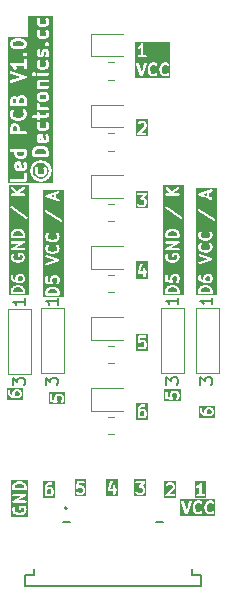
<source format=gbr>
%TF.GenerationSoftware,KiCad,Pcbnew,8.0.2*%
%TF.CreationDate,2025-03-09T15:07:13+01:00*%
%TF.ProjectId,ledPcb,6c656450-6362-42e6-9b69-6361645f7063,rev?*%
%TF.SameCoordinates,Original*%
%TF.FileFunction,Legend,Top*%
%TF.FilePolarity,Positive*%
%FSLAX46Y46*%
G04 Gerber Fmt 4.6, Leading zero omitted, Abs format (unit mm)*
G04 Created by KiCad (PCBNEW 8.0.2) date 2025-03-09 15:07:13*
%MOMM*%
%LPD*%
G01*
G04 APERTURE LIST*
%ADD10C,0.200000*%
%ADD11C,0.250000*%
%ADD12C,0.150000*%
%ADD13C,0.120000*%
%ADD14C,0.127000*%
G04 APERTURE END LIST*
D10*
G36*
X133565593Y-106504330D02*
G01*
X132526245Y-106504330D01*
X132526245Y-105273710D01*
X132637356Y-105273710D01*
X132637356Y-105312728D01*
X132652288Y-105348776D01*
X132679878Y-105376366D01*
X132715926Y-105391298D01*
X132735435Y-105393219D01*
X133136218Y-105392013D01*
X132948645Y-105607970D01*
X132938002Y-105618614D01*
X132936726Y-105621692D01*
X132934490Y-105624268D01*
X132929285Y-105639656D01*
X132923070Y-105654662D01*
X132923070Y-105658035D01*
X132921990Y-105661229D01*
X132923070Y-105677431D01*
X132923070Y-105693680D01*
X132924360Y-105696795D01*
X132924585Y-105700161D01*
X132931785Y-105714721D01*
X132938002Y-105729728D01*
X132940386Y-105732112D01*
X132941882Y-105735136D01*
X132954107Y-105745833D01*
X132965592Y-105757318D01*
X132968706Y-105758608D01*
X132971246Y-105760830D01*
X132986634Y-105766034D01*
X133001640Y-105772250D01*
X133006399Y-105772718D01*
X133008207Y-105773330D01*
X133010831Y-105773155D01*
X133021149Y-105774171D01*
X133138347Y-105772784D01*
X133197840Y-105801405D01*
X133223617Y-105826067D01*
X133254639Y-105885815D01*
X133256063Y-106076678D01*
X133227247Y-106136576D01*
X133202585Y-106162354D01*
X133142884Y-106193351D01*
X132904464Y-106194852D01*
X132844455Y-106165983D01*
X132790993Y-106114833D01*
X132754945Y-106099902D01*
X132715927Y-106099901D01*
X132679878Y-106114832D01*
X132652288Y-106142422D01*
X132637357Y-106178470D01*
X132637356Y-106217488D01*
X132652287Y-106253537D01*
X132664724Y-106268690D01*
X132714824Y-106316623D01*
X132721742Y-106324600D01*
X132725891Y-106327211D01*
X132727496Y-106328747D01*
X132729936Y-106329757D01*
X132738333Y-106335043D01*
X132821350Y-106374981D01*
X132822735Y-106376366D01*
X132833484Y-106380818D01*
X132851879Y-106389668D01*
X132855462Y-106389922D01*
X132858783Y-106391298D01*
X132878292Y-106393219D01*
X133148747Y-106391516D01*
X133151499Y-106392434D01*
X133165925Y-106391408D01*
X133183515Y-106391298D01*
X133186835Y-106389922D01*
X133190419Y-106389668D01*
X133208727Y-106382662D01*
X133303755Y-106333322D01*
X133314802Y-106328747D01*
X133318648Y-106325589D01*
X133320555Y-106324600D01*
X133322285Y-106322605D01*
X133329955Y-106316310D01*
X133377888Y-106266207D01*
X133385863Y-106259292D01*
X133388474Y-106255142D01*
X133390011Y-106253537D01*
X133391022Y-106251095D01*
X133396306Y-106242701D01*
X133436244Y-106159683D01*
X133437629Y-106158299D01*
X133442081Y-106147549D01*
X133450931Y-106129155D01*
X133451185Y-106125571D01*
X133452561Y-106122251D01*
X133454482Y-106102742D01*
X133452819Y-105879786D01*
X133453697Y-105877154D01*
X133452694Y-105863048D01*
X133452561Y-105845138D01*
X133451185Y-105841817D01*
X133450931Y-105838234D01*
X133443925Y-105819925D01*
X133394582Y-105724891D01*
X133390010Y-105713851D01*
X133386854Y-105710005D01*
X133385863Y-105708097D01*
X133383865Y-105706364D01*
X133377573Y-105698698D01*
X133327472Y-105650766D01*
X133320555Y-105642790D01*
X133316405Y-105640177D01*
X133314801Y-105638643D01*
X133312361Y-105637632D01*
X133303965Y-105632347D01*
X133223536Y-105593654D01*
X133426985Y-105359419D01*
X133437629Y-105348776D01*
X133438904Y-105345697D01*
X133441141Y-105343122D01*
X133446345Y-105327733D01*
X133452561Y-105312728D01*
X133452561Y-105309354D01*
X133453641Y-105306161D01*
X133452561Y-105289958D01*
X133452561Y-105273710D01*
X133451270Y-105270594D01*
X133451046Y-105267229D01*
X133443843Y-105252663D01*
X133437629Y-105237662D01*
X133435245Y-105235278D01*
X133433750Y-105232254D01*
X133421516Y-105221549D01*
X133410039Y-105210072D01*
X133406925Y-105208782D01*
X133404386Y-105206560D01*
X133388994Y-105201354D01*
X133373991Y-105195140D01*
X133369231Y-105194671D01*
X133367424Y-105194060D01*
X133364799Y-105194234D01*
X133354482Y-105193219D01*
X132715926Y-105195140D01*
X132679878Y-105210072D01*
X132652288Y-105237662D01*
X132637356Y-105273710D01*
X132526245Y-105273710D01*
X132526245Y-105082108D01*
X133565593Y-105082108D01*
X133565593Y-106504330D01*
G37*
G36*
X135985936Y-88859660D02*
G01*
X136060607Y-88895583D01*
X136129613Y-88962891D01*
X136165307Y-89066073D01*
X136166250Y-89192512D01*
X135364485Y-89194023D01*
X135363597Y-89074911D01*
X135398198Y-88967066D01*
X135463685Y-88899925D01*
X135532289Y-88864305D01*
X135699856Y-88820826D01*
X135818663Y-88819420D01*
X135985936Y-88859660D01*
G37*
G36*
X135985936Y-84097755D02*
G01*
X136060607Y-84133678D01*
X136129613Y-84200986D01*
X136165307Y-84304168D01*
X136166250Y-84430607D01*
X135364485Y-84432118D01*
X135363597Y-84313006D01*
X135398198Y-84205161D01*
X135463685Y-84138020D01*
X135532289Y-84102400D01*
X135699856Y-84058921D01*
X135818663Y-84057515D01*
X135985936Y-84097755D01*
G37*
G36*
X136714425Y-89503437D02*
G01*
X135006489Y-89503437D01*
X135006489Y-89054231D01*
X135165219Y-89054231D01*
X135167140Y-89311835D01*
X135182072Y-89347883D01*
X135209662Y-89375473D01*
X135245710Y-89390405D01*
X135265219Y-89392326D01*
X136284728Y-89390405D01*
X136320776Y-89375473D01*
X136348366Y-89347883D01*
X136363298Y-89311835D01*
X136365219Y-89292326D01*
X136363453Y-89055524D01*
X136364434Y-89041723D01*
X136363313Y-89036795D01*
X136363298Y-89034722D01*
X136362286Y-89032280D01*
X136360087Y-89022608D01*
X136315679Y-88894233D01*
X136315679Y-88891865D01*
X136310708Y-88879866D01*
X136304477Y-88861851D01*
X136302122Y-88859135D01*
X136300747Y-88855816D01*
X136288311Y-88840663D01*
X136191915Y-88746640D01*
X136183672Y-88737136D01*
X136179438Y-88734471D01*
X136177918Y-88732988D01*
X136175474Y-88731975D01*
X136167082Y-88726693D01*
X136076810Y-88683264D01*
X136069837Y-88678098D01*
X136055204Y-88672870D01*
X136053536Y-88672068D01*
X136052813Y-88672016D01*
X136051376Y-88671503D01*
X135866065Y-88626923D01*
X135856156Y-88622819D01*
X135844046Y-88621626D01*
X135841508Y-88621016D01*
X135840049Y-88621233D01*
X135836647Y-88620898D01*
X135699073Y-88622525D01*
X135688929Y-88621016D01*
X135676950Y-88622787D01*
X135674281Y-88622819D01*
X135672917Y-88623383D01*
X135669536Y-88623884D01*
X135486456Y-88671388D01*
X135476901Y-88672068D01*
X135462285Y-88677660D01*
X135460600Y-88678098D01*
X135460020Y-88678527D01*
X135458592Y-88679074D01*
X135363558Y-88728416D01*
X135352519Y-88732989D01*
X135348674Y-88736144D01*
X135346764Y-88737136D01*
X135345031Y-88739133D01*
X135337365Y-88745425D01*
X135253536Y-88831369D01*
X135251526Y-88832375D01*
X135243260Y-88841904D01*
X135229691Y-88855817D01*
X135228316Y-88859135D01*
X135225961Y-88861851D01*
X135217970Y-88879752D01*
X135172065Y-89022831D01*
X135167140Y-89034722D01*
X135166648Y-89039715D01*
X135166004Y-89041724D01*
X135166191Y-89044357D01*
X135165219Y-89054231D01*
X135006489Y-89054231D01*
X135006489Y-87816136D01*
X135165219Y-87816136D01*
X135167048Y-88288347D01*
X135165686Y-88301979D01*
X135167120Y-88306732D01*
X135167140Y-88311835D01*
X135172736Y-88325344D01*
X135176957Y-88339334D01*
X135180144Y-88343230D01*
X135182072Y-88347883D01*
X135192408Y-88358219D01*
X135201664Y-88369532D01*
X135206101Y-88371912D01*
X135209662Y-88375473D01*
X135223167Y-88381067D01*
X135236048Y-88387977D01*
X135243412Y-88389453D01*
X135245710Y-88390405D01*
X135248160Y-88390405D01*
X135255269Y-88391830D01*
X135717663Y-88436268D01*
X135721900Y-88438023D01*
X135735922Y-88438023D01*
X135751062Y-88439478D01*
X135755884Y-88438023D01*
X135760918Y-88438023D01*
X135774422Y-88432429D01*
X135788417Y-88428207D01*
X135792313Y-88425019D01*
X135796966Y-88423092D01*
X135807302Y-88412755D01*
X135818615Y-88403500D01*
X135820995Y-88399062D01*
X135824556Y-88395502D01*
X135830148Y-88381999D01*
X135837060Y-88369116D01*
X135837561Y-88364103D01*
X135839487Y-88359454D01*
X135839487Y-88344843D01*
X135840942Y-88330292D01*
X135839487Y-88325469D01*
X135839487Y-88320436D01*
X135833893Y-88306930D01*
X135829671Y-88292937D01*
X135826483Y-88289041D01*
X135824556Y-88284387D01*
X135812119Y-88269234D01*
X135777037Y-88235670D01*
X135746013Y-88175918D01*
X135744589Y-87985056D01*
X135773405Y-87925158D01*
X135798067Y-87899381D01*
X135857815Y-87868359D01*
X136048678Y-87866935D01*
X136108578Y-87895752D01*
X136134355Y-87920413D01*
X136165376Y-87980161D01*
X136166800Y-88171024D01*
X136137983Y-88230924D01*
X136086833Y-88284387D01*
X136071902Y-88320435D01*
X136071901Y-88359453D01*
X136086832Y-88395502D01*
X136114422Y-88423092D01*
X136150470Y-88438023D01*
X136189488Y-88438024D01*
X136225537Y-88423093D01*
X136240690Y-88410656D01*
X136288623Y-88360555D01*
X136296600Y-88353638D01*
X136299211Y-88349488D01*
X136300747Y-88347884D01*
X136301757Y-88345443D01*
X136307043Y-88337047D01*
X136346981Y-88254029D01*
X136348366Y-88252645D01*
X136352818Y-88241895D01*
X136361668Y-88223501D01*
X136361922Y-88219917D01*
X136363298Y-88216597D01*
X136365219Y-88197088D01*
X136363556Y-87974132D01*
X136364434Y-87971500D01*
X136363431Y-87957394D01*
X136363298Y-87939484D01*
X136361922Y-87936163D01*
X136361668Y-87932580D01*
X136354662Y-87914271D01*
X136305320Y-87819238D01*
X136300747Y-87808197D01*
X136297590Y-87804351D01*
X136296600Y-87802443D01*
X136294603Y-87800711D01*
X136288310Y-87793043D01*
X136238202Y-87745105D01*
X136231291Y-87737136D01*
X136227144Y-87734525D01*
X136225537Y-87732988D01*
X136223093Y-87731976D01*
X136214701Y-87726693D01*
X136131683Y-87686754D01*
X136130299Y-87685370D01*
X136119549Y-87680917D01*
X136101155Y-87672068D01*
X136097571Y-87671813D01*
X136094251Y-87670438D01*
X136074742Y-87668517D01*
X135851786Y-87670179D01*
X135849154Y-87669302D01*
X135835048Y-87670304D01*
X135817138Y-87670438D01*
X135813817Y-87671813D01*
X135810234Y-87672068D01*
X135791925Y-87679074D01*
X135696891Y-87728416D01*
X135685851Y-87732989D01*
X135682005Y-87736144D01*
X135680097Y-87737136D01*
X135678364Y-87739133D01*
X135670698Y-87745426D01*
X135622766Y-87795526D01*
X135614790Y-87802444D01*
X135612177Y-87806593D01*
X135610643Y-87808198D01*
X135609632Y-87810637D01*
X135604347Y-87819034D01*
X135564408Y-87902051D01*
X135563024Y-87903436D01*
X135558571Y-87914185D01*
X135549722Y-87932580D01*
X135549467Y-87936163D01*
X135548092Y-87939484D01*
X135546171Y-87958993D01*
X135547833Y-88181948D01*
X135546956Y-88184581D01*
X135547958Y-88198686D01*
X135548092Y-88216597D01*
X135549467Y-88219917D01*
X135549547Y-88221045D01*
X135364873Y-88203298D01*
X135363298Y-87796627D01*
X135348366Y-87760579D01*
X135320776Y-87732989D01*
X135284728Y-87718057D01*
X135245710Y-87718057D01*
X135209662Y-87732989D01*
X135182072Y-87760579D01*
X135167140Y-87796627D01*
X135165219Y-87816136D01*
X135006489Y-87816136D01*
X135006489Y-86149469D01*
X135165219Y-86149469D01*
X135166906Y-86292129D01*
X135166004Y-86304833D01*
X135167114Y-86309718D01*
X135167140Y-86311835D01*
X135168151Y-86314277D01*
X135170351Y-86323949D01*
X135214759Y-86452323D01*
X135214759Y-86454692D01*
X135219728Y-86466688D01*
X135225961Y-86484706D01*
X135228316Y-86487421D01*
X135229691Y-86490740D01*
X135242127Y-86505894D01*
X135338511Y-86599905D01*
X135346764Y-86609421D01*
X135351002Y-86612088D01*
X135352519Y-86613568D01*
X135354956Y-86614577D01*
X135363355Y-86619864D01*
X135453626Y-86663292D01*
X135460600Y-86668459D01*
X135475234Y-86673687D01*
X135476901Y-86674489D01*
X135477621Y-86674540D01*
X135479060Y-86675054D01*
X135664372Y-86719633D01*
X135674281Y-86723738D01*
X135686390Y-86724930D01*
X135688929Y-86725541D01*
X135690387Y-86725323D01*
X135693790Y-86725659D01*
X135831363Y-86724031D01*
X135841508Y-86725541D01*
X135853486Y-86723769D01*
X135856156Y-86723738D01*
X135857519Y-86723173D01*
X135860901Y-86722673D01*
X136043980Y-86675168D01*
X136053536Y-86674489D01*
X136068148Y-86668897D01*
X136069837Y-86668459D01*
X136070417Y-86668028D01*
X136071844Y-86667483D01*
X136166866Y-86618146D01*
X136177918Y-86613569D01*
X136181766Y-86610410D01*
X136183672Y-86609421D01*
X136185401Y-86607426D01*
X136193071Y-86601132D01*
X136276902Y-86515186D01*
X136278912Y-86514182D01*
X136287172Y-86504657D01*
X136300747Y-86490741D01*
X136302122Y-86487421D01*
X136304477Y-86484706D01*
X136312468Y-86466806D01*
X136358374Y-86323721D01*
X136363298Y-86311835D01*
X136363789Y-86306842D01*
X136364434Y-86304834D01*
X136364246Y-86302199D01*
X136365219Y-86292326D01*
X136363609Y-86196182D01*
X136364434Y-86184580D01*
X136363334Y-86179744D01*
X136363298Y-86177579D01*
X136362286Y-86175137D01*
X136360087Y-86165465D01*
X136315678Y-86037087D01*
X136315678Y-86034721D01*
X136310710Y-86022728D01*
X136304477Y-86004708D01*
X136302122Y-86001992D01*
X136300747Y-85998673D01*
X136288310Y-85983519D01*
X136225537Y-85923464D01*
X136200046Y-85912906D01*
X136189489Y-85908533D01*
X136169980Y-85906612D01*
X135817138Y-85908533D01*
X135781090Y-85923465D01*
X135753500Y-85951055D01*
X135738568Y-85987103D01*
X135736647Y-86006612D01*
X135738568Y-86216597D01*
X135753500Y-86252645D01*
X135781090Y-86280235D01*
X135817138Y-86295167D01*
X135856156Y-86295167D01*
X135892204Y-86280235D01*
X135919794Y-86252645D01*
X135934726Y-86216597D01*
X135936647Y-86197088D01*
X135935814Y-86106072D01*
X136128224Y-86105024D01*
X136129926Y-86106652D01*
X136165422Y-86209264D01*
X136166485Y-86272751D01*
X136132240Y-86379491D01*
X136066752Y-86446630D01*
X135998145Y-86482251D01*
X135830580Y-86525730D01*
X135711772Y-86527136D01*
X135544500Y-86486896D01*
X135469830Y-86450974D01*
X135400824Y-86383667D01*
X135365077Y-86280328D01*
X135363832Y-86175127D01*
X135409287Y-86080644D01*
X135412053Y-86041724D01*
X135399714Y-86004708D01*
X135374149Y-85975231D01*
X135339251Y-85957782D01*
X135300331Y-85955017D01*
X135263315Y-85967355D01*
X135233838Y-85992920D01*
X135223395Y-86009510D01*
X135183456Y-86092527D01*
X135182072Y-86093912D01*
X135177619Y-86104661D01*
X135168770Y-86123056D01*
X135168515Y-86126639D01*
X135167140Y-86129960D01*
X135165219Y-86149469D01*
X135006489Y-86149469D01*
X135006489Y-85571055D01*
X135165463Y-85571055D01*
X135167140Y-85584248D01*
X135167140Y-85597549D01*
X135169579Y-85603437D01*
X135170383Y-85609762D01*
X135176983Y-85621311D01*
X135182072Y-85633597D01*
X135186579Y-85638104D01*
X135189742Y-85643639D01*
X135200256Y-85651781D01*
X135209662Y-85661187D01*
X135215552Y-85663626D01*
X135220591Y-85667529D01*
X135233419Y-85671027D01*
X135245710Y-85676119D01*
X135255687Y-85677101D01*
X135258234Y-85677796D01*
X135260201Y-85677545D01*
X135265219Y-85678040D01*
X136284728Y-85676119D01*
X136320776Y-85661187D01*
X136348366Y-85633597D01*
X136363298Y-85597549D01*
X136363298Y-85558531D01*
X136348366Y-85522483D01*
X136320776Y-85494893D01*
X136284728Y-85479961D01*
X136265219Y-85478040D01*
X135638475Y-85479220D01*
X136308793Y-85094722D01*
X136320776Y-85089759D01*
X136325255Y-85085279D01*
X136330818Y-85082089D01*
X136338962Y-85071572D01*
X136348366Y-85062169D01*
X136350804Y-85056281D01*
X136354709Y-85051240D01*
X136358208Y-85038407D01*
X136363298Y-85026121D01*
X136363298Y-85019745D01*
X136364975Y-85013596D01*
X136363298Y-85000402D01*
X136363298Y-84987103D01*
X136360858Y-84981214D01*
X136360055Y-84974890D01*
X136353454Y-84963340D01*
X136348366Y-84951055D01*
X136343858Y-84946547D01*
X136340696Y-84941013D01*
X136330179Y-84932868D01*
X136320776Y-84923465D01*
X136314888Y-84921026D01*
X136309847Y-84917122D01*
X136297014Y-84913622D01*
X136284728Y-84908533D01*
X136274750Y-84907550D01*
X136272204Y-84906856D01*
X136270236Y-84907106D01*
X136265219Y-84906612D01*
X135245710Y-84908533D01*
X135209662Y-84923465D01*
X135182072Y-84951055D01*
X135167140Y-84987103D01*
X135167140Y-85026121D01*
X135182072Y-85062169D01*
X135209662Y-85089759D01*
X135245710Y-85104691D01*
X135265219Y-85106612D01*
X135891962Y-85105431D01*
X135221644Y-85489929D01*
X135209662Y-85494893D01*
X135205182Y-85499372D01*
X135199620Y-85502563D01*
X135191477Y-85513077D01*
X135182072Y-85522483D01*
X135179632Y-85528373D01*
X135175730Y-85533412D01*
X135172231Y-85546240D01*
X135167140Y-85558531D01*
X135167140Y-85564906D01*
X135165463Y-85571055D01*
X135006489Y-85571055D01*
X135006489Y-84292326D01*
X135165219Y-84292326D01*
X135167140Y-84549930D01*
X135182072Y-84585978D01*
X135209662Y-84613568D01*
X135245710Y-84628500D01*
X135265219Y-84630421D01*
X136284728Y-84628500D01*
X136320776Y-84613568D01*
X136348366Y-84585978D01*
X136363298Y-84549930D01*
X136365219Y-84530421D01*
X136363453Y-84293619D01*
X136364434Y-84279818D01*
X136363313Y-84274890D01*
X136363298Y-84272817D01*
X136362286Y-84270375D01*
X136360087Y-84260703D01*
X136315679Y-84132328D01*
X136315679Y-84129960D01*
X136310708Y-84117961D01*
X136304477Y-84099946D01*
X136302122Y-84097230D01*
X136300747Y-84093911D01*
X136288311Y-84078758D01*
X136191915Y-83984735D01*
X136183672Y-83975231D01*
X136179438Y-83972566D01*
X136177918Y-83971083D01*
X136175474Y-83970070D01*
X136167082Y-83964788D01*
X136076810Y-83921359D01*
X136069837Y-83916193D01*
X136055204Y-83910965D01*
X136053536Y-83910163D01*
X136052813Y-83910111D01*
X136051376Y-83909598D01*
X135866065Y-83865018D01*
X135856156Y-83860914D01*
X135844046Y-83859721D01*
X135841508Y-83859111D01*
X135840049Y-83859328D01*
X135836647Y-83858993D01*
X135699073Y-83860620D01*
X135688929Y-83859111D01*
X135676950Y-83860882D01*
X135674281Y-83860914D01*
X135672917Y-83861478D01*
X135669536Y-83861979D01*
X135486456Y-83909483D01*
X135476901Y-83910163D01*
X135462285Y-83915755D01*
X135460600Y-83916193D01*
X135460020Y-83916622D01*
X135458592Y-83917169D01*
X135363558Y-83966511D01*
X135352519Y-83971084D01*
X135348674Y-83974239D01*
X135346764Y-83975231D01*
X135345031Y-83977228D01*
X135337365Y-83983520D01*
X135253536Y-84069464D01*
X135251526Y-84070470D01*
X135243260Y-84079999D01*
X135229691Y-84093912D01*
X135228316Y-84097230D01*
X135225961Y-84099946D01*
X135217970Y-84117847D01*
X135172065Y-84260926D01*
X135167140Y-84272817D01*
X135166648Y-84277810D01*
X135166004Y-84279819D01*
X135166191Y-84282452D01*
X135165219Y-84292326D01*
X135006489Y-84292326D01*
X135006489Y-82054336D01*
X135117600Y-82054336D01*
X135125252Y-82092596D01*
X135146963Y-82125016D01*
X135162130Y-82137436D01*
X136465142Y-83003802D01*
X136503419Y-83011373D01*
X136541679Y-83003721D01*
X136574099Y-82982010D01*
X136595743Y-82949545D01*
X136603314Y-82911269D01*
X136595662Y-82873008D01*
X136573951Y-82840588D01*
X136558784Y-82828168D01*
X135255772Y-81961803D01*
X135217495Y-81954231D01*
X135179235Y-81961883D01*
X135146815Y-81983594D01*
X135125172Y-82016059D01*
X135117600Y-82054336D01*
X135006489Y-82054336D01*
X135006489Y-80368055D01*
X135167140Y-80368055D01*
X135167140Y-80407073D01*
X135182072Y-80443121D01*
X135194508Y-80458275D01*
X135598352Y-80860248D01*
X135245710Y-80860913D01*
X135209662Y-80875845D01*
X135182072Y-80903435D01*
X135167140Y-80939483D01*
X135167140Y-80978501D01*
X135182072Y-81014549D01*
X135209662Y-81042139D01*
X135245710Y-81057071D01*
X135265219Y-81058992D01*
X136284728Y-81057071D01*
X136320776Y-81042139D01*
X136348366Y-81014549D01*
X136363298Y-80978501D01*
X136363298Y-80939483D01*
X136348366Y-80903435D01*
X136320776Y-80875845D01*
X136284728Y-80860913D01*
X136265219Y-80858992D01*
X135878664Y-80859720D01*
X135845652Y-80826861D01*
X136339674Y-80454322D01*
X136359553Y-80420747D01*
X136365071Y-80382121D01*
X136355388Y-80344324D01*
X136331977Y-80313109D01*
X136298403Y-80293230D01*
X136259777Y-80287712D01*
X136221979Y-80297395D01*
X136205219Y-80307564D01*
X135703809Y-80685675D01*
X135320776Y-80304417D01*
X135284728Y-80289485D01*
X135245710Y-80289485D01*
X135209662Y-80304417D01*
X135182072Y-80332007D01*
X135167140Y-80368055D01*
X135006489Y-80368055D01*
X135006489Y-80176601D01*
X136714425Y-80176601D01*
X136714425Y-89503437D01*
G37*
G36*
X131198291Y-106502409D02*
G01*
X130159728Y-106502409D01*
X130159728Y-105947378D01*
X130270839Y-105947378D01*
X130271975Y-105963362D01*
X130271975Y-105979394D01*
X130273350Y-105982714D01*
X130273605Y-105986298D01*
X130280772Y-106000633D01*
X130286907Y-106015442D01*
X130289447Y-106017982D01*
X130291055Y-106021197D01*
X130303166Y-106031701D01*
X130314497Y-106043032D01*
X130317815Y-106044406D01*
X130320531Y-106046762D01*
X130335740Y-106051831D01*
X130350545Y-106057964D01*
X130355645Y-106058466D01*
X130357547Y-106059100D01*
X130360180Y-106058912D01*
X130370054Y-106059885D01*
X130747453Y-106058749D01*
X130748165Y-106312728D01*
X130763097Y-106348776D01*
X130790687Y-106376366D01*
X130826735Y-106391298D01*
X130865753Y-106391298D01*
X130901801Y-106376366D01*
X130929391Y-106348776D01*
X130944323Y-106312728D01*
X130946244Y-106293219D01*
X130945585Y-106058153D01*
X131008610Y-106057964D01*
X131044658Y-106043032D01*
X131072248Y-106015442D01*
X131087180Y-105979394D01*
X131087180Y-105940376D01*
X131072248Y-105904328D01*
X131044658Y-105876738D01*
X131008610Y-105861806D01*
X130989101Y-105859885D01*
X130945031Y-105860017D01*
X130944323Y-105607043D01*
X130929391Y-105570995D01*
X130901801Y-105543405D01*
X130865753Y-105528473D01*
X130826735Y-105528473D01*
X130790687Y-105543405D01*
X130763097Y-105570995D01*
X130748165Y-105607043D01*
X130746244Y-105626552D01*
X130746899Y-105860613D01*
X130507954Y-105861332D01*
X130707364Y-105258108D01*
X130704598Y-105219188D01*
X130687148Y-105184289D01*
X130657672Y-105158724D01*
X130620656Y-105146385D01*
X130581736Y-105149152D01*
X130546837Y-105166601D01*
X130521272Y-105196077D01*
X130513281Y-105213978D01*
X130277811Y-105926285D01*
X130271975Y-105940376D01*
X130271975Y-105943941D01*
X130270839Y-105947378D01*
X130159728Y-105947378D01*
X130159728Y-105035274D01*
X131198291Y-105035274D01*
X131198291Y-106502409D01*
G37*
G36*
X138779936Y-88859660D02*
G01*
X138854607Y-88895583D01*
X138923613Y-88962891D01*
X138959307Y-89066073D01*
X138960250Y-89192512D01*
X138158485Y-89194023D01*
X138157597Y-89074911D01*
X138192198Y-88967066D01*
X138257685Y-88899925D01*
X138326289Y-88864305D01*
X138493856Y-88820826D01*
X138612663Y-88819420D01*
X138779936Y-88859660D01*
G37*
G36*
X138902578Y-87895752D02*
G01*
X138928355Y-87920413D01*
X138959413Y-87980232D01*
X138960724Y-88123562D01*
X138931983Y-88183305D01*
X138907324Y-88209079D01*
X138847681Y-88240046D01*
X138655549Y-88240967D01*
X138596810Y-88212709D01*
X138571037Y-88188051D01*
X138539976Y-88128228D01*
X138538665Y-87984899D01*
X138567405Y-87925158D01*
X138592067Y-87899381D01*
X138651815Y-87868359D01*
X138842678Y-87866935D01*
X138902578Y-87895752D01*
G37*
G36*
X138674816Y-81059608D02*
G01*
X138372464Y-80959425D01*
X138674036Y-80858302D01*
X138674816Y-81059608D01*
G37*
G36*
X139508425Y-89503437D02*
G01*
X137800489Y-89503437D01*
X137800489Y-89054231D01*
X137959219Y-89054231D01*
X137961140Y-89311835D01*
X137976072Y-89347883D01*
X138003662Y-89375473D01*
X138039710Y-89390405D01*
X138059219Y-89392326D01*
X139078728Y-89390405D01*
X139114776Y-89375473D01*
X139142366Y-89347883D01*
X139157298Y-89311835D01*
X139159219Y-89292326D01*
X139157453Y-89055524D01*
X139158434Y-89041723D01*
X139157313Y-89036795D01*
X139157298Y-89034722D01*
X139156286Y-89032280D01*
X139154087Y-89022608D01*
X139109679Y-88894233D01*
X139109679Y-88891865D01*
X139104708Y-88879866D01*
X139098477Y-88861851D01*
X139096122Y-88859135D01*
X139094747Y-88855816D01*
X139082311Y-88840663D01*
X138985915Y-88746640D01*
X138977672Y-88737136D01*
X138973438Y-88734471D01*
X138971918Y-88732988D01*
X138969474Y-88731975D01*
X138961082Y-88726693D01*
X138870810Y-88683264D01*
X138863837Y-88678098D01*
X138849204Y-88672870D01*
X138847536Y-88672068D01*
X138846813Y-88672016D01*
X138845376Y-88671503D01*
X138660065Y-88626923D01*
X138650156Y-88622819D01*
X138638046Y-88621626D01*
X138635508Y-88621016D01*
X138634049Y-88621233D01*
X138630647Y-88620898D01*
X138493073Y-88622525D01*
X138482929Y-88621016D01*
X138470950Y-88622787D01*
X138468281Y-88622819D01*
X138466917Y-88623383D01*
X138463536Y-88623884D01*
X138280456Y-88671388D01*
X138270901Y-88672068D01*
X138256285Y-88677660D01*
X138254600Y-88678098D01*
X138254020Y-88678527D01*
X138252592Y-88679074D01*
X138157558Y-88728416D01*
X138146519Y-88732989D01*
X138142674Y-88736144D01*
X138140764Y-88737136D01*
X138139031Y-88739133D01*
X138131365Y-88745425D01*
X138047536Y-88831369D01*
X138045526Y-88832375D01*
X138037260Y-88841904D01*
X138023691Y-88855817D01*
X138022316Y-88859135D01*
X138019961Y-88861851D01*
X138011970Y-88879752D01*
X137966065Y-89022831D01*
X137961140Y-89034722D01*
X137960648Y-89039715D01*
X137960004Y-89041724D01*
X137960191Y-89044357D01*
X137959219Y-89054231D01*
X137800489Y-89054231D01*
X137800489Y-87863755D01*
X137959219Y-87863755D01*
X137960824Y-88039262D01*
X137960004Y-88041724D01*
X137960971Y-88055339D01*
X137961140Y-88073740D01*
X137962515Y-88077060D01*
X137962770Y-88080644D01*
X137969776Y-88098952D01*
X138019116Y-88193981D01*
X138023691Y-88205026D01*
X138026847Y-88208872D01*
X138027838Y-88210780D01*
X138029832Y-88212509D01*
X138036127Y-88220180D01*
X138079972Y-88262127D01*
X138083820Y-88267873D01*
X138098796Y-88280137D01*
X138098899Y-88280235D01*
X138098933Y-88280249D01*
X138098987Y-88280293D01*
X138243851Y-88374780D01*
X138254600Y-88382745D01*
X138257832Y-88383899D01*
X138259142Y-88384754D01*
X138261565Y-88385233D01*
X138273060Y-88389340D01*
X138458372Y-88433919D01*
X138468281Y-88438024D01*
X138480390Y-88439216D01*
X138482929Y-88439827D01*
X138484387Y-88439609D01*
X138487790Y-88439945D01*
X138853329Y-88438191D01*
X138856235Y-88439160D01*
X138871059Y-88438106D01*
X138888251Y-88438024D01*
X138891571Y-88436648D01*
X138895155Y-88436394D01*
X138913463Y-88429388D01*
X139008487Y-88380050D01*
X139019537Y-88375474D01*
X139023385Y-88372315D01*
X139025291Y-88371326D01*
X139027020Y-88369331D01*
X139034690Y-88363037D01*
X139082623Y-88312936D01*
X139090600Y-88306019D01*
X139093211Y-88301869D01*
X139094747Y-88300265D01*
X139095757Y-88297824D01*
X139101043Y-88289428D01*
X139140981Y-88206410D01*
X139142366Y-88205026D01*
X139146818Y-88194276D01*
X139155668Y-88175882D01*
X139155922Y-88172298D01*
X139157298Y-88168978D01*
X139159219Y-88149469D01*
X139157613Y-87973961D01*
X139158434Y-87971500D01*
X139157466Y-87957884D01*
X139157298Y-87939484D01*
X139155922Y-87936163D01*
X139155668Y-87932580D01*
X139148662Y-87914271D01*
X139099320Y-87819238D01*
X139094747Y-87808197D01*
X139091590Y-87804351D01*
X139090600Y-87802443D01*
X139088603Y-87800711D01*
X139082310Y-87793043D01*
X139032202Y-87745105D01*
X139025291Y-87737136D01*
X139021144Y-87734525D01*
X139019537Y-87732988D01*
X139017093Y-87731976D01*
X139008701Y-87726693D01*
X138925683Y-87686754D01*
X138924299Y-87685370D01*
X138913549Y-87680917D01*
X138895155Y-87672068D01*
X138891571Y-87671813D01*
X138888251Y-87670438D01*
X138868742Y-87668517D01*
X138645786Y-87670179D01*
X138643154Y-87669302D01*
X138629048Y-87670304D01*
X138611138Y-87670438D01*
X138607817Y-87671813D01*
X138604234Y-87672068D01*
X138585925Y-87679074D01*
X138490891Y-87728416D01*
X138479851Y-87732989D01*
X138476005Y-87736144D01*
X138474097Y-87737136D01*
X138472364Y-87739133D01*
X138464698Y-87745426D01*
X138416766Y-87795526D01*
X138408790Y-87802444D01*
X138406177Y-87806593D01*
X138404643Y-87808198D01*
X138403632Y-87810637D01*
X138398347Y-87819034D01*
X138358408Y-87902051D01*
X138357024Y-87903436D01*
X138352571Y-87914185D01*
X138343722Y-87932580D01*
X138343467Y-87936163D01*
X138342092Y-87939484D01*
X138340171Y-87958993D01*
X138341776Y-88134500D01*
X138340956Y-88136962D01*
X138341923Y-88150577D01*
X138342092Y-88168978D01*
X138343467Y-88172298D01*
X138343722Y-88175882D01*
X138350728Y-88194190D01*
X138356622Y-88205542D01*
X138341847Y-88201987D01*
X138223544Y-88124824D01*
X138190085Y-88092813D01*
X138159024Y-88032990D01*
X138157298Y-87844246D01*
X138142366Y-87808198D01*
X138114776Y-87780608D01*
X138078728Y-87765676D01*
X138039710Y-87765676D01*
X138003662Y-87780608D01*
X137976072Y-87808198D01*
X137961140Y-87844246D01*
X137959219Y-87863755D01*
X137800489Y-87863755D01*
X137800489Y-86041724D01*
X137960004Y-86041724D01*
X137962770Y-86080644D01*
X137980220Y-86115543D01*
X138009696Y-86141108D01*
X138027596Y-86149099D01*
X138745972Y-86387130D01*
X138009696Y-86634020D01*
X137980220Y-86659585D01*
X137962770Y-86694484D01*
X137960004Y-86733404D01*
X137972342Y-86770420D01*
X137997907Y-86799896D01*
X138032806Y-86817346D01*
X138071726Y-86820112D01*
X138090842Y-86815765D01*
X139078734Y-86484503D01*
X139085631Y-86484013D01*
X139096696Y-86478480D01*
X139108742Y-86474441D01*
X139114143Y-86469756D01*
X139120530Y-86466563D01*
X139128742Y-86457094D01*
X139138218Y-86448876D01*
X139141413Y-86442484D01*
X139146095Y-86437087D01*
X139150061Y-86425189D01*
X139155667Y-86413977D01*
X139156173Y-86406852D01*
X139158434Y-86400071D01*
X139157544Y-86387564D01*
X139158434Y-86375057D01*
X139156173Y-86368275D01*
X139155667Y-86361151D01*
X139150061Y-86349938D01*
X139146095Y-86338041D01*
X139141413Y-86332643D01*
X139138218Y-86326252D01*
X139128742Y-86318033D01*
X139120530Y-86308565D01*
X139114143Y-86305371D01*
X139108742Y-86300687D01*
X139090841Y-86292696D01*
X138071726Y-85955016D01*
X138032806Y-85957782D01*
X137997907Y-85975232D01*
X137972342Y-86004708D01*
X137960004Y-86041724D01*
X137800489Y-86041724D01*
X137800489Y-85339945D01*
X137959219Y-85339945D01*
X137960828Y-85436087D01*
X137960004Y-85447690D01*
X137961103Y-85452526D01*
X137961140Y-85454692D01*
X137962151Y-85457134D01*
X137964351Y-85466806D01*
X138008759Y-85595180D01*
X138008759Y-85597549D01*
X138013728Y-85609545D01*
X138019961Y-85627563D01*
X138022316Y-85630278D01*
X138023691Y-85633597D01*
X138036127Y-85648751D01*
X138132511Y-85742762D01*
X138140764Y-85752278D01*
X138145002Y-85754945D01*
X138146519Y-85756425D01*
X138148956Y-85757434D01*
X138157355Y-85762721D01*
X138247626Y-85806149D01*
X138254600Y-85811316D01*
X138269234Y-85816544D01*
X138270901Y-85817346D01*
X138271621Y-85817397D01*
X138273060Y-85817911D01*
X138458372Y-85862490D01*
X138468281Y-85866595D01*
X138480390Y-85867787D01*
X138482929Y-85868398D01*
X138484387Y-85868180D01*
X138487790Y-85868516D01*
X138625363Y-85866888D01*
X138635508Y-85868398D01*
X138647486Y-85866626D01*
X138650156Y-85866595D01*
X138651519Y-85866030D01*
X138654901Y-85865530D01*
X138837980Y-85818025D01*
X138847536Y-85817346D01*
X138862148Y-85811754D01*
X138863837Y-85811316D01*
X138864417Y-85810885D01*
X138865844Y-85810340D01*
X138960866Y-85761003D01*
X138971918Y-85756426D01*
X138975766Y-85753267D01*
X138977672Y-85752278D01*
X138979401Y-85750283D01*
X138987071Y-85743989D01*
X139070902Y-85658043D01*
X139072912Y-85657039D01*
X139081172Y-85647514D01*
X139094747Y-85633598D01*
X139096122Y-85630278D01*
X139098477Y-85627563D01*
X139106468Y-85609663D01*
X139152374Y-85466578D01*
X139157298Y-85454692D01*
X139157789Y-85449699D01*
X139158434Y-85447691D01*
X139158246Y-85445056D01*
X139159219Y-85435183D01*
X139157609Y-85339039D01*
X139158434Y-85327437D01*
X139157334Y-85322601D01*
X139157298Y-85320436D01*
X139156286Y-85317994D01*
X139154087Y-85308322D01*
X139109678Y-85179944D01*
X139109678Y-85177578D01*
X139104710Y-85165585D01*
X139098477Y-85147565D01*
X139096122Y-85144849D01*
X139094747Y-85141530D01*
X139082310Y-85126376D01*
X139019537Y-85066321D01*
X138983488Y-85051390D01*
X138944470Y-85051391D01*
X138908422Y-85066322D01*
X138880832Y-85093912D01*
X138865901Y-85129961D01*
X138865902Y-85168979D01*
X138880833Y-85205027D01*
X138893270Y-85220180D01*
X138923926Y-85249509D01*
X138959422Y-85352121D01*
X138960485Y-85415608D01*
X138926240Y-85522348D01*
X138860752Y-85589487D01*
X138792145Y-85625108D01*
X138624580Y-85668587D01*
X138505772Y-85669993D01*
X138338500Y-85629753D01*
X138263830Y-85593831D01*
X138194824Y-85526524D01*
X138159015Y-85423006D01*
X138157952Y-85359520D01*
X138192339Y-85252339D01*
X138237604Y-85205027D01*
X138252535Y-85168978D01*
X138252535Y-85129960D01*
X138237604Y-85093912D01*
X138210014Y-85066322D01*
X138173966Y-85051391D01*
X138134948Y-85051391D01*
X138098899Y-85066322D01*
X138083746Y-85078759D01*
X138046661Y-85117521D01*
X138045526Y-85118089D01*
X138039779Y-85124714D01*
X138023691Y-85141531D01*
X138022316Y-85144849D01*
X138019961Y-85147565D01*
X138011970Y-85165466D01*
X137966065Y-85308545D01*
X137961140Y-85320436D01*
X137960648Y-85325429D01*
X137960004Y-85327438D01*
X137960191Y-85330071D01*
X137959219Y-85339945D01*
X137800489Y-85339945D01*
X137800489Y-84339945D01*
X137959219Y-84339945D01*
X137960828Y-84436087D01*
X137960004Y-84447690D01*
X137961103Y-84452526D01*
X137961140Y-84454692D01*
X137962151Y-84457134D01*
X137964351Y-84466806D01*
X138008759Y-84595180D01*
X138008759Y-84597549D01*
X138013728Y-84609545D01*
X138019961Y-84627563D01*
X138022316Y-84630278D01*
X138023691Y-84633597D01*
X138036127Y-84648751D01*
X138132511Y-84742762D01*
X138140764Y-84752278D01*
X138145002Y-84754945D01*
X138146519Y-84756425D01*
X138148956Y-84757434D01*
X138157355Y-84762721D01*
X138247626Y-84806149D01*
X138254600Y-84811316D01*
X138269234Y-84816544D01*
X138270901Y-84817346D01*
X138271621Y-84817397D01*
X138273060Y-84817911D01*
X138458372Y-84862490D01*
X138468281Y-84866595D01*
X138480390Y-84867787D01*
X138482929Y-84868398D01*
X138484387Y-84868180D01*
X138487790Y-84868516D01*
X138625363Y-84866888D01*
X138635508Y-84868398D01*
X138647486Y-84866626D01*
X138650156Y-84866595D01*
X138651519Y-84866030D01*
X138654901Y-84865530D01*
X138837980Y-84818025D01*
X138847536Y-84817346D01*
X138862148Y-84811754D01*
X138863837Y-84811316D01*
X138864417Y-84810885D01*
X138865844Y-84810340D01*
X138960866Y-84761003D01*
X138971918Y-84756426D01*
X138975766Y-84753267D01*
X138977672Y-84752278D01*
X138979401Y-84750283D01*
X138987071Y-84743989D01*
X139070902Y-84658043D01*
X139072912Y-84657039D01*
X139081172Y-84647514D01*
X139094747Y-84633598D01*
X139096122Y-84630278D01*
X139098477Y-84627563D01*
X139106468Y-84609663D01*
X139152374Y-84466578D01*
X139157298Y-84454692D01*
X139157789Y-84449699D01*
X139158434Y-84447691D01*
X139158246Y-84445056D01*
X139159219Y-84435183D01*
X139157609Y-84339039D01*
X139158434Y-84327437D01*
X139157334Y-84322601D01*
X139157298Y-84320436D01*
X139156286Y-84317994D01*
X139154087Y-84308322D01*
X139109678Y-84179944D01*
X139109678Y-84177578D01*
X139104710Y-84165585D01*
X139098477Y-84147565D01*
X139096122Y-84144849D01*
X139094747Y-84141530D01*
X139082310Y-84126376D01*
X139019537Y-84066321D01*
X138983488Y-84051390D01*
X138944470Y-84051391D01*
X138908422Y-84066322D01*
X138880832Y-84093912D01*
X138865901Y-84129961D01*
X138865902Y-84168979D01*
X138880833Y-84205027D01*
X138893270Y-84220180D01*
X138923926Y-84249509D01*
X138959422Y-84352121D01*
X138960485Y-84415608D01*
X138926240Y-84522348D01*
X138860752Y-84589487D01*
X138792145Y-84625108D01*
X138624580Y-84668587D01*
X138505772Y-84669993D01*
X138338500Y-84629753D01*
X138263830Y-84593831D01*
X138194824Y-84526524D01*
X138159015Y-84423006D01*
X138157952Y-84359520D01*
X138192339Y-84252339D01*
X138237604Y-84205027D01*
X138252535Y-84168978D01*
X138252535Y-84129960D01*
X138237604Y-84093912D01*
X138210014Y-84066322D01*
X138173966Y-84051391D01*
X138134948Y-84051391D01*
X138098899Y-84066322D01*
X138083746Y-84078759D01*
X138046661Y-84117521D01*
X138045526Y-84118089D01*
X138039779Y-84124714D01*
X138023691Y-84141531D01*
X138022316Y-84144849D01*
X138019961Y-84147565D01*
X138011970Y-84165466D01*
X137966065Y-84308545D01*
X137961140Y-84320436D01*
X137960648Y-84325429D01*
X137960004Y-84327438D01*
X137960191Y-84330071D01*
X137959219Y-84339945D01*
X137800489Y-84339945D01*
X137800489Y-82244812D01*
X137911600Y-82244812D01*
X137919252Y-82283072D01*
X137940963Y-82315492D01*
X137956130Y-82327912D01*
X139259142Y-83194278D01*
X139297419Y-83201849D01*
X139335679Y-83194197D01*
X139368099Y-83172486D01*
X139389743Y-83140021D01*
X139397314Y-83101745D01*
X139389662Y-83063484D01*
X139367951Y-83031064D01*
X139352784Y-83018644D01*
X138049772Y-82152279D01*
X138011495Y-82144707D01*
X137973235Y-82152359D01*
X137940815Y-82174070D01*
X137919172Y-82206535D01*
X137911600Y-82244812D01*
X137800489Y-82244812D01*
X137800489Y-80946485D01*
X137960004Y-80946485D01*
X137960892Y-80958992D01*
X137960004Y-80971499D01*
X137962263Y-80978277D01*
X137962770Y-80985405D01*
X137968376Y-80996617D01*
X137972342Y-81008515D01*
X137977025Y-81013914D01*
X137980220Y-81020304D01*
X137989691Y-81028519D01*
X137997907Y-81037991D01*
X138004296Y-81041185D01*
X138009696Y-81045869D01*
X138027596Y-81053860D01*
X138746558Y-81292085D01*
X138753995Y-81295166D01*
X138755855Y-81295166D01*
X139046711Y-81391540D01*
X139085631Y-81388774D01*
X139120530Y-81371324D01*
X139146095Y-81341848D01*
X139158434Y-81304832D01*
X139155667Y-81265912D01*
X139138218Y-81231013D01*
X139108742Y-81205448D01*
X139090841Y-81197457D01*
X138873225Y-81125351D01*
X138871933Y-80791942D01*
X139108742Y-80712536D01*
X139138218Y-80686971D01*
X139155667Y-80652072D01*
X139158434Y-80613152D01*
X139146095Y-80576136D01*
X139120530Y-80546660D01*
X139085631Y-80529210D01*
X139046711Y-80526444D01*
X139027596Y-80530791D01*
X138039703Y-80862052D01*
X138032806Y-80862543D01*
X138021738Y-80868076D01*
X138009696Y-80872115D01*
X138004296Y-80876798D01*
X137997907Y-80879993D01*
X137989691Y-80889464D01*
X137980220Y-80897680D01*
X137977025Y-80904069D01*
X137972342Y-80909469D01*
X137968376Y-80921366D01*
X137962770Y-80932579D01*
X137962263Y-80939706D01*
X137960004Y-80946485D01*
X137800489Y-80946485D01*
X137800489Y-80415333D01*
X139508425Y-80415333D01*
X139508425Y-89503437D01*
G37*
G36*
X133324840Y-99324405D02*
G01*
X133350617Y-99349067D01*
X133381639Y-99408815D01*
X133383063Y-99599678D01*
X133354247Y-99659576D01*
X133329585Y-99685354D01*
X133269765Y-99716413D01*
X133126436Y-99717724D01*
X133066693Y-99688983D01*
X133040919Y-99664324D01*
X133009952Y-99604681D01*
X133009031Y-99412549D01*
X133037288Y-99353812D01*
X133061950Y-99328035D01*
X133121769Y-99296976D01*
X133265099Y-99295665D01*
X133324840Y-99324405D01*
G37*
G36*
X133692593Y-100027330D02*
G01*
X132698943Y-100027330D01*
X132698943Y-99244790D01*
X132810054Y-99244790D01*
X132811807Y-99610329D01*
X132810839Y-99613235D01*
X132811892Y-99628059D01*
X132811975Y-99645251D01*
X132813350Y-99648571D01*
X132813605Y-99652155D01*
X132820611Y-99670463D01*
X132869948Y-99765487D01*
X132874525Y-99776537D01*
X132877683Y-99780385D01*
X132878673Y-99782291D01*
X132880667Y-99784020D01*
X132886962Y-99791690D01*
X132937062Y-99839623D01*
X132943980Y-99847600D01*
X132948129Y-99850211D01*
X132949734Y-99851747D01*
X132952174Y-99852757D01*
X132960571Y-99858043D01*
X133043588Y-99897981D01*
X133044973Y-99899366D01*
X133055722Y-99903818D01*
X133074117Y-99912668D01*
X133077700Y-99912922D01*
X133081021Y-99914298D01*
X133100530Y-99916219D01*
X133276037Y-99914613D01*
X133278499Y-99915434D01*
X133292114Y-99914466D01*
X133310515Y-99914298D01*
X133313835Y-99912922D01*
X133317419Y-99912668D01*
X133335727Y-99905662D01*
X133430755Y-99856322D01*
X133441802Y-99851747D01*
X133445648Y-99848589D01*
X133447555Y-99847600D01*
X133449285Y-99845605D01*
X133456955Y-99839310D01*
X133504888Y-99789207D01*
X133512863Y-99782292D01*
X133515474Y-99778142D01*
X133517011Y-99776537D01*
X133518022Y-99774095D01*
X133523306Y-99765701D01*
X133563244Y-99682683D01*
X133564629Y-99681299D01*
X133569081Y-99670549D01*
X133577931Y-99652155D01*
X133578185Y-99648571D01*
X133579561Y-99645251D01*
X133581482Y-99625742D01*
X133579819Y-99402786D01*
X133580697Y-99400154D01*
X133579694Y-99386048D01*
X133579561Y-99368138D01*
X133578185Y-99364817D01*
X133577931Y-99361234D01*
X133570925Y-99342925D01*
X133521582Y-99247891D01*
X133517010Y-99236851D01*
X133513854Y-99233005D01*
X133512863Y-99231097D01*
X133510865Y-99229364D01*
X133504573Y-99221698D01*
X133454472Y-99173766D01*
X133447555Y-99165790D01*
X133443405Y-99163177D01*
X133441801Y-99161643D01*
X133439361Y-99160632D01*
X133430965Y-99155347D01*
X133347947Y-99115408D01*
X133346563Y-99114024D01*
X133335813Y-99109571D01*
X133317419Y-99100722D01*
X133313835Y-99100467D01*
X133310515Y-99099092D01*
X133291006Y-99097171D01*
X133115498Y-99098776D01*
X133113037Y-99097956D01*
X133099421Y-99098923D01*
X133081021Y-99099092D01*
X133077700Y-99100467D01*
X133074117Y-99100722D01*
X133055808Y-99107728D01*
X133044457Y-99113621D01*
X133048011Y-99098847D01*
X133125172Y-98980547D01*
X133157188Y-98947083D01*
X133217007Y-98916024D01*
X133405753Y-98914298D01*
X133441801Y-98899366D01*
X133469391Y-98871776D01*
X133484323Y-98835728D01*
X133484323Y-98796710D01*
X133469391Y-98760662D01*
X133441801Y-98733072D01*
X133405753Y-98718140D01*
X133386244Y-98716219D01*
X133210736Y-98717824D01*
X133208275Y-98717004D01*
X133194659Y-98717971D01*
X133176259Y-98718140D01*
X133172938Y-98719515D01*
X133169355Y-98719770D01*
X133151046Y-98726776D01*
X133056012Y-98776118D01*
X133044972Y-98780691D01*
X133041126Y-98783846D01*
X133039218Y-98784838D01*
X133037485Y-98786835D01*
X133029819Y-98793128D01*
X132987873Y-98836970D01*
X132982126Y-98840820D01*
X132969855Y-98855803D01*
X132969764Y-98855900D01*
X132969750Y-98855932D01*
X132969706Y-98855987D01*
X132875218Y-99000851D01*
X132867254Y-99011600D01*
X132866099Y-99014832D01*
X132865245Y-99016142D01*
X132864765Y-99018565D01*
X132860659Y-99030061D01*
X132816079Y-99215371D01*
X132811975Y-99225281D01*
X132810782Y-99237390D01*
X132810172Y-99239929D01*
X132810389Y-99241387D01*
X132810054Y-99244790D01*
X132698943Y-99244790D01*
X132698943Y-98605108D01*
X133692593Y-98605108D01*
X133692593Y-100027330D01*
G37*
G36*
X135595434Y-71071330D02*
G01*
X132604490Y-71071330D01*
X132604490Y-69872726D01*
X132715601Y-69872726D01*
X132719948Y-69891842D01*
X133051209Y-70879734D01*
X133051700Y-70886632D01*
X133057233Y-70897699D01*
X133061272Y-70909742D01*
X133065955Y-70915141D01*
X133069150Y-70921531D01*
X133078621Y-70929746D01*
X133086837Y-70939218D01*
X133093225Y-70942412D01*
X133098626Y-70947096D01*
X133110527Y-70951063D01*
X133121736Y-70956667D01*
X133128860Y-70957173D01*
X133135642Y-70959434D01*
X133148151Y-70958544D01*
X133160656Y-70959434D01*
X133167434Y-70957174D01*
X133174562Y-70956668D01*
X133185778Y-70951059D01*
X133197672Y-70947095D01*
X133203069Y-70942414D01*
X133209461Y-70939218D01*
X133217679Y-70929742D01*
X133227148Y-70921530D01*
X133230341Y-70915143D01*
X133235026Y-70909742D01*
X133243017Y-70891842D01*
X133442836Y-70288790D01*
X133667197Y-70288790D01*
X133668824Y-70426363D01*
X133667315Y-70436508D01*
X133669086Y-70448486D01*
X133669118Y-70451156D01*
X133669682Y-70452519D01*
X133670183Y-70455901D01*
X133717687Y-70638980D01*
X133718367Y-70648536D01*
X133723958Y-70663148D01*
X133724397Y-70664837D01*
X133724827Y-70665417D01*
X133725373Y-70666844D01*
X133774709Y-70761866D01*
X133779287Y-70772918D01*
X133782445Y-70776766D01*
X133783435Y-70778672D01*
X133785429Y-70780401D01*
X133791724Y-70788071D01*
X133877669Y-70871902D01*
X133878674Y-70873912D01*
X133888198Y-70882172D01*
X133902115Y-70895747D01*
X133905434Y-70897122D01*
X133908150Y-70899477D01*
X133926050Y-70907468D01*
X134069134Y-70953374D01*
X134081021Y-70958298D01*
X134086013Y-70958789D01*
X134088022Y-70959434D01*
X134090656Y-70959246D01*
X134100530Y-70960219D01*
X134196672Y-70958609D01*
X134208275Y-70959434D01*
X134213111Y-70958334D01*
X134215277Y-70958298D01*
X134217719Y-70957286D01*
X134227391Y-70955087D01*
X134355768Y-70910678D01*
X134358135Y-70910678D01*
X134370127Y-70905710D01*
X134388148Y-70899477D01*
X134390863Y-70897122D01*
X134394183Y-70895747D01*
X134409336Y-70883310D01*
X134469392Y-70820537D01*
X134484323Y-70784488D01*
X134484322Y-70745470D01*
X134469391Y-70709422D01*
X134441800Y-70681832D01*
X134405752Y-70666901D01*
X134366734Y-70666902D01*
X134330686Y-70681833D01*
X134315532Y-70694270D01*
X134286202Y-70724927D01*
X134183591Y-70760422D01*
X134120104Y-70761485D01*
X134013364Y-70727240D01*
X133946225Y-70661752D01*
X133910604Y-70593145D01*
X133867125Y-70425580D01*
X133865719Y-70306773D01*
X133870045Y-70288790D01*
X134667197Y-70288790D01*
X134668824Y-70426363D01*
X134667315Y-70436508D01*
X134669086Y-70448486D01*
X134669118Y-70451156D01*
X134669682Y-70452519D01*
X134670183Y-70455901D01*
X134717687Y-70638980D01*
X134718367Y-70648536D01*
X134723958Y-70663148D01*
X134724397Y-70664837D01*
X134724827Y-70665417D01*
X134725373Y-70666844D01*
X134774709Y-70761866D01*
X134779287Y-70772918D01*
X134782445Y-70776766D01*
X134783435Y-70778672D01*
X134785429Y-70780401D01*
X134791724Y-70788071D01*
X134877669Y-70871902D01*
X134878674Y-70873912D01*
X134888198Y-70882172D01*
X134902115Y-70895747D01*
X134905434Y-70897122D01*
X134908150Y-70899477D01*
X134926050Y-70907468D01*
X135069134Y-70953374D01*
X135081021Y-70958298D01*
X135086013Y-70958789D01*
X135088022Y-70959434D01*
X135090656Y-70959246D01*
X135100530Y-70960219D01*
X135196672Y-70958609D01*
X135208275Y-70959434D01*
X135213111Y-70958334D01*
X135215277Y-70958298D01*
X135217719Y-70957286D01*
X135227391Y-70955087D01*
X135355768Y-70910678D01*
X135358135Y-70910678D01*
X135370127Y-70905710D01*
X135388148Y-70899477D01*
X135390863Y-70897122D01*
X135394183Y-70895747D01*
X135409336Y-70883310D01*
X135469392Y-70820537D01*
X135484323Y-70784488D01*
X135484322Y-70745470D01*
X135469391Y-70709422D01*
X135441800Y-70681832D01*
X135405752Y-70666901D01*
X135366734Y-70666902D01*
X135330686Y-70681833D01*
X135315532Y-70694270D01*
X135286202Y-70724927D01*
X135183591Y-70760422D01*
X135120104Y-70761485D01*
X135013364Y-70727240D01*
X134946225Y-70661752D01*
X134910604Y-70593145D01*
X134867125Y-70425580D01*
X134865719Y-70306773D01*
X134905959Y-70139500D01*
X134941881Y-70064830D01*
X135009188Y-69995824D01*
X135112706Y-69960015D01*
X135176192Y-69958952D01*
X135283373Y-69993339D01*
X135330686Y-70038604D01*
X135366735Y-70053535D01*
X135405753Y-70053535D01*
X135441801Y-70038604D01*
X135469391Y-70011014D01*
X135484322Y-69974966D01*
X135484322Y-69935948D01*
X135469391Y-69899899D01*
X135456954Y-69884746D01*
X135418191Y-69847661D01*
X135417624Y-69846526D01*
X135410998Y-69840779D01*
X135394182Y-69824691D01*
X135390863Y-69823316D01*
X135388148Y-69820961D01*
X135370247Y-69812970D01*
X135227167Y-69767065D01*
X135215277Y-69762140D01*
X135210283Y-69761648D01*
X135208275Y-69761004D01*
X135205641Y-69761191D01*
X135195768Y-69760219D01*
X135099624Y-69761828D01*
X135088022Y-69761004D01*
X135083186Y-69762103D01*
X135081021Y-69762140D01*
X135078579Y-69763151D01*
X135068907Y-69765351D01*
X134940533Y-69809759D01*
X134938164Y-69809759D01*
X134926167Y-69814728D01*
X134908150Y-69820961D01*
X134905434Y-69823316D01*
X134902116Y-69824691D01*
X134886962Y-69837127D01*
X134792945Y-69933516D01*
X134783435Y-69941765D01*
X134780768Y-69946001D01*
X134779288Y-69947519D01*
X134778277Y-69949958D01*
X134772992Y-69958355D01*
X134729563Y-70048626D01*
X134724397Y-70055600D01*
X134719169Y-70070232D01*
X134718367Y-70071901D01*
X134718315Y-70072623D01*
X134717802Y-70074061D01*
X134673222Y-70259371D01*
X134669118Y-70269281D01*
X134667925Y-70281390D01*
X134667315Y-70283929D01*
X134667532Y-70285387D01*
X134667197Y-70288790D01*
X133870045Y-70288790D01*
X133905959Y-70139500D01*
X133941881Y-70064830D01*
X134009188Y-69995824D01*
X134112706Y-69960015D01*
X134176192Y-69958952D01*
X134283373Y-69993339D01*
X134330686Y-70038604D01*
X134366735Y-70053535D01*
X134405753Y-70053535D01*
X134441801Y-70038604D01*
X134469391Y-70011014D01*
X134484322Y-69974966D01*
X134484322Y-69935948D01*
X134469391Y-69899899D01*
X134456954Y-69884746D01*
X134418191Y-69847661D01*
X134417624Y-69846526D01*
X134410998Y-69840779D01*
X134394182Y-69824691D01*
X134390863Y-69823316D01*
X134388148Y-69820961D01*
X134370247Y-69812970D01*
X134227167Y-69767065D01*
X134215277Y-69762140D01*
X134210283Y-69761648D01*
X134208275Y-69761004D01*
X134205641Y-69761191D01*
X134195768Y-69760219D01*
X134099624Y-69761828D01*
X134088022Y-69761004D01*
X134083186Y-69762103D01*
X134081021Y-69762140D01*
X134078579Y-69763151D01*
X134068907Y-69765351D01*
X133940533Y-69809759D01*
X133938164Y-69809759D01*
X133926167Y-69814728D01*
X133908150Y-69820961D01*
X133905434Y-69823316D01*
X133902116Y-69824691D01*
X133886962Y-69837127D01*
X133792945Y-69933516D01*
X133783435Y-69941765D01*
X133780768Y-69946001D01*
X133779288Y-69947519D01*
X133778277Y-69949958D01*
X133772992Y-69958355D01*
X133729563Y-70048626D01*
X133724397Y-70055600D01*
X133719169Y-70070232D01*
X133718367Y-70071901D01*
X133718315Y-70072623D01*
X133717802Y-70074061D01*
X133673222Y-70259371D01*
X133669118Y-70269281D01*
X133667925Y-70281390D01*
X133667315Y-70283929D01*
X133667532Y-70285387D01*
X133667197Y-70288790D01*
X133442836Y-70288790D01*
X133580697Y-69872727D01*
X133577931Y-69833807D01*
X133560481Y-69798908D01*
X133531005Y-69773343D01*
X133493989Y-69761004D01*
X133455069Y-69763771D01*
X133420170Y-69781220D01*
X133394605Y-69810696D01*
X133386614Y-69828597D01*
X133148582Y-70546973D01*
X132901693Y-69810696D01*
X132876128Y-69781220D01*
X132841229Y-69763770D01*
X132802309Y-69761004D01*
X132765293Y-69773342D01*
X132735817Y-69798907D01*
X132718367Y-69833806D01*
X132715601Y-69872726D01*
X132604490Y-69872726D01*
X132604490Y-68523482D01*
X132810839Y-68523482D01*
X132813605Y-68562402D01*
X132831054Y-68597301D01*
X132860531Y-68622865D01*
X132897547Y-68635204D01*
X132936467Y-68632438D01*
X132954775Y-68625432D01*
X133049804Y-68576091D01*
X133060849Y-68571517D01*
X133064695Y-68568360D01*
X133066603Y-68567370D01*
X133068332Y-68565375D01*
X133076003Y-68559081D01*
X133096310Y-68538260D01*
X133097466Y-69151523D01*
X132890545Y-69152196D01*
X132854497Y-69167128D01*
X132826907Y-69194718D01*
X132811975Y-69230766D01*
X132811975Y-69269784D01*
X132826907Y-69305832D01*
X132854497Y-69333422D01*
X132890545Y-69348354D01*
X132910054Y-69350275D01*
X133500991Y-69348354D01*
X133537039Y-69333422D01*
X133564629Y-69305832D01*
X133579561Y-69269784D01*
X133579561Y-69230766D01*
X133564629Y-69194718D01*
X133537039Y-69167128D01*
X133500991Y-69152196D01*
X133481482Y-69150275D01*
X133295580Y-69150879D01*
X133293901Y-68259606D01*
X133295768Y-68250170D01*
X133293865Y-68240658D01*
X133293847Y-68230766D01*
X133290057Y-68221617D01*
X133288116Y-68211910D01*
X133282664Y-68203769D01*
X133278915Y-68194718D01*
X133271915Y-68187718D01*
X133266405Y-68179490D01*
X133258250Y-68174053D01*
X133251325Y-68167128D01*
X133242181Y-68163340D01*
X133233940Y-68157846D01*
X133224326Y-68155944D01*
X133215277Y-68152196D01*
X133205376Y-68152196D01*
X133195664Y-68150275D01*
X133186059Y-68152196D01*
X133176259Y-68152196D01*
X133167110Y-68155985D01*
X133157403Y-68157927D01*
X133149262Y-68163378D01*
X133140211Y-68167128D01*
X133133211Y-68174127D01*
X133124983Y-68179638D01*
X133112694Y-68194644D01*
X133112621Y-68194718D01*
X133112607Y-68194750D01*
X133112563Y-68194805D01*
X133028329Y-68323948D01*
X132949683Y-68404579D01*
X132848742Y-68456989D01*
X132823178Y-68486466D01*
X132810839Y-68523482D01*
X132604490Y-68523482D01*
X132604490Y-68039164D01*
X135595434Y-68039164D01*
X135595434Y-71071330D01*
G37*
G36*
X125450840Y-105928405D02*
G01*
X125476617Y-105953067D01*
X125507639Y-106012815D01*
X125509063Y-106203678D01*
X125480247Y-106263576D01*
X125455585Y-106289354D01*
X125395765Y-106320413D01*
X125252436Y-106321724D01*
X125192693Y-106292983D01*
X125166919Y-106268324D01*
X125135952Y-106208681D01*
X125135031Y-106016549D01*
X125163288Y-105957812D01*
X125187950Y-105932035D01*
X125247769Y-105900976D01*
X125391099Y-105899665D01*
X125450840Y-105928405D01*
G37*
G36*
X125818593Y-106631330D02*
G01*
X124824943Y-106631330D01*
X124824943Y-105848790D01*
X124936054Y-105848790D01*
X124937807Y-106214329D01*
X124936839Y-106217235D01*
X124937892Y-106232059D01*
X124937975Y-106249251D01*
X124939350Y-106252571D01*
X124939605Y-106256155D01*
X124946611Y-106274463D01*
X124995948Y-106369487D01*
X125000525Y-106380537D01*
X125003683Y-106384385D01*
X125004673Y-106386291D01*
X125006667Y-106388020D01*
X125012962Y-106395690D01*
X125063062Y-106443623D01*
X125069980Y-106451600D01*
X125074129Y-106454211D01*
X125075734Y-106455747D01*
X125078174Y-106456757D01*
X125086571Y-106462043D01*
X125169588Y-106501981D01*
X125170973Y-106503366D01*
X125181722Y-106507818D01*
X125200117Y-106516668D01*
X125203700Y-106516922D01*
X125207021Y-106518298D01*
X125226530Y-106520219D01*
X125402037Y-106518613D01*
X125404499Y-106519434D01*
X125418114Y-106518466D01*
X125436515Y-106518298D01*
X125439835Y-106516922D01*
X125443419Y-106516668D01*
X125461727Y-106509662D01*
X125556755Y-106460322D01*
X125567802Y-106455747D01*
X125571648Y-106452589D01*
X125573555Y-106451600D01*
X125575285Y-106449605D01*
X125582955Y-106443310D01*
X125630888Y-106393207D01*
X125638863Y-106386292D01*
X125641474Y-106382142D01*
X125643011Y-106380537D01*
X125644022Y-106378095D01*
X125649306Y-106369701D01*
X125689244Y-106286683D01*
X125690629Y-106285299D01*
X125695081Y-106274549D01*
X125703931Y-106256155D01*
X125704185Y-106252571D01*
X125705561Y-106249251D01*
X125707482Y-106229742D01*
X125705819Y-106006786D01*
X125706697Y-106004154D01*
X125705694Y-105990048D01*
X125705561Y-105972138D01*
X125704185Y-105968817D01*
X125703931Y-105965234D01*
X125696925Y-105946925D01*
X125647582Y-105851891D01*
X125643010Y-105840851D01*
X125639854Y-105837005D01*
X125638863Y-105835097D01*
X125636865Y-105833364D01*
X125630573Y-105825698D01*
X125580472Y-105777766D01*
X125573555Y-105769790D01*
X125569405Y-105767177D01*
X125567801Y-105765643D01*
X125565361Y-105764632D01*
X125556965Y-105759347D01*
X125473947Y-105719408D01*
X125472563Y-105718024D01*
X125461813Y-105713571D01*
X125443419Y-105704722D01*
X125439835Y-105704467D01*
X125436515Y-105703092D01*
X125417006Y-105701171D01*
X125241498Y-105702776D01*
X125239037Y-105701956D01*
X125225421Y-105702923D01*
X125207021Y-105703092D01*
X125203700Y-105704467D01*
X125200117Y-105704722D01*
X125181808Y-105711728D01*
X125170457Y-105717621D01*
X125174011Y-105702847D01*
X125251172Y-105584547D01*
X125283188Y-105551083D01*
X125343007Y-105520024D01*
X125531753Y-105518298D01*
X125567801Y-105503366D01*
X125595391Y-105475776D01*
X125610323Y-105439728D01*
X125610323Y-105400710D01*
X125595391Y-105364662D01*
X125567801Y-105337072D01*
X125531753Y-105322140D01*
X125512244Y-105320219D01*
X125336736Y-105321824D01*
X125334275Y-105321004D01*
X125320659Y-105321971D01*
X125302259Y-105322140D01*
X125298938Y-105323515D01*
X125295355Y-105323770D01*
X125277046Y-105330776D01*
X125182012Y-105380118D01*
X125170972Y-105384691D01*
X125167126Y-105387846D01*
X125165218Y-105388838D01*
X125163485Y-105390835D01*
X125155819Y-105397128D01*
X125113873Y-105440970D01*
X125108126Y-105444820D01*
X125095855Y-105459803D01*
X125095764Y-105459900D01*
X125095750Y-105459932D01*
X125095706Y-105459987D01*
X125001218Y-105604851D01*
X124993254Y-105615600D01*
X124992099Y-105618832D01*
X124991245Y-105620142D01*
X124990765Y-105622565D01*
X124986659Y-105634061D01*
X124942079Y-105819371D01*
X124937975Y-105829281D01*
X124936782Y-105841390D01*
X124936172Y-105843929D01*
X124936389Y-105845387D01*
X124936054Y-105848790D01*
X124824943Y-105848790D01*
X124824943Y-105209108D01*
X125818593Y-105209108D01*
X125818593Y-106631330D01*
G37*
G36*
X133692593Y-82120330D02*
G01*
X132653245Y-82120330D01*
X132653245Y-80889710D01*
X132764356Y-80889710D01*
X132764356Y-80928728D01*
X132779288Y-80964776D01*
X132806878Y-80992366D01*
X132842926Y-81007298D01*
X132862435Y-81009219D01*
X133263218Y-81008013D01*
X133075645Y-81223970D01*
X133065002Y-81234614D01*
X133063726Y-81237692D01*
X133061490Y-81240268D01*
X133056285Y-81255656D01*
X133050070Y-81270662D01*
X133050070Y-81274035D01*
X133048990Y-81277229D01*
X133050070Y-81293431D01*
X133050070Y-81309680D01*
X133051360Y-81312795D01*
X133051585Y-81316161D01*
X133058785Y-81330721D01*
X133065002Y-81345728D01*
X133067386Y-81348112D01*
X133068882Y-81351136D01*
X133081107Y-81361833D01*
X133092592Y-81373318D01*
X133095706Y-81374608D01*
X133098246Y-81376830D01*
X133113634Y-81382034D01*
X133128640Y-81388250D01*
X133133399Y-81388718D01*
X133135207Y-81389330D01*
X133137831Y-81389155D01*
X133148149Y-81390171D01*
X133265347Y-81388784D01*
X133324840Y-81417405D01*
X133350617Y-81442067D01*
X133381639Y-81501815D01*
X133383063Y-81692678D01*
X133354247Y-81752576D01*
X133329585Y-81778354D01*
X133269884Y-81809351D01*
X133031464Y-81810852D01*
X132971455Y-81781983D01*
X132917993Y-81730833D01*
X132881945Y-81715902D01*
X132842927Y-81715901D01*
X132806878Y-81730832D01*
X132779288Y-81758422D01*
X132764357Y-81794470D01*
X132764356Y-81833488D01*
X132779287Y-81869537D01*
X132791724Y-81884690D01*
X132841824Y-81932623D01*
X132848742Y-81940600D01*
X132852891Y-81943211D01*
X132854496Y-81944747D01*
X132856936Y-81945757D01*
X132865333Y-81951043D01*
X132948350Y-81990981D01*
X132949735Y-81992366D01*
X132960484Y-81996818D01*
X132978879Y-82005668D01*
X132982462Y-82005922D01*
X132985783Y-82007298D01*
X133005292Y-82009219D01*
X133275747Y-82007516D01*
X133278499Y-82008434D01*
X133292925Y-82007408D01*
X133310515Y-82007298D01*
X133313835Y-82005922D01*
X133317419Y-82005668D01*
X133335727Y-81998662D01*
X133430755Y-81949322D01*
X133441802Y-81944747D01*
X133445648Y-81941589D01*
X133447555Y-81940600D01*
X133449285Y-81938605D01*
X133456955Y-81932310D01*
X133504888Y-81882207D01*
X133512863Y-81875292D01*
X133515474Y-81871142D01*
X133517011Y-81869537D01*
X133518022Y-81867095D01*
X133523306Y-81858701D01*
X133563244Y-81775683D01*
X133564629Y-81774299D01*
X133569081Y-81763549D01*
X133577931Y-81745155D01*
X133578185Y-81741571D01*
X133579561Y-81738251D01*
X133581482Y-81718742D01*
X133579819Y-81495786D01*
X133580697Y-81493154D01*
X133579694Y-81479048D01*
X133579561Y-81461138D01*
X133578185Y-81457817D01*
X133577931Y-81454234D01*
X133570925Y-81435925D01*
X133521582Y-81340891D01*
X133517010Y-81329851D01*
X133513854Y-81326005D01*
X133512863Y-81324097D01*
X133510865Y-81322364D01*
X133504573Y-81314698D01*
X133454472Y-81266766D01*
X133447555Y-81258790D01*
X133443405Y-81256177D01*
X133441801Y-81254643D01*
X133439361Y-81253632D01*
X133430965Y-81248347D01*
X133350536Y-81209654D01*
X133553985Y-80975419D01*
X133564629Y-80964776D01*
X133565904Y-80961697D01*
X133568141Y-80959122D01*
X133573345Y-80943733D01*
X133579561Y-80928728D01*
X133579561Y-80925354D01*
X133580641Y-80922161D01*
X133579561Y-80905958D01*
X133579561Y-80889710D01*
X133578270Y-80886594D01*
X133578046Y-80883229D01*
X133570843Y-80868663D01*
X133564629Y-80853662D01*
X133562245Y-80851278D01*
X133560750Y-80848254D01*
X133548516Y-80837549D01*
X133537039Y-80826072D01*
X133533925Y-80824782D01*
X133531386Y-80822560D01*
X133515994Y-80817354D01*
X133500991Y-80811140D01*
X133496231Y-80810671D01*
X133494424Y-80810060D01*
X133491799Y-80810234D01*
X133481482Y-80809219D01*
X132842926Y-80811140D01*
X132806878Y-80826072D01*
X132779288Y-80853662D01*
X132764356Y-80889710D01*
X132653245Y-80889710D01*
X132653245Y-80698108D01*
X133692593Y-80698108D01*
X133692593Y-82120330D01*
G37*
G36*
X122773578Y-97658752D02*
G01*
X122799355Y-97683413D01*
X122830413Y-97743232D01*
X122831724Y-97886562D01*
X122802983Y-97946305D01*
X122778324Y-97972079D01*
X122718681Y-98003046D01*
X122526549Y-98003967D01*
X122467810Y-97975709D01*
X122442037Y-97951051D01*
X122410976Y-97891228D01*
X122409665Y-97747899D01*
X122438405Y-97688158D01*
X122463067Y-97662381D01*
X122522815Y-97631359D01*
X122713678Y-97629935D01*
X122773578Y-97658752D01*
G37*
G36*
X123141330Y-98314056D02*
G01*
X121719108Y-98314056D01*
X121719108Y-97626755D01*
X121830219Y-97626755D01*
X121831824Y-97802262D01*
X121831004Y-97804724D01*
X121831971Y-97818339D01*
X121832140Y-97836740D01*
X121833515Y-97840060D01*
X121833770Y-97843644D01*
X121840776Y-97861952D01*
X121890116Y-97956981D01*
X121894691Y-97968026D01*
X121897847Y-97971872D01*
X121898838Y-97973780D01*
X121900832Y-97975509D01*
X121907127Y-97983180D01*
X121950972Y-98025127D01*
X121954820Y-98030873D01*
X121969796Y-98043137D01*
X121969899Y-98043235D01*
X121969933Y-98043249D01*
X121969987Y-98043293D01*
X122114851Y-98137780D01*
X122125600Y-98145745D01*
X122128832Y-98146899D01*
X122130142Y-98147754D01*
X122132565Y-98148233D01*
X122144060Y-98152340D01*
X122329372Y-98196919D01*
X122339281Y-98201024D01*
X122351390Y-98202216D01*
X122353929Y-98202827D01*
X122355387Y-98202609D01*
X122358790Y-98202945D01*
X122724329Y-98201191D01*
X122727235Y-98202160D01*
X122742059Y-98201106D01*
X122759251Y-98201024D01*
X122762571Y-98199648D01*
X122766155Y-98199394D01*
X122784463Y-98192388D01*
X122879487Y-98143050D01*
X122890537Y-98138474D01*
X122894385Y-98135315D01*
X122896291Y-98134326D01*
X122898020Y-98132331D01*
X122905690Y-98126037D01*
X122953623Y-98075936D01*
X122961600Y-98069019D01*
X122964211Y-98064869D01*
X122965747Y-98063265D01*
X122966757Y-98060824D01*
X122972043Y-98052428D01*
X123011981Y-97969410D01*
X123013366Y-97968026D01*
X123017818Y-97957276D01*
X123026668Y-97938882D01*
X123026922Y-97935298D01*
X123028298Y-97931978D01*
X123030219Y-97912469D01*
X123028613Y-97736961D01*
X123029434Y-97734500D01*
X123028466Y-97720884D01*
X123028298Y-97702484D01*
X123026922Y-97699163D01*
X123026668Y-97695580D01*
X123019662Y-97677271D01*
X122970320Y-97582238D01*
X122965747Y-97571197D01*
X122962590Y-97567351D01*
X122961600Y-97565443D01*
X122959603Y-97563711D01*
X122953310Y-97556043D01*
X122903202Y-97508105D01*
X122896291Y-97500136D01*
X122892144Y-97497525D01*
X122890537Y-97495988D01*
X122888093Y-97494976D01*
X122879701Y-97489693D01*
X122796683Y-97449754D01*
X122795299Y-97448370D01*
X122784549Y-97443917D01*
X122766155Y-97435068D01*
X122762571Y-97434813D01*
X122759251Y-97433438D01*
X122739742Y-97431517D01*
X122516786Y-97433179D01*
X122514154Y-97432302D01*
X122500048Y-97433304D01*
X122482138Y-97433438D01*
X122478817Y-97434813D01*
X122475234Y-97435068D01*
X122456925Y-97442074D01*
X122361891Y-97491416D01*
X122350851Y-97495989D01*
X122347005Y-97499144D01*
X122345097Y-97500136D01*
X122343364Y-97502133D01*
X122335698Y-97508426D01*
X122287766Y-97558526D01*
X122279790Y-97565444D01*
X122277177Y-97569593D01*
X122275643Y-97571198D01*
X122274632Y-97573637D01*
X122269347Y-97582034D01*
X122229408Y-97665051D01*
X122228024Y-97666436D01*
X122223571Y-97677185D01*
X122214722Y-97695580D01*
X122214467Y-97699163D01*
X122213092Y-97702484D01*
X122211171Y-97721993D01*
X122212776Y-97897500D01*
X122211956Y-97899962D01*
X122212923Y-97913577D01*
X122213092Y-97931978D01*
X122214467Y-97935298D01*
X122214722Y-97938882D01*
X122221728Y-97957190D01*
X122227622Y-97968542D01*
X122212847Y-97964987D01*
X122094544Y-97887824D01*
X122061085Y-97855813D01*
X122030024Y-97795990D01*
X122028298Y-97607246D01*
X122013366Y-97571198D01*
X121985776Y-97543608D01*
X121949728Y-97528676D01*
X121910710Y-97528676D01*
X121874662Y-97543608D01*
X121847072Y-97571198D01*
X121832140Y-97607246D01*
X121830219Y-97626755D01*
X121719108Y-97626755D01*
X121719108Y-97320406D01*
X123141330Y-97320406D01*
X123141330Y-98314056D01*
G37*
G36*
X138643672Y-106631330D02*
G01*
X137652728Y-106631330D01*
X137652728Y-105693426D01*
X137763839Y-105693426D01*
X137766605Y-105732346D01*
X137784054Y-105767245D01*
X137813531Y-105792809D01*
X137850547Y-105805148D01*
X137889467Y-105802382D01*
X137907775Y-105795376D01*
X138002804Y-105746035D01*
X138013849Y-105741461D01*
X138017695Y-105738304D01*
X138019603Y-105737314D01*
X138021332Y-105735319D01*
X138029003Y-105729025D01*
X138049310Y-105708204D01*
X138050466Y-106321467D01*
X137843545Y-106322140D01*
X137807497Y-106337072D01*
X137779907Y-106364662D01*
X137764975Y-106400710D01*
X137764975Y-106439728D01*
X137779907Y-106475776D01*
X137807497Y-106503366D01*
X137843545Y-106518298D01*
X137863054Y-106520219D01*
X138453991Y-106518298D01*
X138490039Y-106503366D01*
X138517629Y-106475776D01*
X138532561Y-106439728D01*
X138532561Y-106400710D01*
X138517629Y-106364662D01*
X138490039Y-106337072D01*
X138453991Y-106322140D01*
X138434482Y-106320219D01*
X138248580Y-106320823D01*
X138246901Y-105429550D01*
X138248768Y-105420114D01*
X138246865Y-105410602D01*
X138246847Y-105400710D01*
X138243057Y-105391561D01*
X138241116Y-105381854D01*
X138235664Y-105373713D01*
X138231915Y-105364662D01*
X138224915Y-105357662D01*
X138219405Y-105349434D01*
X138211250Y-105343997D01*
X138204325Y-105337072D01*
X138195181Y-105333284D01*
X138186940Y-105327790D01*
X138177326Y-105325888D01*
X138168277Y-105322140D01*
X138158376Y-105322140D01*
X138148664Y-105320219D01*
X138139059Y-105322140D01*
X138129259Y-105322140D01*
X138120110Y-105325929D01*
X138110403Y-105327871D01*
X138102262Y-105333322D01*
X138093211Y-105337072D01*
X138086211Y-105344071D01*
X138077983Y-105349582D01*
X138065694Y-105364588D01*
X138065621Y-105364662D01*
X138065607Y-105364694D01*
X138065563Y-105364749D01*
X137981329Y-105493892D01*
X137902683Y-105574523D01*
X137801742Y-105626933D01*
X137776178Y-105656410D01*
X137763839Y-105693426D01*
X137652728Y-105693426D01*
X137652728Y-105209108D01*
X138643672Y-105209108D01*
X138643672Y-106631330D01*
G37*
G36*
X126697330Y-98694589D02*
G01*
X125275108Y-98694589D01*
X125275108Y-97960136D01*
X125386219Y-97960136D01*
X125388048Y-98432347D01*
X125386686Y-98445979D01*
X125388120Y-98450732D01*
X125388140Y-98455835D01*
X125393736Y-98469344D01*
X125397957Y-98483334D01*
X125401144Y-98487230D01*
X125403072Y-98491883D01*
X125413408Y-98502219D01*
X125422664Y-98513532D01*
X125427101Y-98515912D01*
X125430662Y-98519473D01*
X125444167Y-98525067D01*
X125457048Y-98531977D01*
X125464412Y-98533453D01*
X125466710Y-98534405D01*
X125469160Y-98534405D01*
X125476269Y-98535830D01*
X125938663Y-98580268D01*
X125942900Y-98582023D01*
X125956922Y-98582023D01*
X125972062Y-98583478D01*
X125976884Y-98582023D01*
X125981918Y-98582023D01*
X125995422Y-98576429D01*
X126009417Y-98572207D01*
X126013313Y-98569019D01*
X126017966Y-98567092D01*
X126028302Y-98556755D01*
X126039615Y-98547500D01*
X126041995Y-98543062D01*
X126045556Y-98539502D01*
X126051148Y-98525999D01*
X126058060Y-98513116D01*
X126058561Y-98508103D01*
X126060487Y-98503454D01*
X126060487Y-98488843D01*
X126061942Y-98474292D01*
X126060487Y-98469469D01*
X126060487Y-98464436D01*
X126054893Y-98450930D01*
X126050671Y-98436937D01*
X126047483Y-98433041D01*
X126045556Y-98428387D01*
X126033119Y-98413234D01*
X125998037Y-98379670D01*
X125967013Y-98319918D01*
X125965589Y-98129056D01*
X125994405Y-98069158D01*
X126019067Y-98043381D01*
X126078815Y-98012359D01*
X126269678Y-98010935D01*
X126329578Y-98039752D01*
X126355355Y-98064413D01*
X126386376Y-98124161D01*
X126387800Y-98315024D01*
X126358983Y-98374924D01*
X126307833Y-98428387D01*
X126292902Y-98464435D01*
X126292901Y-98503453D01*
X126307832Y-98539502D01*
X126335422Y-98567092D01*
X126371470Y-98582023D01*
X126410488Y-98582024D01*
X126446537Y-98567093D01*
X126461690Y-98554656D01*
X126509623Y-98504555D01*
X126517600Y-98497638D01*
X126520211Y-98493488D01*
X126521747Y-98491884D01*
X126522757Y-98489443D01*
X126528043Y-98481047D01*
X126567981Y-98398029D01*
X126569366Y-98396645D01*
X126573818Y-98385895D01*
X126582668Y-98367501D01*
X126582922Y-98363917D01*
X126584298Y-98360597D01*
X126586219Y-98341088D01*
X126584556Y-98118132D01*
X126585434Y-98115500D01*
X126584431Y-98101394D01*
X126584298Y-98083484D01*
X126582922Y-98080163D01*
X126582668Y-98076580D01*
X126575662Y-98058271D01*
X126526320Y-97963238D01*
X126521747Y-97952197D01*
X126518590Y-97948351D01*
X126517600Y-97946443D01*
X126515603Y-97944711D01*
X126509310Y-97937043D01*
X126459202Y-97889105D01*
X126452291Y-97881136D01*
X126448144Y-97878525D01*
X126446537Y-97876988D01*
X126444093Y-97875976D01*
X126435701Y-97870693D01*
X126352683Y-97830754D01*
X126351299Y-97829370D01*
X126340549Y-97824917D01*
X126322155Y-97816068D01*
X126318571Y-97815813D01*
X126315251Y-97814438D01*
X126295742Y-97812517D01*
X126072786Y-97814179D01*
X126070154Y-97813302D01*
X126056048Y-97814304D01*
X126038138Y-97814438D01*
X126034817Y-97815813D01*
X126031234Y-97816068D01*
X126012925Y-97823074D01*
X125917891Y-97872416D01*
X125906851Y-97876989D01*
X125903005Y-97880144D01*
X125901097Y-97881136D01*
X125899364Y-97883133D01*
X125891698Y-97889426D01*
X125843766Y-97939526D01*
X125835790Y-97946444D01*
X125833177Y-97950593D01*
X125831643Y-97952198D01*
X125830632Y-97954637D01*
X125825347Y-97963034D01*
X125785408Y-98046051D01*
X125784024Y-98047436D01*
X125779571Y-98058185D01*
X125770722Y-98076580D01*
X125770467Y-98080163D01*
X125769092Y-98083484D01*
X125767171Y-98102993D01*
X125768833Y-98325948D01*
X125767956Y-98328581D01*
X125768958Y-98342686D01*
X125769092Y-98360597D01*
X125770467Y-98363917D01*
X125770547Y-98365045D01*
X125585873Y-98347298D01*
X125584298Y-97940627D01*
X125569366Y-97904579D01*
X125541776Y-97876989D01*
X125505728Y-97862057D01*
X125466710Y-97862057D01*
X125430662Y-97876989D01*
X125403072Y-97904579D01*
X125388140Y-97940627D01*
X125386219Y-97960136D01*
X125275108Y-97960136D01*
X125275108Y-97701406D01*
X126697330Y-97701406D01*
X126697330Y-98694589D01*
G37*
G36*
X123031936Y-105481041D02*
G01*
X123106607Y-105516964D01*
X123175613Y-105584272D01*
X123211307Y-105687454D01*
X123212250Y-105813893D01*
X122410485Y-105815404D01*
X122409597Y-105696292D01*
X122444198Y-105588447D01*
X122509685Y-105521306D01*
X122578289Y-105485686D01*
X122745856Y-105442207D01*
X122864663Y-105440801D01*
X123031936Y-105481041D01*
G37*
G36*
X123522330Y-108220056D02*
G01*
X122100108Y-108220056D01*
X122100108Y-107532755D01*
X122211219Y-107532755D01*
X122212906Y-107675415D01*
X122212004Y-107688119D01*
X122213114Y-107693004D01*
X122213140Y-107695121D01*
X122214151Y-107697563D01*
X122216351Y-107707235D01*
X122260759Y-107835609D01*
X122260759Y-107837978D01*
X122265728Y-107849974D01*
X122271961Y-107867992D01*
X122274316Y-107870707D01*
X122275691Y-107874026D01*
X122288127Y-107889180D01*
X122384511Y-107983191D01*
X122392764Y-107992707D01*
X122397002Y-107995374D01*
X122398519Y-107996854D01*
X122400956Y-107997863D01*
X122409355Y-108003150D01*
X122499626Y-108046578D01*
X122506600Y-108051745D01*
X122521234Y-108056973D01*
X122522901Y-108057775D01*
X122523621Y-108057826D01*
X122525060Y-108058340D01*
X122710372Y-108102919D01*
X122720281Y-108107024D01*
X122732390Y-108108216D01*
X122734929Y-108108827D01*
X122736387Y-108108609D01*
X122739790Y-108108945D01*
X122877363Y-108107317D01*
X122887508Y-108108827D01*
X122899486Y-108107055D01*
X122902156Y-108107024D01*
X122903519Y-108106459D01*
X122906901Y-108105959D01*
X123089980Y-108058454D01*
X123099536Y-108057775D01*
X123114148Y-108052183D01*
X123115837Y-108051745D01*
X123116417Y-108051314D01*
X123117844Y-108050769D01*
X123212866Y-108001432D01*
X123223918Y-107996855D01*
X123227766Y-107993696D01*
X123229672Y-107992707D01*
X123231401Y-107990712D01*
X123239071Y-107984418D01*
X123322902Y-107898472D01*
X123324912Y-107897468D01*
X123333172Y-107887943D01*
X123346747Y-107874027D01*
X123348122Y-107870707D01*
X123350477Y-107867992D01*
X123358468Y-107850092D01*
X123404374Y-107707007D01*
X123409298Y-107695121D01*
X123409789Y-107690128D01*
X123410434Y-107688120D01*
X123410246Y-107685485D01*
X123411219Y-107675612D01*
X123409609Y-107579468D01*
X123410434Y-107567866D01*
X123409334Y-107563030D01*
X123409298Y-107560865D01*
X123408286Y-107558423D01*
X123406087Y-107548751D01*
X123361678Y-107420373D01*
X123361678Y-107418007D01*
X123356710Y-107406014D01*
X123350477Y-107387994D01*
X123348122Y-107385278D01*
X123346747Y-107381959D01*
X123334310Y-107366805D01*
X123271537Y-107306750D01*
X123246046Y-107296192D01*
X123235489Y-107291819D01*
X123215980Y-107289898D01*
X122863138Y-107291819D01*
X122827090Y-107306751D01*
X122799500Y-107334341D01*
X122784568Y-107370389D01*
X122782647Y-107389898D01*
X122784568Y-107599883D01*
X122799500Y-107635931D01*
X122827090Y-107663521D01*
X122863138Y-107678453D01*
X122902156Y-107678453D01*
X122938204Y-107663521D01*
X122965794Y-107635931D01*
X122980726Y-107599883D01*
X122982647Y-107580374D01*
X122981814Y-107489358D01*
X123174224Y-107488310D01*
X123175926Y-107489938D01*
X123211422Y-107592550D01*
X123212485Y-107656037D01*
X123178240Y-107762777D01*
X123112752Y-107829916D01*
X123044145Y-107865537D01*
X122876580Y-107909016D01*
X122757772Y-107910422D01*
X122590500Y-107870182D01*
X122515830Y-107834260D01*
X122446824Y-107766953D01*
X122411077Y-107663614D01*
X122409832Y-107558413D01*
X122455287Y-107463930D01*
X122458053Y-107425010D01*
X122445714Y-107387994D01*
X122420149Y-107358517D01*
X122385251Y-107341068D01*
X122346331Y-107338303D01*
X122309315Y-107350641D01*
X122279838Y-107376206D01*
X122269395Y-107392796D01*
X122229456Y-107475813D01*
X122228072Y-107477198D01*
X122223619Y-107487947D01*
X122214770Y-107506342D01*
X122214515Y-107509925D01*
X122213140Y-107513246D01*
X122211219Y-107532755D01*
X122100108Y-107532755D01*
X122100108Y-106954341D01*
X122211463Y-106954341D01*
X122213140Y-106967534D01*
X122213140Y-106980835D01*
X122215579Y-106986723D01*
X122216383Y-106993048D01*
X122222983Y-107004597D01*
X122228072Y-107016883D01*
X122232579Y-107021390D01*
X122235742Y-107026925D01*
X122246256Y-107035067D01*
X122255662Y-107044473D01*
X122261552Y-107046912D01*
X122266591Y-107050815D01*
X122279419Y-107054313D01*
X122291710Y-107059405D01*
X122301687Y-107060387D01*
X122304234Y-107061082D01*
X122306201Y-107060831D01*
X122311219Y-107061326D01*
X123330728Y-107059405D01*
X123366776Y-107044473D01*
X123394366Y-107016883D01*
X123409298Y-106980835D01*
X123409298Y-106941817D01*
X123394366Y-106905769D01*
X123366776Y-106878179D01*
X123330728Y-106863247D01*
X123311219Y-106861326D01*
X122684475Y-106862506D01*
X123354793Y-106478008D01*
X123366776Y-106473045D01*
X123371255Y-106468565D01*
X123376818Y-106465375D01*
X123384962Y-106454858D01*
X123394366Y-106445455D01*
X123396804Y-106439567D01*
X123400709Y-106434526D01*
X123404208Y-106421693D01*
X123409298Y-106409407D01*
X123409298Y-106403031D01*
X123410975Y-106396882D01*
X123409298Y-106383688D01*
X123409298Y-106370389D01*
X123406858Y-106364500D01*
X123406055Y-106358176D01*
X123399454Y-106346626D01*
X123394366Y-106334341D01*
X123389858Y-106329833D01*
X123386696Y-106324299D01*
X123376179Y-106316154D01*
X123366776Y-106306751D01*
X123360888Y-106304312D01*
X123355847Y-106300408D01*
X123343014Y-106296908D01*
X123330728Y-106291819D01*
X123320750Y-106290836D01*
X123318204Y-106290142D01*
X123316236Y-106290392D01*
X123311219Y-106289898D01*
X122291710Y-106291819D01*
X122255662Y-106306751D01*
X122228072Y-106334341D01*
X122213140Y-106370389D01*
X122213140Y-106409407D01*
X122228072Y-106445455D01*
X122255662Y-106473045D01*
X122291710Y-106487977D01*
X122311219Y-106489898D01*
X122937962Y-106488717D01*
X122267644Y-106873215D01*
X122255662Y-106878179D01*
X122251182Y-106882658D01*
X122245620Y-106885849D01*
X122237477Y-106896363D01*
X122228072Y-106905769D01*
X122225632Y-106911659D01*
X122221730Y-106916698D01*
X122218231Y-106929526D01*
X122213140Y-106941817D01*
X122213140Y-106948192D01*
X122211463Y-106954341D01*
X122100108Y-106954341D01*
X122100108Y-105675612D01*
X122211219Y-105675612D01*
X122213140Y-105933216D01*
X122228072Y-105969264D01*
X122255662Y-105996854D01*
X122291710Y-106011786D01*
X122311219Y-106013707D01*
X123330728Y-106011786D01*
X123366776Y-105996854D01*
X123394366Y-105969264D01*
X123409298Y-105933216D01*
X123411219Y-105913707D01*
X123409453Y-105676905D01*
X123410434Y-105663104D01*
X123409313Y-105658176D01*
X123409298Y-105656103D01*
X123408286Y-105653661D01*
X123406087Y-105643989D01*
X123361679Y-105515614D01*
X123361679Y-105513246D01*
X123356708Y-105501247D01*
X123350477Y-105483232D01*
X123348122Y-105480516D01*
X123346747Y-105477197D01*
X123334311Y-105462044D01*
X123237915Y-105368021D01*
X123229672Y-105358517D01*
X123225438Y-105355852D01*
X123223918Y-105354369D01*
X123221474Y-105353356D01*
X123213082Y-105348074D01*
X123122810Y-105304645D01*
X123115837Y-105299479D01*
X123101204Y-105294251D01*
X123099536Y-105293449D01*
X123098813Y-105293397D01*
X123097376Y-105292884D01*
X122912065Y-105248304D01*
X122902156Y-105244200D01*
X122890046Y-105243007D01*
X122887508Y-105242397D01*
X122886049Y-105242614D01*
X122882647Y-105242279D01*
X122745073Y-105243906D01*
X122734929Y-105242397D01*
X122722950Y-105244168D01*
X122720281Y-105244200D01*
X122718917Y-105244764D01*
X122715536Y-105245265D01*
X122532456Y-105292769D01*
X122522901Y-105293449D01*
X122508285Y-105299041D01*
X122506600Y-105299479D01*
X122506020Y-105299908D01*
X122504592Y-105300455D01*
X122409558Y-105349797D01*
X122398519Y-105354370D01*
X122394674Y-105357525D01*
X122392764Y-105358517D01*
X122391031Y-105360514D01*
X122383365Y-105366806D01*
X122299536Y-105452750D01*
X122297526Y-105453756D01*
X122289260Y-105463285D01*
X122275691Y-105477198D01*
X122274316Y-105480516D01*
X122271961Y-105483232D01*
X122263970Y-105501133D01*
X122218065Y-105644212D01*
X122213140Y-105656103D01*
X122212648Y-105661096D01*
X122212004Y-105663105D01*
X122212191Y-105665738D01*
X122211219Y-105675612D01*
X122100108Y-105675612D01*
X122100108Y-105131168D01*
X123522330Y-105131168D01*
X123522330Y-108220056D01*
G37*
G36*
X122904936Y-88859660D02*
G01*
X122979607Y-88895583D01*
X123048613Y-88962891D01*
X123084307Y-89066073D01*
X123085250Y-89192512D01*
X122283485Y-89194023D01*
X122282597Y-89074911D01*
X122317198Y-88967066D01*
X122382685Y-88899925D01*
X122451289Y-88864305D01*
X122618856Y-88820826D01*
X122737663Y-88819420D01*
X122904936Y-88859660D01*
G37*
G36*
X123027578Y-87895752D02*
G01*
X123053355Y-87920413D01*
X123084413Y-87980232D01*
X123085724Y-88123562D01*
X123056983Y-88183305D01*
X123032324Y-88209079D01*
X122972681Y-88240046D01*
X122780549Y-88240967D01*
X122721810Y-88212709D01*
X122696037Y-88188051D01*
X122664976Y-88128228D01*
X122663665Y-87984899D01*
X122692405Y-87925158D01*
X122717067Y-87899381D01*
X122776815Y-87868359D01*
X122967678Y-87866935D01*
X123027578Y-87895752D01*
G37*
G36*
X122904936Y-84097755D02*
G01*
X122979607Y-84133678D01*
X123048613Y-84200986D01*
X123084307Y-84304168D01*
X123085250Y-84430607D01*
X122283485Y-84432118D01*
X122282597Y-84313006D01*
X122317198Y-84205161D01*
X122382685Y-84138020D01*
X122451289Y-84102400D01*
X122618856Y-84058921D01*
X122737663Y-84057515D01*
X122904936Y-84097755D01*
G37*
G36*
X123633425Y-89503437D02*
G01*
X121925489Y-89503437D01*
X121925489Y-89054231D01*
X122084219Y-89054231D01*
X122086140Y-89311835D01*
X122101072Y-89347883D01*
X122128662Y-89375473D01*
X122164710Y-89390405D01*
X122184219Y-89392326D01*
X123203728Y-89390405D01*
X123239776Y-89375473D01*
X123267366Y-89347883D01*
X123282298Y-89311835D01*
X123284219Y-89292326D01*
X123282453Y-89055524D01*
X123283434Y-89041723D01*
X123282313Y-89036795D01*
X123282298Y-89034722D01*
X123281286Y-89032280D01*
X123279087Y-89022608D01*
X123234679Y-88894233D01*
X123234679Y-88891865D01*
X123229708Y-88879866D01*
X123223477Y-88861851D01*
X123221122Y-88859135D01*
X123219747Y-88855816D01*
X123207311Y-88840663D01*
X123110915Y-88746640D01*
X123102672Y-88737136D01*
X123098438Y-88734471D01*
X123096918Y-88732988D01*
X123094474Y-88731975D01*
X123086082Y-88726693D01*
X122995810Y-88683264D01*
X122988837Y-88678098D01*
X122974204Y-88672870D01*
X122972536Y-88672068D01*
X122971813Y-88672016D01*
X122970376Y-88671503D01*
X122785065Y-88626923D01*
X122775156Y-88622819D01*
X122763046Y-88621626D01*
X122760508Y-88621016D01*
X122759049Y-88621233D01*
X122755647Y-88620898D01*
X122618073Y-88622525D01*
X122607929Y-88621016D01*
X122595950Y-88622787D01*
X122593281Y-88622819D01*
X122591917Y-88623383D01*
X122588536Y-88623884D01*
X122405456Y-88671388D01*
X122395901Y-88672068D01*
X122381285Y-88677660D01*
X122379600Y-88678098D01*
X122379020Y-88678527D01*
X122377592Y-88679074D01*
X122282558Y-88728416D01*
X122271519Y-88732989D01*
X122267674Y-88736144D01*
X122265764Y-88737136D01*
X122264031Y-88739133D01*
X122256365Y-88745425D01*
X122172536Y-88831369D01*
X122170526Y-88832375D01*
X122162260Y-88841904D01*
X122148691Y-88855817D01*
X122147316Y-88859135D01*
X122144961Y-88861851D01*
X122136970Y-88879752D01*
X122091065Y-89022831D01*
X122086140Y-89034722D01*
X122085648Y-89039715D01*
X122085004Y-89041724D01*
X122085191Y-89044357D01*
X122084219Y-89054231D01*
X121925489Y-89054231D01*
X121925489Y-87863755D01*
X122084219Y-87863755D01*
X122085824Y-88039262D01*
X122085004Y-88041724D01*
X122085971Y-88055339D01*
X122086140Y-88073740D01*
X122087515Y-88077060D01*
X122087770Y-88080644D01*
X122094776Y-88098952D01*
X122144116Y-88193981D01*
X122148691Y-88205026D01*
X122151847Y-88208872D01*
X122152838Y-88210780D01*
X122154832Y-88212509D01*
X122161127Y-88220180D01*
X122204972Y-88262127D01*
X122208820Y-88267873D01*
X122223796Y-88280137D01*
X122223899Y-88280235D01*
X122223933Y-88280249D01*
X122223987Y-88280293D01*
X122368851Y-88374780D01*
X122379600Y-88382745D01*
X122382832Y-88383899D01*
X122384142Y-88384754D01*
X122386565Y-88385233D01*
X122398060Y-88389340D01*
X122583372Y-88433919D01*
X122593281Y-88438024D01*
X122605390Y-88439216D01*
X122607929Y-88439827D01*
X122609387Y-88439609D01*
X122612790Y-88439945D01*
X122978329Y-88438191D01*
X122981235Y-88439160D01*
X122996059Y-88438106D01*
X123013251Y-88438024D01*
X123016571Y-88436648D01*
X123020155Y-88436394D01*
X123038463Y-88429388D01*
X123133487Y-88380050D01*
X123144537Y-88375474D01*
X123148385Y-88372315D01*
X123150291Y-88371326D01*
X123152020Y-88369331D01*
X123159690Y-88363037D01*
X123207623Y-88312936D01*
X123215600Y-88306019D01*
X123218211Y-88301869D01*
X123219747Y-88300265D01*
X123220757Y-88297824D01*
X123226043Y-88289428D01*
X123265981Y-88206410D01*
X123267366Y-88205026D01*
X123271818Y-88194276D01*
X123280668Y-88175882D01*
X123280922Y-88172298D01*
X123282298Y-88168978D01*
X123284219Y-88149469D01*
X123282613Y-87973961D01*
X123283434Y-87971500D01*
X123282466Y-87957884D01*
X123282298Y-87939484D01*
X123280922Y-87936163D01*
X123280668Y-87932580D01*
X123273662Y-87914271D01*
X123224320Y-87819238D01*
X123219747Y-87808197D01*
X123216590Y-87804351D01*
X123215600Y-87802443D01*
X123213603Y-87800711D01*
X123207310Y-87793043D01*
X123157202Y-87745105D01*
X123150291Y-87737136D01*
X123146144Y-87734525D01*
X123144537Y-87732988D01*
X123142093Y-87731976D01*
X123133701Y-87726693D01*
X123050683Y-87686754D01*
X123049299Y-87685370D01*
X123038549Y-87680917D01*
X123020155Y-87672068D01*
X123016571Y-87671813D01*
X123013251Y-87670438D01*
X122993742Y-87668517D01*
X122770786Y-87670179D01*
X122768154Y-87669302D01*
X122754048Y-87670304D01*
X122736138Y-87670438D01*
X122732817Y-87671813D01*
X122729234Y-87672068D01*
X122710925Y-87679074D01*
X122615891Y-87728416D01*
X122604851Y-87732989D01*
X122601005Y-87736144D01*
X122599097Y-87737136D01*
X122597364Y-87739133D01*
X122589698Y-87745426D01*
X122541766Y-87795526D01*
X122533790Y-87802444D01*
X122531177Y-87806593D01*
X122529643Y-87808198D01*
X122528632Y-87810637D01*
X122523347Y-87819034D01*
X122483408Y-87902051D01*
X122482024Y-87903436D01*
X122477571Y-87914185D01*
X122468722Y-87932580D01*
X122468467Y-87936163D01*
X122467092Y-87939484D01*
X122465171Y-87958993D01*
X122466776Y-88134500D01*
X122465956Y-88136962D01*
X122466923Y-88150577D01*
X122467092Y-88168978D01*
X122468467Y-88172298D01*
X122468722Y-88175882D01*
X122475728Y-88194190D01*
X122481622Y-88205542D01*
X122466847Y-88201987D01*
X122348544Y-88124824D01*
X122315085Y-88092813D01*
X122284024Y-88032990D01*
X122282298Y-87844246D01*
X122267366Y-87808198D01*
X122239776Y-87780608D01*
X122203728Y-87765676D01*
X122164710Y-87765676D01*
X122128662Y-87780608D01*
X122101072Y-87808198D01*
X122086140Y-87844246D01*
X122084219Y-87863755D01*
X121925489Y-87863755D01*
X121925489Y-86149469D01*
X122084219Y-86149469D01*
X122085906Y-86292129D01*
X122085004Y-86304833D01*
X122086114Y-86309718D01*
X122086140Y-86311835D01*
X122087151Y-86314277D01*
X122089351Y-86323949D01*
X122133759Y-86452323D01*
X122133759Y-86454692D01*
X122138728Y-86466688D01*
X122144961Y-86484706D01*
X122147316Y-86487421D01*
X122148691Y-86490740D01*
X122161127Y-86505894D01*
X122257511Y-86599905D01*
X122265764Y-86609421D01*
X122270002Y-86612088D01*
X122271519Y-86613568D01*
X122273956Y-86614577D01*
X122282355Y-86619864D01*
X122372626Y-86663292D01*
X122379600Y-86668459D01*
X122394234Y-86673687D01*
X122395901Y-86674489D01*
X122396621Y-86674540D01*
X122398060Y-86675054D01*
X122583372Y-86719633D01*
X122593281Y-86723738D01*
X122605390Y-86724930D01*
X122607929Y-86725541D01*
X122609387Y-86725323D01*
X122612790Y-86725659D01*
X122750363Y-86724031D01*
X122760508Y-86725541D01*
X122772486Y-86723769D01*
X122775156Y-86723738D01*
X122776519Y-86723173D01*
X122779901Y-86722673D01*
X122962980Y-86675168D01*
X122972536Y-86674489D01*
X122987148Y-86668897D01*
X122988837Y-86668459D01*
X122989417Y-86668028D01*
X122990844Y-86667483D01*
X123085866Y-86618146D01*
X123096918Y-86613569D01*
X123100766Y-86610410D01*
X123102672Y-86609421D01*
X123104401Y-86607426D01*
X123112071Y-86601132D01*
X123195902Y-86515186D01*
X123197912Y-86514182D01*
X123206172Y-86504657D01*
X123219747Y-86490741D01*
X123221122Y-86487421D01*
X123223477Y-86484706D01*
X123231468Y-86466806D01*
X123277374Y-86323721D01*
X123282298Y-86311835D01*
X123282789Y-86306842D01*
X123283434Y-86304834D01*
X123283246Y-86302199D01*
X123284219Y-86292326D01*
X123282609Y-86196182D01*
X123283434Y-86184580D01*
X123282334Y-86179744D01*
X123282298Y-86177579D01*
X123281286Y-86175137D01*
X123279087Y-86165465D01*
X123234678Y-86037087D01*
X123234678Y-86034721D01*
X123229710Y-86022728D01*
X123223477Y-86004708D01*
X123221122Y-86001992D01*
X123219747Y-85998673D01*
X123207310Y-85983519D01*
X123144537Y-85923464D01*
X123119046Y-85912906D01*
X123108489Y-85908533D01*
X123088980Y-85906612D01*
X122736138Y-85908533D01*
X122700090Y-85923465D01*
X122672500Y-85951055D01*
X122657568Y-85987103D01*
X122655647Y-86006612D01*
X122657568Y-86216597D01*
X122672500Y-86252645D01*
X122700090Y-86280235D01*
X122736138Y-86295167D01*
X122775156Y-86295167D01*
X122811204Y-86280235D01*
X122838794Y-86252645D01*
X122853726Y-86216597D01*
X122855647Y-86197088D01*
X122854814Y-86106072D01*
X123047224Y-86105024D01*
X123048926Y-86106652D01*
X123084422Y-86209264D01*
X123085485Y-86272751D01*
X123051240Y-86379491D01*
X122985752Y-86446630D01*
X122917145Y-86482251D01*
X122749580Y-86525730D01*
X122630772Y-86527136D01*
X122463500Y-86486896D01*
X122388830Y-86450974D01*
X122319824Y-86383667D01*
X122284077Y-86280328D01*
X122282832Y-86175127D01*
X122328287Y-86080644D01*
X122331053Y-86041724D01*
X122318714Y-86004708D01*
X122293149Y-85975231D01*
X122258251Y-85957782D01*
X122219331Y-85955017D01*
X122182315Y-85967355D01*
X122152838Y-85992920D01*
X122142395Y-86009510D01*
X122102456Y-86092527D01*
X122101072Y-86093912D01*
X122096619Y-86104661D01*
X122087770Y-86123056D01*
X122087515Y-86126639D01*
X122086140Y-86129960D01*
X122084219Y-86149469D01*
X121925489Y-86149469D01*
X121925489Y-85571055D01*
X122084463Y-85571055D01*
X122086140Y-85584248D01*
X122086140Y-85597549D01*
X122088579Y-85603437D01*
X122089383Y-85609762D01*
X122095983Y-85621311D01*
X122101072Y-85633597D01*
X122105579Y-85638104D01*
X122108742Y-85643639D01*
X122119256Y-85651781D01*
X122128662Y-85661187D01*
X122134552Y-85663626D01*
X122139591Y-85667529D01*
X122152419Y-85671027D01*
X122164710Y-85676119D01*
X122174687Y-85677101D01*
X122177234Y-85677796D01*
X122179201Y-85677545D01*
X122184219Y-85678040D01*
X123203728Y-85676119D01*
X123239776Y-85661187D01*
X123267366Y-85633597D01*
X123282298Y-85597549D01*
X123282298Y-85558531D01*
X123267366Y-85522483D01*
X123239776Y-85494893D01*
X123203728Y-85479961D01*
X123184219Y-85478040D01*
X122557475Y-85479220D01*
X123227793Y-85094722D01*
X123239776Y-85089759D01*
X123244255Y-85085279D01*
X123249818Y-85082089D01*
X123257962Y-85071572D01*
X123267366Y-85062169D01*
X123269804Y-85056281D01*
X123273709Y-85051240D01*
X123277208Y-85038407D01*
X123282298Y-85026121D01*
X123282298Y-85019745D01*
X123283975Y-85013596D01*
X123282298Y-85000402D01*
X123282298Y-84987103D01*
X123279858Y-84981214D01*
X123279055Y-84974890D01*
X123272454Y-84963340D01*
X123267366Y-84951055D01*
X123262858Y-84946547D01*
X123259696Y-84941013D01*
X123249179Y-84932868D01*
X123239776Y-84923465D01*
X123233888Y-84921026D01*
X123228847Y-84917122D01*
X123216014Y-84913622D01*
X123203728Y-84908533D01*
X123193750Y-84907550D01*
X123191204Y-84906856D01*
X123189236Y-84907106D01*
X123184219Y-84906612D01*
X122164710Y-84908533D01*
X122128662Y-84923465D01*
X122101072Y-84951055D01*
X122086140Y-84987103D01*
X122086140Y-85026121D01*
X122101072Y-85062169D01*
X122128662Y-85089759D01*
X122164710Y-85104691D01*
X122184219Y-85106612D01*
X122810962Y-85105431D01*
X122140644Y-85489929D01*
X122128662Y-85494893D01*
X122124182Y-85499372D01*
X122118620Y-85502563D01*
X122110477Y-85513077D01*
X122101072Y-85522483D01*
X122098632Y-85528373D01*
X122094730Y-85533412D01*
X122091231Y-85546240D01*
X122086140Y-85558531D01*
X122086140Y-85564906D01*
X122084463Y-85571055D01*
X121925489Y-85571055D01*
X121925489Y-84292326D01*
X122084219Y-84292326D01*
X122086140Y-84549930D01*
X122101072Y-84585978D01*
X122128662Y-84613568D01*
X122164710Y-84628500D01*
X122184219Y-84630421D01*
X123203728Y-84628500D01*
X123239776Y-84613568D01*
X123267366Y-84585978D01*
X123282298Y-84549930D01*
X123284219Y-84530421D01*
X123282453Y-84293619D01*
X123283434Y-84279818D01*
X123282313Y-84274890D01*
X123282298Y-84272817D01*
X123281286Y-84270375D01*
X123279087Y-84260703D01*
X123234679Y-84132328D01*
X123234679Y-84129960D01*
X123229708Y-84117961D01*
X123223477Y-84099946D01*
X123221122Y-84097230D01*
X123219747Y-84093911D01*
X123207311Y-84078758D01*
X123110915Y-83984735D01*
X123102672Y-83975231D01*
X123098438Y-83972566D01*
X123096918Y-83971083D01*
X123094474Y-83970070D01*
X123086082Y-83964788D01*
X122995810Y-83921359D01*
X122988837Y-83916193D01*
X122974204Y-83910965D01*
X122972536Y-83910163D01*
X122971813Y-83910111D01*
X122970376Y-83909598D01*
X122785065Y-83865018D01*
X122775156Y-83860914D01*
X122763046Y-83859721D01*
X122760508Y-83859111D01*
X122759049Y-83859328D01*
X122755647Y-83858993D01*
X122618073Y-83860620D01*
X122607929Y-83859111D01*
X122595950Y-83860882D01*
X122593281Y-83860914D01*
X122591917Y-83861478D01*
X122588536Y-83861979D01*
X122405456Y-83909483D01*
X122395901Y-83910163D01*
X122381285Y-83915755D01*
X122379600Y-83916193D01*
X122379020Y-83916622D01*
X122377592Y-83917169D01*
X122282558Y-83966511D01*
X122271519Y-83971084D01*
X122267674Y-83974239D01*
X122265764Y-83975231D01*
X122264031Y-83977228D01*
X122256365Y-83983520D01*
X122172536Y-84069464D01*
X122170526Y-84070470D01*
X122162260Y-84079999D01*
X122148691Y-84093912D01*
X122147316Y-84097230D01*
X122144961Y-84099946D01*
X122136970Y-84117847D01*
X122091065Y-84260926D01*
X122086140Y-84272817D01*
X122085648Y-84277810D01*
X122085004Y-84279819D01*
X122085191Y-84282452D01*
X122084219Y-84292326D01*
X121925489Y-84292326D01*
X121925489Y-82054336D01*
X122036600Y-82054336D01*
X122044252Y-82092596D01*
X122065963Y-82125016D01*
X122081130Y-82137436D01*
X123384142Y-83003802D01*
X123422419Y-83011373D01*
X123460679Y-83003721D01*
X123493099Y-82982010D01*
X123514743Y-82949545D01*
X123522314Y-82911269D01*
X123514662Y-82873008D01*
X123492951Y-82840588D01*
X123477784Y-82828168D01*
X122174772Y-81961803D01*
X122136495Y-81954231D01*
X122098235Y-81961883D01*
X122065815Y-81983594D01*
X122044172Y-82016059D01*
X122036600Y-82054336D01*
X121925489Y-82054336D01*
X121925489Y-80368055D01*
X122086140Y-80368055D01*
X122086140Y-80407073D01*
X122101072Y-80443121D01*
X122113508Y-80458275D01*
X122517352Y-80860248D01*
X122164710Y-80860913D01*
X122128662Y-80875845D01*
X122101072Y-80903435D01*
X122086140Y-80939483D01*
X122086140Y-80978501D01*
X122101072Y-81014549D01*
X122128662Y-81042139D01*
X122164710Y-81057071D01*
X122184219Y-81058992D01*
X123203728Y-81057071D01*
X123239776Y-81042139D01*
X123267366Y-81014549D01*
X123282298Y-80978501D01*
X123282298Y-80939483D01*
X123267366Y-80903435D01*
X123239776Y-80875845D01*
X123203728Y-80860913D01*
X123184219Y-80858992D01*
X122797664Y-80859720D01*
X122764652Y-80826861D01*
X123258674Y-80454322D01*
X123278553Y-80420747D01*
X123284071Y-80382121D01*
X123274388Y-80344324D01*
X123250977Y-80313109D01*
X123217403Y-80293230D01*
X123178777Y-80287712D01*
X123140979Y-80297395D01*
X123124219Y-80307564D01*
X122622809Y-80685675D01*
X122239776Y-80304417D01*
X122203728Y-80289485D01*
X122164710Y-80289485D01*
X122128662Y-80304417D01*
X122101072Y-80332007D01*
X122086140Y-80368055D01*
X121925489Y-80368055D01*
X121925489Y-80176601D01*
X123633425Y-80176601D01*
X123633425Y-89503437D01*
G37*
G36*
X133738291Y-88087409D02*
G01*
X132699728Y-88087409D01*
X132699728Y-87532378D01*
X132810839Y-87532378D01*
X132811975Y-87548362D01*
X132811975Y-87564394D01*
X132813350Y-87567714D01*
X132813605Y-87571298D01*
X132820772Y-87585633D01*
X132826907Y-87600442D01*
X132829447Y-87602982D01*
X132831055Y-87606197D01*
X132843166Y-87616701D01*
X132854497Y-87628032D01*
X132857815Y-87629406D01*
X132860531Y-87631762D01*
X132875740Y-87636831D01*
X132890545Y-87642964D01*
X132895645Y-87643466D01*
X132897547Y-87644100D01*
X132900180Y-87643912D01*
X132910054Y-87644885D01*
X133287453Y-87643749D01*
X133288165Y-87897728D01*
X133303097Y-87933776D01*
X133330687Y-87961366D01*
X133366735Y-87976298D01*
X133405753Y-87976298D01*
X133441801Y-87961366D01*
X133469391Y-87933776D01*
X133484323Y-87897728D01*
X133486244Y-87878219D01*
X133485585Y-87643153D01*
X133548610Y-87642964D01*
X133584658Y-87628032D01*
X133612248Y-87600442D01*
X133627180Y-87564394D01*
X133627180Y-87525376D01*
X133612248Y-87489328D01*
X133584658Y-87461738D01*
X133548610Y-87446806D01*
X133529101Y-87444885D01*
X133485031Y-87445017D01*
X133484323Y-87192043D01*
X133469391Y-87155995D01*
X133441801Y-87128405D01*
X133405753Y-87113473D01*
X133366735Y-87113473D01*
X133330687Y-87128405D01*
X133303097Y-87155995D01*
X133288165Y-87192043D01*
X133286244Y-87211552D01*
X133286899Y-87445613D01*
X133047954Y-87446332D01*
X133247364Y-86843108D01*
X133244598Y-86804188D01*
X133227148Y-86769289D01*
X133197672Y-86743724D01*
X133160656Y-86731385D01*
X133121736Y-86734152D01*
X133086837Y-86751601D01*
X133061272Y-86781077D01*
X133053281Y-86798978D01*
X132817811Y-87511285D01*
X132811975Y-87525376D01*
X132811975Y-87528941D01*
X132810839Y-87532378D01*
X132699728Y-87532378D01*
X132699728Y-86620274D01*
X133738291Y-86620274D01*
X133738291Y-88087409D01*
G37*
G36*
X133692593Y-94185330D02*
G01*
X132699410Y-94185330D01*
X132699410Y-93460062D01*
X132810521Y-93460062D01*
X132811975Y-93464880D01*
X132811975Y-93469918D01*
X132817571Y-93483427D01*
X132821792Y-93497417D01*
X132824979Y-93501313D01*
X132826907Y-93505966D01*
X132837243Y-93516302D01*
X132846499Y-93527615D01*
X132850936Y-93529995D01*
X132854497Y-93533556D01*
X132868002Y-93539150D01*
X132880883Y-93546060D01*
X132885892Y-93546560D01*
X132890545Y-93548488D01*
X132905166Y-93548488D01*
X132919707Y-93549942D01*
X132924526Y-93548488D01*
X132929563Y-93548488D01*
X132943072Y-93542891D01*
X132957062Y-93538671D01*
X132960958Y-93535483D01*
X132965611Y-93533556D01*
X132980765Y-93521120D01*
X133014331Y-93486035D01*
X133074079Y-93455013D01*
X133264942Y-93453589D01*
X133324840Y-93482405D01*
X133350617Y-93507067D01*
X133381639Y-93566815D01*
X133383063Y-93757678D01*
X133354247Y-93817576D01*
X133329585Y-93843354D01*
X133269836Y-93874376D01*
X133078974Y-93875800D01*
X133019074Y-93846983D01*
X132965612Y-93795833D01*
X132929564Y-93780902D01*
X132890546Y-93780901D01*
X132854497Y-93795832D01*
X132826907Y-93823422D01*
X132811976Y-93859470D01*
X132811975Y-93898488D01*
X132826906Y-93934537D01*
X132839343Y-93949690D01*
X132889443Y-93997623D01*
X132896361Y-94005600D01*
X132900510Y-94008211D01*
X132902115Y-94009747D01*
X132904555Y-94010757D01*
X132912952Y-94016043D01*
X132995969Y-94055981D01*
X132997354Y-94057366D01*
X133008103Y-94061818D01*
X133026498Y-94070668D01*
X133030081Y-94070922D01*
X133033402Y-94072298D01*
X133052911Y-94074219D01*
X133275866Y-94072556D01*
X133278499Y-94073434D01*
X133292604Y-94072431D01*
X133310515Y-94072298D01*
X133313835Y-94070922D01*
X133317419Y-94070668D01*
X133335727Y-94063662D01*
X133430755Y-94014322D01*
X133441802Y-94009747D01*
X133445648Y-94006589D01*
X133447555Y-94005600D01*
X133449285Y-94003605D01*
X133456955Y-93997310D01*
X133504888Y-93947207D01*
X133512863Y-93940292D01*
X133515474Y-93936142D01*
X133517011Y-93934537D01*
X133518022Y-93932095D01*
X133523306Y-93923701D01*
X133563244Y-93840683D01*
X133564629Y-93839299D01*
X133569081Y-93828549D01*
X133577931Y-93810155D01*
X133578185Y-93806571D01*
X133579561Y-93803251D01*
X133581482Y-93783742D01*
X133579819Y-93560786D01*
X133580697Y-93558154D01*
X133579694Y-93544048D01*
X133579561Y-93526138D01*
X133578185Y-93522817D01*
X133577931Y-93519234D01*
X133570925Y-93500925D01*
X133521582Y-93405891D01*
X133517010Y-93394851D01*
X133513854Y-93391005D01*
X133512863Y-93389097D01*
X133510865Y-93387364D01*
X133504573Y-93379698D01*
X133454472Y-93331766D01*
X133447555Y-93323790D01*
X133443405Y-93321177D01*
X133441801Y-93319643D01*
X133439361Y-93318632D01*
X133430965Y-93313347D01*
X133347947Y-93273408D01*
X133346563Y-93272024D01*
X133335813Y-93267571D01*
X133317419Y-93258722D01*
X133313835Y-93258467D01*
X133310515Y-93257092D01*
X133291006Y-93255171D01*
X133068050Y-93256833D01*
X133065418Y-93255956D01*
X133051312Y-93256958D01*
X133033402Y-93257092D01*
X133030081Y-93258467D01*
X133028953Y-93258547D01*
X133046700Y-93073873D01*
X133453372Y-93072298D01*
X133489420Y-93057366D01*
X133517010Y-93029776D01*
X133531942Y-92993728D01*
X133531942Y-92954710D01*
X133517010Y-92918662D01*
X133489420Y-92891072D01*
X133453372Y-92876140D01*
X133433863Y-92874219D01*
X132961651Y-92876048D01*
X132948020Y-92874686D01*
X132943266Y-92876120D01*
X132938164Y-92876140D01*
X132924654Y-92881736D01*
X132910665Y-92885957D01*
X132906768Y-92889144D01*
X132902116Y-92891072D01*
X132891779Y-92901408D01*
X132880467Y-92910664D01*
X132878086Y-92915101D01*
X132874526Y-92918662D01*
X132868931Y-92932167D01*
X132862022Y-92945048D01*
X132860545Y-92952412D01*
X132859594Y-92954710D01*
X132859594Y-92957160D01*
X132858169Y-92964269D01*
X132813731Y-93426660D01*
X132811975Y-93430900D01*
X132811975Y-93444932D01*
X132810521Y-93460062D01*
X132699410Y-93460062D01*
X132699410Y-92763108D01*
X133692593Y-92763108D01*
X133692593Y-94185330D01*
G37*
G36*
X139405434Y-108155330D02*
G01*
X136414490Y-108155330D01*
X136414490Y-106956726D01*
X136525601Y-106956726D01*
X136529948Y-106975842D01*
X136861209Y-107963734D01*
X136861700Y-107970632D01*
X136867233Y-107981699D01*
X136871272Y-107993742D01*
X136875955Y-107999141D01*
X136879150Y-108005531D01*
X136888621Y-108013746D01*
X136896837Y-108023218D01*
X136903225Y-108026412D01*
X136908626Y-108031096D01*
X136920527Y-108035063D01*
X136931736Y-108040667D01*
X136938860Y-108041173D01*
X136945642Y-108043434D01*
X136958151Y-108042544D01*
X136970656Y-108043434D01*
X136977434Y-108041174D01*
X136984562Y-108040668D01*
X136995778Y-108035059D01*
X137007672Y-108031095D01*
X137013069Y-108026414D01*
X137019461Y-108023218D01*
X137027679Y-108013742D01*
X137037148Y-108005530D01*
X137040341Y-107999143D01*
X137045026Y-107993742D01*
X137053017Y-107975842D01*
X137252836Y-107372790D01*
X137477197Y-107372790D01*
X137478824Y-107510363D01*
X137477315Y-107520508D01*
X137479086Y-107532486D01*
X137479118Y-107535156D01*
X137479682Y-107536519D01*
X137480183Y-107539901D01*
X137527687Y-107722980D01*
X137528367Y-107732536D01*
X137533958Y-107747148D01*
X137534397Y-107748837D01*
X137534827Y-107749417D01*
X137535373Y-107750844D01*
X137584709Y-107845866D01*
X137589287Y-107856918D01*
X137592445Y-107860766D01*
X137593435Y-107862672D01*
X137595429Y-107864401D01*
X137601724Y-107872071D01*
X137687669Y-107955902D01*
X137688674Y-107957912D01*
X137698198Y-107966172D01*
X137712115Y-107979747D01*
X137715434Y-107981122D01*
X137718150Y-107983477D01*
X137736050Y-107991468D01*
X137879134Y-108037374D01*
X137891021Y-108042298D01*
X137896013Y-108042789D01*
X137898022Y-108043434D01*
X137900656Y-108043246D01*
X137910530Y-108044219D01*
X138006672Y-108042609D01*
X138018275Y-108043434D01*
X138023111Y-108042334D01*
X138025277Y-108042298D01*
X138027719Y-108041286D01*
X138037391Y-108039087D01*
X138165768Y-107994678D01*
X138168135Y-107994678D01*
X138180127Y-107989710D01*
X138198148Y-107983477D01*
X138200863Y-107981122D01*
X138204183Y-107979747D01*
X138219336Y-107967310D01*
X138279392Y-107904537D01*
X138294323Y-107868488D01*
X138294322Y-107829470D01*
X138279391Y-107793422D01*
X138251800Y-107765832D01*
X138215752Y-107750901D01*
X138176734Y-107750902D01*
X138140686Y-107765833D01*
X138125532Y-107778270D01*
X138096202Y-107808927D01*
X137993591Y-107844422D01*
X137930104Y-107845485D01*
X137823364Y-107811240D01*
X137756225Y-107745752D01*
X137720604Y-107677145D01*
X137677125Y-107509580D01*
X137675719Y-107390773D01*
X137680045Y-107372790D01*
X138477197Y-107372790D01*
X138478824Y-107510363D01*
X138477315Y-107520508D01*
X138479086Y-107532486D01*
X138479118Y-107535156D01*
X138479682Y-107536519D01*
X138480183Y-107539901D01*
X138527687Y-107722980D01*
X138528367Y-107732536D01*
X138533958Y-107747148D01*
X138534397Y-107748837D01*
X138534827Y-107749417D01*
X138535373Y-107750844D01*
X138584709Y-107845866D01*
X138589287Y-107856918D01*
X138592445Y-107860766D01*
X138593435Y-107862672D01*
X138595429Y-107864401D01*
X138601724Y-107872071D01*
X138687669Y-107955902D01*
X138688674Y-107957912D01*
X138698198Y-107966172D01*
X138712115Y-107979747D01*
X138715434Y-107981122D01*
X138718150Y-107983477D01*
X138736050Y-107991468D01*
X138879134Y-108037374D01*
X138891021Y-108042298D01*
X138896013Y-108042789D01*
X138898022Y-108043434D01*
X138900656Y-108043246D01*
X138910530Y-108044219D01*
X139006672Y-108042609D01*
X139018275Y-108043434D01*
X139023111Y-108042334D01*
X139025277Y-108042298D01*
X139027719Y-108041286D01*
X139037391Y-108039087D01*
X139165768Y-107994678D01*
X139168135Y-107994678D01*
X139180127Y-107989710D01*
X139198148Y-107983477D01*
X139200863Y-107981122D01*
X139204183Y-107979747D01*
X139219336Y-107967310D01*
X139279392Y-107904537D01*
X139294323Y-107868488D01*
X139294322Y-107829470D01*
X139279391Y-107793422D01*
X139251800Y-107765832D01*
X139215752Y-107750901D01*
X139176734Y-107750902D01*
X139140686Y-107765833D01*
X139125532Y-107778270D01*
X139096202Y-107808927D01*
X138993591Y-107844422D01*
X138930104Y-107845485D01*
X138823364Y-107811240D01*
X138756225Y-107745752D01*
X138720604Y-107677145D01*
X138677125Y-107509580D01*
X138675719Y-107390773D01*
X138715959Y-107223500D01*
X138751881Y-107148830D01*
X138819188Y-107079824D01*
X138922706Y-107044015D01*
X138986192Y-107042952D01*
X139093373Y-107077339D01*
X139140686Y-107122604D01*
X139176735Y-107137535D01*
X139215753Y-107137535D01*
X139251801Y-107122604D01*
X139279391Y-107095014D01*
X139294322Y-107058966D01*
X139294322Y-107019948D01*
X139279391Y-106983899D01*
X139266954Y-106968746D01*
X139228191Y-106931661D01*
X139227624Y-106930526D01*
X139220998Y-106924779D01*
X139204182Y-106908691D01*
X139200863Y-106907316D01*
X139198148Y-106904961D01*
X139180247Y-106896970D01*
X139037167Y-106851065D01*
X139025277Y-106846140D01*
X139020283Y-106845648D01*
X139018275Y-106845004D01*
X139015641Y-106845191D01*
X139005768Y-106844219D01*
X138909624Y-106845828D01*
X138898022Y-106845004D01*
X138893186Y-106846103D01*
X138891021Y-106846140D01*
X138888579Y-106847151D01*
X138878907Y-106849351D01*
X138750533Y-106893759D01*
X138748164Y-106893759D01*
X138736167Y-106898728D01*
X138718150Y-106904961D01*
X138715434Y-106907316D01*
X138712116Y-106908691D01*
X138696962Y-106921127D01*
X138602945Y-107017516D01*
X138593435Y-107025765D01*
X138590768Y-107030001D01*
X138589288Y-107031519D01*
X138588277Y-107033958D01*
X138582992Y-107042355D01*
X138539563Y-107132626D01*
X138534397Y-107139600D01*
X138529169Y-107154232D01*
X138528367Y-107155901D01*
X138528315Y-107156623D01*
X138527802Y-107158061D01*
X138483222Y-107343371D01*
X138479118Y-107353281D01*
X138477925Y-107365390D01*
X138477315Y-107367929D01*
X138477532Y-107369387D01*
X138477197Y-107372790D01*
X137680045Y-107372790D01*
X137715959Y-107223500D01*
X137751881Y-107148830D01*
X137819188Y-107079824D01*
X137922706Y-107044015D01*
X137986192Y-107042952D01*
X138093373Y-107077339D01*
X138140686Y-107122604D01*
X138176735Y-107137535D01*
X138215753Y-107137535D01*
X138251801Y-107122604D01*
X138279391Y-107095014D01*
X138294322Y-107058966D01*
X138294322Y-107019948D01*
X138279391Y-106983899D01*
X138266954Y-106968746D01*
X138228191Y-106931661D01*
X138227624Y-106930526D01*
X138220998Y-106924779D01*
X138204182Y-106908691D01*
X138200863Y-106907316D01*
X138198148Y-106904961D01*
X138180247Y-106896970D01*
X138037167Y-106851065D01*
X138025277Y-106846140D01*
X138020283Y-106845648D01*
X138018275Y-106845004D01*
X138015641Y-106845191D01*
X138005768Y-106844219D01*
X137909624Y-106845828D01*
X137898022Y-106845004D01*
X137893186Y-106846103D01*
X137891021Y-106846140D01*
X137888579Y-106847151D01*
X137878907Y-106849351D01*
X137750533Y-106893759D01*
X137748164Y-106893759D01*
X137736167Y-106898728D01*
X137718150Y-106904961D01*
X137715434Y-106907316D01*
X137712116Y-106908691D01*
X137696962Y-106921127D01*
X137602945Y-107017516D01*
X137593435Y-107025765D01*
X137590768Y-107030001D01*
X137589288Y-107031519D01*
X137588277Y-107033958D01*
X137582992Y-107042355D01*
X137539563Y-107132626D01*
X137534397Y-107139600D01*
X137529169Y-107154232D01*
X137528367Y-107155901D01*
X137528315Y-107156623D01*
X137527802Y-107158061D01*
X137483222Y-107343371D01*
X137479118Y-107353281D01*
X137477925Y-107365390D01*
X137477315Y-107367929D01*
X137477532Y-107369387D01*
X137477197Y-107372790D01*
X137252836Y-107372790D01*
X137390697Y-106956727D01*
X137387931Y-106917807D01*
X137370481Y-106882908D01*
X137341005Y-106857343D01*
X137303989Y-106845004D01*
X137265069Y-106847771D01*
X137230170Y-106865220D01*
X137204605Y-106894696D01*
X137196614Y-106912597D01*
X136958582Y-107630973D01*
X136711693Y-106894696D01*
X136686128Y-106865220D01*
X136651229Y-106847770D01*
X136612309Y-106845004D01*
X136575293Y-106857342D01*
X136545817Y-106882907D01*
X136528367Y-106917806D01*
X136525601Y-106956726D01*
X136414490Y-106956726D01*
X136414490Y-106733108D01*
X139405434Y-106733108D01*
X139405434Y-108155330D01*
G37*
G36*
X128485593Y-106504330D02*
G01*
X127492410Y-106504330D01*
X127492410Y-105779062D01*
X127603521Y-105779062D01*
X127604975Y-105783880D01*
X127604975Y-105788918D01*
X127610571Y-105802427D01*
X127614792Y-105816417D01*
X127617979Y-105820313D01*
X127619907Y-105824966D01*
X127630243Y-105835302D01*
X127639499Y-105846615D01*
X127643936Y-105848995D01*
X127647497Y-105852556D01*
X127661002Y-105858150D01*
X127673883Y-105865060D01*
X127678892Y-105865560D01*
X127683545Y-105867488D01*
X127698166Y-105867488D01*
X127712707Y-105868942D01*
X127717526Y-105867488D01*
X127722563Y-105867488D01*
X127736072Y-105861891D01*
X127750062Y-105857671D01*
X127753958Y-105854483D01*
X127758611Y-105852556D01*
X127773765Y-105840120D01*
X127807331Y-105805035D01*
X127867079Y-105774013D01*
X128057942Y-105772589D01*
X128117840Y-105801405D01*
X128143617Y-105826067D01*
X128174639Y-105885815D01*
X128176063Y-106076678D01*
X128147247Y-106136576D01*
X128122585Y-106162354D01*
X128062836Y-106193376D01*
X127871974Y-106194800D01*
X127812074Y-106165983D01*
X127758612Y-106114833D01*
X127722564Y-106099902D01*
X127683546Y-106099901D01*
X127647497Y-106114832D01*
X127619907Y-106142422D01*
X127604976Y-106178470D01*
X127604975Y-106217488D01*
X127619906Y-106253537D01*
X127632343Y-106268690D01*
X127682443Y-106316623D01*
X127689361Y-106324600D01*
X127693510Y-106327211D01*
X127695115Y-106328747D01*
X127697555Y-106329757D01*
X127705952Y-106335043D01*
X127788969Y-106374981D01*
X127790354Y-106376366D01*
X127801103Y-106380818D01*
X127819498Y-106389668D01*
X127823081Y-106389922D01*
X127826402Y-106391298D01*
X127845911Y-106393219D01*
X128068866Y-106391556D01*
X128071499Y-106392434D01*
X128085604Y-106391431D01*
X128103515Y-106391298D01*
X128106835Y-106389922D01*
X128110419Y-106389668D01*
X128128727Y-106382662D01*
X128223755Y-106333322D01*
X128234802Y-106328747D01*
X128238648Y-106325589D01*
X128240555Y-106324600D01*
X128242285Y-106322605D01*
X128249955Y-106316310D01*
X128297888Y-106266207D01*
X128305863Y-106259292D01*
X128308474Y-106255142D01*
X128310011Y-106253537D01*
X128311022Y-106251095D01*
X128316306Y-106242701D01*
X128356244Y-106159683D01*
X128357629Y-106158299D01*
X128362081Y-106147549D01*
X128370931Y-106129155D01*
X128371185Y-106125571D01*
X128372561Y-106122251D01*
X128374482Y-106102742D01*
X128372819Y-105879786D01*
X128373697Y-105877154D01*
X128372694Y-105863048D01*
X128372561Y-105845138D01*
X128371185Y-105841817D01*
X128370931Y-105838234D01*
X128363925Y-105819925D01*
X128314582Y-105724891D01*
X128310010Y-105713851D01*
X128306854Y-105710005D01*
X128305863Y-105708097D01*
X128303865Y-105706364D01*
X128297573Y-105698698D01*
X128247472Y-105650766D01*
X128240555Y-105642790D01*
X128236405Y-105640177D01*
X128234801Y-105638643D01*
X128232361Y-105637632D01*
X128223965Y-105632347D01*
X128140947Y-105592408D01*
X128139563Y-105591024D01*
X128128813Y-105586571D01*
X128110419Y-105577722D01*
X128106835Y-105577467D01*
X128103515Y-105576092D01*
X128084006Y-105574171D01*
X127861050Y-105575833D01*
X127858418Y-105574956D01*
X127844312Y-105575958D01*
X127826402Y-105576092D01*
X127823081Y-105577467D01*
X127821953Y-105577547D01*
X127839700Y-105392873D01*
X128246372Y-105391298D01*
X128282420Y-105376366D01*
X128310010Y-105348776D01*
X128324942Y-105312728D01*
X128324942Y-105273710D01*
X128310010Y-105237662D01*
X128282420Y-105210072D01*
X128246372Y-105195140D01*
X128226863Y-105193219D01*
X127754651Y-105195048D01*
X127741020Y-105193686D01*
X127736266Y-105195120D01*
X127731164Y-105195140D01*
X127717654Y-105200736D01*
X127703665Y-105204957D01*
X127699768Y-105208144D01*
X127695116Y-105210072D01*
X127684779Y-105220408D01*
X127673467Y-105229664D01*
X127671086Y-105234101D01*
X127667526Y-105237662D01*
X127661931Y-105251167D01*
X127655022Y-105264048D01*
X127653545Y-105271412D01*
X127652594Y-105273710D01*
X127652594Y-105276160D01*
X127651169Y-105283269D01*
X127606731Y-105745660D01*
X127604975Y-105749900D01*
X127604975Y-105763932D01*
X127603521Y-105779062D01*
X127492410Y-105779062D01*
X127492410Y-105082108D01*
X128485593Y-105082108D01*
X128485593Y-106504330D01*
G37*
G36*
X136105593Y-106631330D02*
G01*
X135066245Y-106631330D01*
X135066245Y-106400710D01*
X135177356Y-106400710D01*
X135177356Y-106439728D01*
X135192288Y-106475776D01*
X135219878Y-106503366D01*
X135255926Y-106518298D01*
X135275435Y-106520219D01*
X135913991Y-106518298D01*
X135950039Y-106503366D01*
X135977629Y-106475776D01*
X135992561Y-106439728D01*
X135992561Y-106400710D01*
X135977629Y-106364662D01*
X135950039Y-106337072D01*
X135913991Y-106322140D01*
X135894482Y-106320219D01*
X135514929Y-106321360D01*
X135905192Y-105929280D01*
X135908175Y-105927789D01*
X135918323Y-105916087D01*
X135930010Y-105904347D01*
X135931384Y-105901028D01*
X135933740Y-105898313D01*
X135941731Y-105880413D01*
X135987637Y-105737328D01*
X135992561Y-105725442D01*
X135993052Y-105720449D01*
X135993697Y-105718441D01*
X135993509Y-105715806D01*
X135994482Y-105705933D01*
X135993125Y-105624915D01*
X135993697Y-105623202D01*
X135992912Y-105612157D01*
X135992561Y-105591186D01*
X135991185Y-105587865D01*
X135990931Y-105584282D01*
X135983925Y-105565973D01*
X135934582Y-105470939D01*
X135930010Y-105459899D01*
X135926854Y-105456053D01*
X135925863Y-105454145D01*
X135923865Y-105452412D01*
X135917573Y-105444746D01*
X135867472Y-105396814D01*
X135860555Y-105388838D01*
X135856405Y-105386225D01*
X135854801Y-105384691D01*
X135852361Y-105383680D01*
X135843965Y-105378395D01*
X135760947Y-105338456D01*
X135759563Y-105337072D01*
X135748813Y-105332619D01*
X135730419Y-105323770D01*
X135726835Y-105323515D01*
X135723515Y-105322140D01*
X135704006Y-105320219D01*
X135481050Y-105321881D01*
X135478418Y-105321004D01*
X135464312Y-105322006D01*
X135446402Y-105322140D01*
X135443081Y-105323515D01*
X135439498Y-105323770D01*
X135421189Y-105330776D01*
X135326155Y-105380118D01*
X135315115Y-105384691D01*
X135311269Y-105387846D01*
X135309361Y-105388838D01*
X135307628Y-105390835D01*
X135299962Y-105397128D01*
X135239907Y-105459900D01*
X135224975Y-105495948D01*
X135224975Y-105534966D01*
X135239907Y-105571014D01*
X135267497Y-105598604D01*
X135303545Y-105613536D01*
X135342563Y-105613536D01*
X135378611Y-105598604D01*
X135393765Y-105586168D01*
X135427331Y-105551083D01*
X135487079Y-105520061D01*
X135677942Y-105518637D01*
X135737840Y-105547453D01*
X135763617Y-105572115D01*
X135794842Y-105632254D01*
X135795748Y-105686358D01*
X135761646Y-105792652D01*
X135192288Y-106364662D01*
X135177356Y-106400710D01*
X135066245Y-106400710D01*
X135066245Y-105209108D01*
X136105593Y-105209108D01*
X136105593Y-106631330D01*
G37*
D11*
G36*
X124852866Y-78316410D02*
G01*
X125096174Y-78460181D01*
X125241229Y-78698297D01*
X125291332Y-78939265D01*
X125245258Y-79179107D01*
X125101488Y-79422416D01*
X124863369Y-79567470D01*
X124622403Y-79617573D01*
X124382561Y-79571499D01*
X124139251Y-79427728D01*
X123994198Y-79189611D01*
X123944095Y-78948644D01*
X123966950Y-78829669D01*
X124092714Y-78829669D01*
X124094707Y-79039570D01*
X124093695Y-79042607D01*
X124094896Y-79059510D01*
X124095116Y-79082627D01*
X124096834Y-79086775D01*
X124097153Y-79091257D01*
X124105911Y-79114143D01*
X124165260Y-79228301D01*
X124170924Y-79241973D01*
X124174865Y-79246775D01*
X124176108Y-79249166D01*
X124178602Y-79251329D01*
X124186469Y-79260915D01*
X124302279Y-79373773D01*
X124312503Y-79385561D01*
X124317791Y-79388890D01*
X124319695Y-79390745D01*
X124322745Y-79392008D01*
X124333240Y-79398615D01*
X124432298Y-79446205D01*
X124433982Y-79447889D01*
X124447193Y-79453361D01*
X124470412Y-79464516D01*
X124474893Y-79464834D01*
X124479042Y-79466553D01*
X124503428Y-79468955D01*
X124713330Y-79466961D01*
X124716367Y-79467974D01*
X124733270Y-79466772D01*
X124756386Y-79466553D01*
X124760534Y-79464834D01*
X124765016Y-79464516D01*
X124787902Y-79455758D01*
X124902059Y-79396408D01*
X124915731Y-79390746D01*
X124920534Y-79386803D01*
X124922925Y-79385561D01*
X124925088Y-79383066D01*
X124934673Y-79375201D01*
X125047532Y-79259389D01*
X125059320Y-79249166D01*
X125062649Y-79243877D01*
X125064504Y-79241974D01*
X125065767Y-79238923D01*
X125072374Y-79228429D01*
X125119964Y-79129370D01*
X125121648Y-79127687D01*
X125127120Y-79114475D01*
X125138275Y-79091257D01*
X125138593Y-79086775D01*
X125140312Y-79082627D01*
X125142714Y-79058241D01*
X125140720Y-78848338D01*
X125141733Y-78845302D01*
X125140531Y-78828398D01*
X125140312Y-78805283D01*
X125138593Y-78801134D01*
X125138275Y-78796653D01*
X125129517Y-78773767D01*
X125059320Y-78638745D01*
X125022475Y-78606789D01*
X124976204Y-78591365D01*
X124927555Y-78594823D01*
X124883932Y-78616635D01*
X124851976Y-78653480D01*
X124836552Y-78699751D01*
X124840010Y-78748400D01*
X124848768Y-78771286D01*
X124892966Y-78856301D01*
X124894577Y-79025929D01*
X124861196Y-79095412D01*
X124776691Y-79182126D01*
X124705367Y-79219207D01*
X124535739Y-79220818D01*
X124466256Y-79187437D01*
X124379543Y-79102935D01*
X124342461Y-79031608D01*
X124340850Y-78861980D01*
X124395418Y-78748400D01*
X124398876Y-78699751D01*
X124383452Y-78653480D01*
X124351496Y-78616635D01*
X124307874Y-78594823D01*
X124259224Y-78591365D01*
X124212953Y-78606788D01*
X124176108Y-78638744D01*
X124163054Y-78659482D01*
X124115464Y-78758538D01*
X124113780Y-78760223D01*
X124108307Y-78773436D01*
X124097153Y-78796653D01*
X124096834Y-78801134D01*
X124095116Y-78805283D01*
X124092714Y-78829669D01*
X123966950Y-78829669D01*
X123990169Y-78708802D01*
X124133940Y-78465493D01*
X124372056Y-78320439D01*
X124613024Y-78270336D01*
X124852866Y-78316410D01*
G37*
G36*
X124852023Y-77115061D02*
G01*
X124940599Y-77157615D01*
X125022052Y-77236991D01*
X125064257Y-77358831D01*
X125065388Y-77504911D01*
X124113190Y-77506779D01*
X124112128Y-77369743D01*
X124153028Y-77242078D01*
X124230164Y-77162926D01*
X124311185Y-77120803D01*
X124511088Y-77068861D01*
X124652465Y-77067126D01*
X124852023Y-77115061D01*
G37*
G36*
X124638789Y-76363702D02*
G01*
X124593409Y-76363928D01*
X124539510Y-76338034D01*
X124513889Y-76288751D01*
X124512278Y-76119123D01*
X124537919Y-76065753D01*
X124574130Y-76046927D01*
X124638789Y-76363702D01*
G37*
G36*
X124998197Y-72529264D02*
G01*
X125028010Y-72557746D01*
X125064470Y-72627876D01*
X125065852Y-72740534D01*
X125032405Y-72810153D01*
X125003924Y-72839966D01*
X124934091Y-72876272D01*
X124650369Y-72878127D01*
X124580087Y-72844362D01*
X124550273Y-72815879D01*
X124513813Y-72745750D01*
X124512431Y-72633091D01*
X124545878Y-72563473D01*
X124574361Y-72533659D01*
X124644192Y-72497354D01*
X124927915Y-72495499D01*
X124998197Y-72529264D01*
G37*
G36*
X125676047Y-80002288D02*
G01*
X123559381Y-80002288D01*
X123559381Y-78943824D01*
X123692714Y-78943824D01*
X123692739Y-78943955D01*
X123692714Y-78944086D01*
X123695141Y-78968470D01*
X123754578Y-79254331D01*
X123757183Y-79271834D01*
X123759028Y-79275730D01*
X123759422Y-79277625D01*
X123761139Y-79280189D01*
X123767670Y-79293981D01*
X123932004Y-79563748D01*
X123933262Y-79568777D01*
X123943417Y-79582482D01*
X123953705Y-79599371D01*
X123958639Y-79603027D01*
X123962298Y-79607965D01*
X123981973Y-79622571D01*
X124269030Y-79792192D01*
X124284044Y-79802247D01*
X124288174Y-79803504D01*
X124289835Y-79804486D01*
X124292889Y-79804940D01*
X124307485Y-79809385D01*
X124617583Y-79868955D01*
X124617714Y-79868929D01*
X124617845Y-79868955D01*
X124642229Y-79866528D01*
X124928101Y-79807087D01*
X124945593Y-79804485D01*
X124949486Y-79802641D01*
X124951384Y-79802247D01*
X124953951Y-79800527D01*
X124967740Y-79793999D01*
X125237507Y-79629663D01*
X125242535Y-79628407D01*
X125256238Y-79618253D01*
X125273129Y-79607964D01*
X125276786Y-79603028D01*
X125281722Y-79599371D01*
X125296329Y-79579696D01*
X125465943Y-79292651D01*
X125476006Y-79277625D01*
X125477264Y-79273491D01*
X125478244Y-79271834D01*
X125478697Y-79268785D01*
X125483144Y-79254184D01*
X125542714Y-78944086D01*
X125542688Y-78943955D01*
X125542714Y-78943824D01*
X125540287Y-78919440D01*
X125480847Y-78633569D01*
X125478244Y-78616075D01*
X125476400Y-78612181D01*
X125476006Y-78610285D01*
X125474285Y-78607716D01*
X125467757Y-78593929D01*
X125303421Y-78324161D01*
X125302165Y-78319134D01*
X125292011Y-78305430D01*
X125281722Y-78288540D01*
X125276786Y-78284882D01*
X125273129Y-78279947D01*
X125253454Y-78265340D01*
X124966400Y-78095719D01*
X124951384Y-78085663D01*
X124947252Y-78084404D01*
X124945594Y-78083425D01*
X124942543Y-78082970D01*
X124927942Y-78078525D01*
X124617845Y-78018955D01*
X124617714Y-78018980D01*
X124617583Y-78018955D01*
X124593199Y-78021382D01*
X124307326Y-78080822D01*
X124289835Y-78083425D01*
X124285941Y-78085268D01*
X124284044Y-78085663D01*
X124281475Y-78087382D01*
X124267688Y-78093911D01*
X123997920Y-78258246D01*
X123992892Y-78259504D01*
X123979188Y-78269657D01*
X123962298Y-78279947D01*
X123958640Y-78284882D01*
X123953705Y-78288540D01*
X123939098Y-78308215D01*
X123769482Y-78595262D01*
X123759422Y-78610285D01*
X123758163Y-78614418D01*
X123757184Y-78616076D01*
X123756730Y-78619124D01*
X123752284Y-78633727D01*
X123692714Y-78943824D01*
X123559381Y-78943824D01*
X123559381Y-77343955D01*
X123864142Y-77343955D01*
X123866544Y-77654055D01*
X123885208Y-77699115D01*
X123919696Y-77733603D01*
X123964756Y-77752267D01*
X123989142Y-77754669D01*
X125213528Y-77752267D01*
X125258588Y-77733603D01*
X125293076Y-77699115D01*
X125311740Y-77654055D01*
X125314142Y-77629669D01*
X125311940Y-77345480D01*
X125313160Y-77328322D01*
X125311760Y-77322163D01*
X125311740Y-77319569D01*
X125310477Y-77316519D01*
X125307728Y-77304427D01*
X125254598Y-77151047D01*
X125254598Y-77148139D01*
X125248444Y-77133284D01*
X125240595Y-77110623D01*
X125237652Y-77107230D01*
X125235933Y-77103079D01*
X125220388Y-77084137D01*
X125104574Y-76971277D01*
X125094353Y-76959492D01*
X125089064Y-76956162D01*
X125087160Y-76954307D01*
X125084108Y-76953043D01*
X125073616Y-76946438D01*
X124965464Y-76894478D01*
X124956821Y-76888075D01*
X124938534Y-76881541D01*
X124936444Y-76880537D01*
X124935544Y-76880473D01*
X124933745Y-76879830D01*
X124711564Y-76826460D01*
X124699243Y-76821357D01*
X124684113Y-76819866D01*
X124680934Y-76819103D01*
X124679111Y-76819374D01*
X124674857Y-76818955D01*
X124509952Y-76820977D01*
X124497352Y-76819103D01*
X124482383Y-76821316D01*
X124479042Y-76821357D01*
X124477340Y-76822061D01*
X124473111Y-76822687D01*
X124253726Y-76879692D01*
X124241841Y-76880537D01*
X124223573Y-76887527D01*
X124221465Y-76888075D01*
X124220742Y-76888610D01*
X124218956Y-76889294D01*
X124104801Y-76948642D01*
X124091125Y-76954307D01*
X124086319Y-76958250D01*
X124083932Y-76959492D01*
X124081771Y-76961983D01*
X124072183Y-76969852D01*
X123972106Y-77072546D01*
X123969645Y-77073777D01*
X123959439Y-77085544D01*
X123942352Y-77103079D01*
X123940632Y-77107230D01*
X123937690Y-77110623D01*
X123927700Y-77132998D01*
X123872652Y-77304820D01*
X123866544Y-77319569D01*
X123865929Y-77325806D01*
X123865124Y-77328321D01*
X123865357Y-77331611D01*
X123864142Y-77343955D01*
X123559381Y-77343955D01*
X123559381Y-76086812D01*
X124264142Y-76086812D01*
X124266135Y-76296714D01*
X124265123Y-76299751D01*
X124266324Y-76316654D01*
X124266544Y-76339770D01*
X124268262Y-76343918D01*
X124268581Y-76348400D01*
X124277339Y-76371286D01*
X124333785Y-76479860D01*
X124337690Y-76491573D01*
X124343144Y-76497861D01*
X124347536Y-76506309D01*
X124359380Y-76516581D01*
X124369646Y-76528418D01*
X124381978Y-76536181D01*
X124384381Y-76538265D01*
X124386309Y-76538907D01*
X124390383Y-76541472D01*
X124489441Y-76589062D01*
X124491125Y-76590746D01*
X124504336Y-76596218D01*
X124527555Y-76607373D01*
X124532036Y-76607691D01*
X124536185Y-76609410D01*
X124560571Y-76611812D01*
X124783652Y-76610699D01*
X124789273Y-76611811D01*
X124795117Y-76610642D01*
X124998470Y-76609627D01*
X125002080Y-76610831D01*
X125020560Y-76609517D01*
X125042100Y-76609410D01*
X125046248Y-76607691D01*
X125050730Y-76607373D01*
X125073616Y-76598615D01*
X125182187Y-76542170D01*
X125193905Y-76538264D01*
X125200196Y-76532806D01*
X125208639Y-76528418D01*
X125218905Y-76516580D01*
X125230750Y-76506308D01*
X125238517Y-76493968D01*
X125240595Y-76491573D01*
X125241236Y-76489649D01*
X125243804Y-76485570D01*
X125291392Y-76386513D01*
X125293076Y-76384830D01*
X125298547Y-76371620D01*
X125309703Y-76348400D01*
X125310021Y-76343919D01*
X125311740Y-76339770D01*
X125314142Y-76315384D01*
X125312148Y-76105479D01*
X125313160Y-76102446D01*
X125311959Y-76085553D01*
X125311740Y-76062426D01*
X125310021Y-76058276D01*
X125309703Y-76053797D01*
X125300946Y-76030911D01*
X125230750Y-75895888D01*
X125193905Y-75863931D01*
X125147635Y-75848508D01*
X125098985Y-75851965D01*
X125055362Y-75873776D01*
X125023405Y-75910621D01*
X125007982Y-75956891D01*
X125011439Y-76005541D01*
X125020196Y-76028427D01*
X125064394Y-76113444D01*
X125066005Y-76283071D01*
X125040365Y-76336442D01*
X124991314Y-76361943D01*
X124891332Y-76362442D01*
X124797455Y-75902520D01*
X124797455Y-75890998D01*
X124792817Y-75879802D01*
X124790292Y-75867428D01*
X124783477Y-75857252D01*
X124778791Y-75845938D01*
X124770038Y-75837185D01*
X124763153Y-75826904D01*
X124752964Y-75820111D01*
X124744303Y-75811450D01*
X124732867Y-75806713D01*
X124722571Y-75799849D01*
X124710557Y-75797472D01*
X124699243Y-75792786D01*
X124674857Y-75790384D01*
X124674736Y-75790386D01*
X124674726Y-75790384D01*
X124674713Y-75790386D01*
X124578277Y-75792056D01*
X124576205Y-75791366D01*
X124562680Y-75792327D01*
X124536185Y-75792786D01*
X124532035Y-75794504D01*
X124527556Y-75794823D01*
X124504670Y-75803580D01*
X124396095Y-75860026D01*
X124384381Y-75863931D01*
X124378091Y-75869385D01*
X124369647Y-75873776D01*
X124359375Y-75885618D01*
X124347536Y-75895887D01*
X124339771Y-75908220D01*
X124337690Y-75910621D01*
X124337047Y-75912548D01*
X124334482Y-75916624D01*
X124286891Y-76015682D01*
X124285208Y-76017366D01*
X124279735Y-76030577D01*
X124268581Y-76053796D01*
X124268262Y-76058277D01*
X124266544Y-76062426D01*
X124264142Y-76086812D01*
X123559381Y-76086812D01*
X123559381Y-75001098D01*
X124264142Y-75001098D01*
X124266135Y-75211000D01*
X124265123Y-75214037D01*
X124266324Y-75230940D01*
X124266544Y-75254056D01*
X124268262Y-75258204D01*
X124268581Y-75262686D01*
X124277339Y-75285572D01*
X124336690Y-75399734D01*
X124342352Y-75413401D01*
X124346291Y-75418201D01*
X124347536Y-75420595D01*
X124350033Y-75422761D01*
X124357897Y-75432343D01*
X124418252Y-75490004D01*
X124426789Y-75499847D01*
X124431965Y-75503105D01*
X124433981Y-75505031D01*
X124437031Y-75506294D01*
X124447526Y-75512901D01*
X124546584Y-75560491D01*
X124548268Y-75562175D01*
X124561479Y-75567647D01*
X124584698Y-75578802D01*
X124589179Y-75579120D01*
X124593328Y-75580839D01*
X124617714Y-75583241D01*
X124941526Y-75581123D01*
X124944937Y-75582260D01*
X124962899Y-75580983D01*
X124984957Y-75580839D01*
X124989105Y-75579120D01*
X124993587Y-75578802D01*
X125016473Y-75570044D01*
X125130631Y-75510694D01*
X125144303Y-75505031D01*
X125149105Y-75501089D01*
X125151496Y-75499847D01*
X125153659Y-75497352D01*
X125163245Y-75489486D01*
X125220901Y-75429135D01*
X125230750Y-75420594D01*
X125234010Y-75415414D01*
X125235933Y-75413402D01*
X125237195Y-75410355D01*
X125243804Y-75399856D01*
X125291392Y-75300799D01*
X125293076Y-75299116D01*
X125298547Y-75285906D01*
X125309703Y-75262686D01*
X125310021Y-75258205D01*
X125311740Y-75254056D01*
X125314142Y-75229670D01*
X125312148Y-75019765D01*
X125313160Y-75016732D01*
X125311959Y-74999838D01*
X125311740Y-74976712D01*
X125310021Y-74972562D01*
X125309703Y-74968082D01*
X125300945Y-74945196D01*
X125230750Y-74810174D01*
X125193905Y-74778218D01*
X125147634Y-74762794D01*
X125098984Y-74766252D01*
X125055361Y-74788063D01*
X125023405Y-74824908D01*
X125007981Y-74871179D01*
X125011439Y-74919829D01*
X125020196Y-74942714D01*
X125064394Y-75027730D01*
X125066005Y-75197357D01*
X125032405Y-75267295D01*
X125003924Y-75297108D01*
X124934091Y-75333414D01*
X124650369Y-75335269D01*
X124580087Y-75301504D01*
X124550273Y-75273021D01*
X124513889Y-75203037D01*
X124512278Y-75033409D01*
X124566846Y-74919829D01*
X124570304Y-74871180D01*
X124554880Y-74824909D01*
X124522924Y-74788064D01*
X124479302Y-74766252D01*
X124430652Y-74762794D01*
X124384381Y-74778217D01*
X124347536Y-74810173D01*
X124334482Y-74830911D01*
X124286892Y-74929967D01*
X124285208Y-74931652D01*
X124279735Y-74944865D01*
X124268581Y-74968082D01*
X124268262Y-74972563D01*
X124266544Y-74976712D01*
X124264142Y-75001098D01*
X123559381Y-75001098D01*
X123559381Y-74348141D01*
X123866544Y-74348141D01*
X123866544Y-74396913D01*
X123885208Y-74441973D01*
X123919696Y-74476461D01*
X123964756Y-74495125D01*
X123989142Y-74497527D01*
X124266187Y-74496895D01*
X124266544Y-74568342D01*
X124285208Y-74613402D01*
X124319696Y-74647890D01*
X124364756Y-74666554D01*
X124413528Y-74666554D01*
X124458588Y-74647890D01*
X124493076Y-74613402D01*
X124511740Y-74568342D01*
X124514142Y-74543956D01*
X124513904Y-74496329D01*
X124998118Y-74495225D01*
X125002080Y-74496546D01*
X125021407Y-74495172D01*
X125042100Y-74495125D01*
X125046248Y-74493406D01*
X125050730Y-74493088D01*
X125073616Y-74484330D01*
X125182187Y-74427885D01*
X125193905Y-74423979D01*
X125200196Y-74418521D01*
X125208639Y-74414133D01*
X125218905Y-74402295D01*
X125230750Y-74392023D01*
X125238517Y-74379683D01*
X125240595Y-74377288D01*
X125241236Y-74375364D01*
X125243804Y-74371285D01*
X125291392Y-74272228D01*
X125293076Y-74270545D01*
X125298547Y-74257335D01*
X125309703Y-74234115D01*
X125310021Y-74229634D01*
X125311740Y-74225485D01*
X125314142Y-74201099D01*
X125311740Y-74062427D01*
X125293076Y-74017367D01*
X125258588Y-73982879D01*
X125213528Y-73964215D01*
X125164756Y-73964215D01*
X125119696Y-73982879D01*
X125085208Y-74017367D01*
X125066544Y-74062427D01*
X125064142Y-74086813D01*
X125065577Y-74169678D01*
X125040365Y-74222157D01*
X124991452Y-74247586D01*
X124512669Y-74248679D01*
X124511740Y-74062427D01*
X124493076Y-74017367D01*
X124458588Y-73982879D01*
X124413528Y-73964215D01*
X124364756Y-73964215D01*
X124319696Y-73982879D01*
X124285208Y-74017367D01*
X124266544Y-74062427D01*
X124264142Y-74086813D01*
X124264952Y-74249244D01*
X123964756Y-74249929D01*
X123919696Y-74268593D01*
X123885208Y-74303081D01*
X123866544Y-74348141D01*
X123559381Y-74348141D01*
X123559381Y-73343956D01*
X124264142Y-73343956D01*
X124265814Y-73440532D01*
X124265123Y-73442608D01*
X124266085Y-73456146D01*
X124266544Y-73482628D01*
X124268262Y-73486776D01*
X124268581Y-73491258D01*
X124277339Y-73514144D01*
X124315338Y-73587236D01*
X124285208Y-73617367D01*
X124266544Y-73662427D01*
X124266544Y-73711199D01*
X124285208Y-73756259D01*
X124319696Y-73790747D01*
X124364756Y-73809411D01*
X124389142Y-73811813D01*
X125213528Y-73809411D01*
X125258588Y-73790747D01*
X125293076Y-73756259D01*
X125311740Y-73711199D01*
X125311740Y-73662427D01*
X125293076Y-73617367D01*
X125258588Y-73582879D01*
X125213528Y-73564215D01*
X125189142Y-73561813D01*
X124649419Y-73563385D01*
X124580087Y-73530076D01*
X124550273Y-73501594D01*
X124513673Y-73431194D01*
X124511740Y-73319570D01*
X124493076Y-73274510D01*
X124458588Y-73240022D01*
X124413528Y-73221358D01*
X124364756Y-73221358D01*
X124319696Y-73240022D01*
X124285208Y-73274510D01*
X124266544Y-73319570D01*
X124264142Y-73343956D01*
X123559381Y-73343956D01*
X123559381Y-72601099D01*
X124264142Y-72601099D01*
X124266020Y-72754203D01*
X124265123Y-72756895D01*
X124266247Y-72772709D01*
X124266544Y-72796914D01*
X124268262Y-72801062D01*
X124268581Y-72805544D01*
X124277339Y-72828430D01*
X124336690Y-72942592D01*
X124342352Y-72956259D01*
X124346291Y-72961059D01*
X124347536Y-72963453D01*
X124350033Y-72965619D01*
X124357897Y-72975201D01*
X124418252Y-73032862D01*
X124426789Y-73042705D01*
X124431965Y-73045963D01*
X124433981Y-73047889D01*
X124437031Y-73049152D01*
X124447526Y-73055759D01*
X124546584Y-73103349D01*
X124548268Y-73105033D01*
X124561479Y-73110505D01*
X124584698Y-73121660D01*
X124589179Y-73121978D01*
X124593328Y-73123697D01*
X124617714Y-73126099D01*
X124941526Y-73123981D01*
X124944937Y-73125118D01*
X124962899Y-73123841D01*
X124984957Y-73123697D01*
X124989105Y-73121978D01*
X124993587Y-73121660D01*
X125016473Y-73112902D01*
X125130631Y-73053552D01*
X125144303Y-73047889D01*
X125149105Y-73043947D01*
X125151496Y-73042705D01*
X125153659Y-73040210D01*
X125163245Y-73032344D01*
X125220901Y-72971993D01*
X125230750Y-72963452D01*
X125234010Y-72958272D01*
X125235933Y-72956260D01*
X125237195Y-72953213D01*
X125243804Y-72942714D01*
X125291392Y-72843657D01*
X125293076Y-72841974D01*
X125298547Y-72828764D01*
X125309703Y-72805544D01*
X125310021Y-72801063D01*
X125311740Y-72796914D01*
X125314142Y-72772528D01*
X125312263Y-72619421D01*
X125313160Y-72616733D01*
X125312037Y-72600930D01*
X125311740Y-72576713D01*
X125310021Y-72572563D01*
X125309703Y-72568084D01*
X125300946Y-72545198D01*
X125241596Y-72431039D01*
X125235933Y-72417366D01*
X125231991Y-72412563D01*
X125230750Y-72410175D01*
X125228257Y-72408013D01*
X125220388Y-72398424D01*
X125160033Y-72340766D01*
X125151496Y-72330922D01*
X125146316Y-72327661D01*
X125144302Y-72325737D01*
X125141253Y-72324474D01*
X125130759Y-72317868D01*
X125031700Y-72270277D01*
X125030017Y-72268594D01*
X125016805Y-72263121D01*
X124993587Y-72251967D01*
X124989105Y-72251648D01*
X124984957Y-72249930D01*
X124960571Y-72247528D01*
X124636758Y-72249645D01*
X124633348Y-72248509D01*
X124615385Y-72249785D01*
X124593328Y-72249930D01*
X124589179Y-72251648D01*
X124584698Y-72251967D01*
X124561813Y-72260724D01*
X124447656Y-72320072D01*
X124433983Y-72325737D01*
X124429179Y-72329679D01*
X124426789Y-72330922D01*
X124424625Y-72333416D01*
X124415041Y-72341282D01*
X124357379Y-72401636D01*
X124347536Y-72410174D01*
X124344277Y-72415351D01*
X124342352Y-72417366D01*
X124341088Y-72420416D01*
X124334482Y-72430911D01*
X124286891Y-72529969D01*
X124285208Y-72531653D01*
X124279735Y-72544864D01*
X124268581Y-72568083D01*
X124268262Y-72572564D01*
X124266544Y-72576713D01*
X124264142Y-72601099D01*
X123559381Y-72601099D01*
X123559381Y-71515385D01*
X124264142Y-71515385D01*
X124266020Y-71668489D01*
X124265123Y-71671181D01*
X124266247Y-71686995D01*
X124266544Y-71711200D01*
X124268262Y-71715348D01*
X124268581Y-71719830D01*
X124277339Y-71742716D01*
X124295792Y-71778211D01*
X124285208Y-71788796D01*
X124266544Y-71833856D01*
X124266544Y-71882628D01*
X124285208Y-71927688D01*
X124319696Y-71962176D01*
X124364756Y-71980840D01*
X124389142Y-71983242D01*
X125213528Y-71980840D01*
X125258588Y-71962176D01*
X125293076Y-71927688D01*
X125311740Y-71882628D01*
X125311740Y-71833856D01*
X125293076Y-71788796D01*
X125258588Y-71754308D01*
X125213528Y-71735644D01*
X125189142Y-71733242D01*
X124555426Y-71735088D01*
X124550273Y-71730165D01*
X124513813Y-71660036D01*
X124512431Y-71547377D01*
X124537919Y-71494326D01*
X124586903Y-71468860D01*
X125213528Y-71466555D01*
X125258588Y-71447891D01*
X125293076Y-71413403D01*
X125311740Y-71368343D01*
X125311740Y-71319571D01*
X125293076Y-71274511D01*
X125258588Y-71240023D01*
X125213528Y-71221359D01*
X125189142Y-71218957D01*
X124579981Y-71221197D01*
X124576205Y-71219939D01*
X124557315Y-71221281D01*
X124536185Y-71221359D01*
X124532035Y-71223077D01*
X124527556Y-71223396D01*
X124504670Y-71232153D01*
X124396095Y-71288599D01*
X124384381Y-71292504D01*
X124378091Y-71297958D01*
X124369647Y-71302349D01*
X124359375Y-71314191D01*
X124347536Y-71324460D01*
X124339771Y-71336793D01*
X124337690Y-71339194D01*
X124337047Y-71341121D01*
X124334482Y-71345197D01*
X124286891Y-71444255D01*
X124285208Y-71445939D01*
X124279735Y-71459150D01*
X124268581Y-71482369D01*
X124268262Y-71486850D01*
X124266544Y-71490999D01*
X124264142Y-71515385D01*
X123559381Y-71515385D01*
X123559381Y-70748142D01*
X123866544Y-70748142D01*
X123866544Y-70796914D01*
X123885208Y-70841974D01*
X123885213Y-70841979D01*
X123900754Y-70860916D01*
X123976838Y-70933604D01*
X124021898Y-70952269D01*
X124070672Y-70952269D01*
X124115731Y-70933604D01*
X124134673Y-70918059D01*
X124207361Y-70841975D01*
X124207362Y-70841974D01*
X124226026Y-70796914D01*
X124226026Y-70748142D01*
X124266544Y-70748142D01*
X124266544Y-70796914D01*
X124285208Y-70841974D01*
X124319696Y-70876462D01*
X124364756Y-70895126D01*
X124389142Y-70897528D01*
X125213528Y-70895126D01*
X125258588Y-70876462D01*
X125293076Y-70841974D01*
X125311740Y-70796914D01*
X125311740Y-70748142D01*
X125293076Y-70703082D01*
X125258588Y-70668594D01*
X125213528Y-70649930D01*
X125189142Y-70647528D01*
X124364756Y-70649930D01*
X124319696Y-70668594D01*
X124285208Y-70703082D01*
X124266544Y-70748142D01*
X124226026Y-70748142D01*
X124207362Y-70703082D01*
X124207361Y-70703081D01*
X124191816Y-70684139D01*
X124115731Y-70611452D01*
X124070672Y-70592787D01*
X124070671Y-70592787D01*
X124021898Y-70592787D01*
X123976838Y-70611452D01*
X123957896Y-70626997D01*
X123885230Y-70703059D01*
X123885208Y-70703082D01*
X123866544Y-70748142D01*
X123559381Y-70748142D01*
X123559381Y-69801099D01*
X124264142Y-69801099D01*
X124266135Y-70011001D01*
X124265123Y-70014038D01*
X124266324Y-70030941D01*
X124266544Y-70054057D01*
X124268262Y-70058205D01*
X124268581Y-70062687D01*
X124277339Y-70085573D01*
X124336690Y-70199735D01*
X124342352Y-70213402D01*
X124346291Y-70218202D01*
X124347536Y-70220596D01*
X124350033Y-70222762D01*
X124357897Y-70232344D01*
X124418252Y-70290005D01*
X124426789Y-70299848D01*
X124431965Y-70303106D01*
X124433981Y-70305032D01*
X124437031Y-70306295D01*
X124447526Y-70312902D01*
X124546584Y-70360492D01*
X124548268Y-70362176D01*
X124561479Y-70367648D01*
X124584698Y-70378803D01*
X124589179Y-70379121D01*
X124593328Y-70380840D01*
X124617714Y-70383242D01*
X124941526Y-70381124D01*
X124944937Y-70382261D01*
X124962899Y-70380984D01*
X124984957Y-70380840D01*
X124989105Y-70379121D01*
X124993587Y-70378803D01*
X125016473Y-70370045D01*
X125130631Y-70310695D01*
X125144303Y-70305032D01*
X125149105Y-70301090D01*
X125151496Y-70299848D01*
X125153659Y-70297353D01*
X125163245Y-70289487D01*
X125220901Y-70229136D01*
X125230750Y-70220595D01*
X125234010Y-70215415D01*
X125235933Y-70213403D01*
X125237195Y-70210356D01*
X125243804Y-70199857D01*
X125291392Y-70100800D01*
X125293076Y-70099117D01*
X125298547Y-70085907D01*
X125309703Y-70062687D01*
X125310021Y-70058206D01*
X125311740Y-70054057D01*
X125314142Y-70029671D01*
X125312148Y-69819766D01*
X125313160Y-69816733D01*
X125311959Y-69799839D01*
X125311740Y-69776713D01*
X125310021Y-69772563D01*
X125309703Y-69768083D01*
X125300945Y-69745197D01*
X125230750Y-69610175D01*
X125193905Y-69578219D01*
X125147634Y-69562795D01*
X125098984Y-69566253D01*
X125055361Y-69588064D01*
X125023405Y-69624909D01*
X125007981Y-69671180D01*
X125011439Y-69719830D01*
X125020196Y-69742715D01*
X125064394Y-69827731D01*
X125066005Y-69997358D01*
X125032405Y-70067296D01*
X125003924Y-70097109D01*
X124934091Y-70133415D01*
X124650369Y-70135270D01*
X124580087Y-70101505D01*
X124550273Y-70073022D01*
X124513889Y-70003038D01*
X124512278Y-69833410D01*
X124566846Y-69719830D01*
X124570304Y-69671181D01*
X124554880Y-69624910D01*
X124522924Y-69588065D01*
X124479302Y-69566253D01*
X124430652Y-69562795D01*
X124384381Y-69578218D01*
X124347536Y-69610174D01*
X124334482Y-69630912D01*
X124286892Y-69729968D01*
X124285208Y-69731653D01*
X124279735Y-69744866D01*
X124268581Y-69768083D01*
X124268262Y-69772564D01*
X124266544Y-69776713D01*
X124264142Y-69801099D01*
X123559381Y-69801099D01*
X123559381Y-68886814D01*
X124264142Y-68886814D01*
X124266020Y-69039918D01*
X124265123Y-69042610D01*
X124266247Y-69058424D01*
X124266544Y-69082629D01*
X124268262Y-69086777D01*
X124268581Y-69091259D01*
X124277339Y-69114145D01*
X124333785Y-69222719D01*
X124337690Y-69234432D01*
X124343144Y-69240720D01*
X124347536Y-69249168D01*
X124359380Y-69259440D01*
X124369646Y-69271277D01*
X124381978Y-69279040D01*
X124384381Y-69281124D01*
X124386309Y-69281766D01*
X124390383Y-69284331D01*
X124489441Y-69331921D01*
X124491125Y-69333605D01*
X124504336Y-69339077D01*
X124527555Y-69350232D01*
X124532036Y-69350550D01*
X124536185Y-69352269D01*
X124560571Y-69354671D01*
X124601413Y-69353467D01*
X124602080Y-69353690D01*
X124607893Y-69353276D01*
X124642100Y-69352269D01*
X124646248Y-69350550D01*
X124650730Y-69350232D01*
X124673616Y-69341474D01*
X124782187Y-69285029D01*
X124793905Y-69281123D01*
X124800196Y-69275665D01*
X124808639Y-69271277D01*
X124818905Y-69259439D01*
X124830750Y-69249167D01*
X124838517Y-69236827D01*
X124840595Y-69234432D01*
X124841236Y-69232508D01*
X124843804Y-69228429D01*
X124891392Y-69129372D01*
X124893076Y-69127689D01*
X124898547Y-69114479D01*
X124909703Y-69091259D01*
X124910021Y-69086778D01*
X124911740Y-69082629D01*
X124914142Y-69058243D01*
X124912431Y-68918806D01*
X124937919Y-68865754D01*
X124987948Y-68839744D01*
X125038772Y-68864162D01*
X125064394Y-68913446D01*
X125066005Y-69083072D01*
X125011439Y-69196656D01*
X125007982Y-69245306D01*
X125023405Y-69291576D01*
X125055362Y-69328421D01*
X125098985Y-69350232D01*
X125147635Y-69353689D01*
X125193905Y-69338266D01*
X125230750Y-69306309D01*
X125243804Y-69285572D01*
X125291392Y-69186514D01*
X125293076Y-69184831D01*
X125298549Y-69171617D01*
X125309703Y-69148400D01*
X125310021Y-69143920D01*
X125311740Y-69139771D01*
X125314142Y-69115385D01*
X125312148Y-68905481D01*
X125313160Y-68902448D01*
X125311959Y-68885555D01*
X125311740Y-68862428D01*
X125310021Y-68858278D01*
X125309703Y-68853799D01*
X125300946Y-68830913D01*
X125244499Y-68722338D01*
X125240595Y-68710624D01*
X125235140Y-68704334D01*
X125230750Y-68695890D01*
X125218907Y-68685618D01*
X125208639Y-68673779D01*
X125196305Y-68666014D01*
X125193905Y-68663933D01*
X125191977Y-68663290D01*
X125187902Y-68660725D01*
X125088843Y-68613134D01*
X125087160Y-68611451D01*
X125073948Y-68605978D01*
X125050730Y-68594824D01*
X125046248Y-68594505D01*
X125042100Y-68592787D01*
X125017714Y-68590385D01*
X124976871Y-68591588D01*
X124976205Y-68591366D01*
X124970391Y-68591779D01*
X124936185Y-68592787D01*
X124932036Y-68594505D01*
X124927555Y-68594824D01*
X124904670Y-68603581D01*
X124796096Y-68660027D01*
X124784381Y-68663933D01*
X124778090Y-68669388D01*
X124769646Y-68673779D01*
X124759376Y-68685619D01*
X124747536Y-68695889D01*
X124739769Y-68708225D01*
X124737690Y-68710624D01*
X124737048Y-68712549D01*
X124734482Y-68716626D01*
X124686891Y-68815684D01*
X124685208Y-68817368D01*
X124679735Y-68830579D01*
X124668581Y-68853798D01*
X124668262Y-68858279D01*
X124666544Y-68862428D01*
X124664142Y-68886814D01*
X124665852Y-69026249D01*
X124640365Y-69079301D01*
X124590336Y-69105311D01*
X124539510Y-69080893D01*
X124513813Y-69031465D01*
X124512431Y-68918806D01*
X124566846Y-68805544D01*
X124570304Y-68756894D01*
X124554880Y-68710623D01*
X124522924Y-68673778D01*
X124479301Y-68651967D01*
X124430651Y-68648509D01*
X124384381Y-68663933D01*
X124347536Y-68695889D01*
X124334482Y-68716626D01*
X124286891Y-68815684D01*
X124285208Y-68817368D01*
X124279735Y-68830579D01*
X124268581Y-68853798D01*
X124268262Y-68858279D01*
X124266544Y-68862428D01*
X124264142Y-68886814D01*
X123559381Y-68886814D01*
X123559381Y-68176712D01*
X124952259Y-68176712D01*
X124952259Y-68225486D01*
X124955100Y-68232344D01*
X124970923Y-68270545D01*
X124970928Y-68270550D01*
X124986469Y-68289487D01*
X125062553Y-68362175D01*
X125107613Y-68380840D01*
X125107614Y-68380840D01*
X125156388Y-68380840D01*
X125201447Y-68362175D01*
X125220389Y-68346630D01*
X125293054Y-68270566D01*
X125293075Y-68270546D01*
X125293076Y-68270545D01*
X125308273Y-68233856D01*
X125311740Y-68225487D01*
X125311740Y-68225486D01*
X125311741Y-68225484D01*
X125311740Y-68201099D01*
X125311741Y-68176714D01*
X125293076Y-68131654D01*
X125293076Y-68131653D01*
X125293071Y-68131648D01*
X125277531Y-68112712D01*
X125201447Y-68040023D01*
X125156388Y-68021358D01*
X125156386Y-68021358D01*
X125107613Y-68021358D01*
X125062553Y-68040023D01*
X125043611Y-68055568D01*
X124970945Y-68131630D01*
X124970923Y-68131653D01*
X124957725Y-68163514D01*
X124952259Y-68176712D01*
X123559381Y-68176712D01*
X123559381Y-67229670D01*
X124264142Y-67229670D01*
X124266135Y-67439572D01*
X124265123Y-67442609D01*
X124266324Y-67459512D01*
X124266544Y-67482628D01*
X124268262Y-67486776D01*
X124268581Y-67491258D01*
X124277339Y-67514144D01*
X124336690Y-67628306D01*
X124342352Y-67641973D01*
X124346291Y-67646773D01*
X124347536Y-67649167D01*
X124350033Y-67651333D01*
X124357897Y-67660915D01*
X124418252Y-67718576D01*
X124426789Y-67728419D01*
X124431965Y-67731677D01*
X124433981Y-67733603D01*
X124437031Y-67734866D01*
X124447526Y-67741473D01*
X124546584Y-67789063D01*
X124548268Y-67790747D01*
X124561479Y-67796219D01*
X124584698Y-67807374D01*
X124589179Y-67807692D01*
X124593328Y-67809411D01*
X124617714Y-67811813D01*
X124941526Y-67809695D01*
X124944937Y-67810832D01*
X124962899Y-67809555D01*
X124984957Y-67809411D01*
X124989105Y-67807692D01*
X124993587Y-67807374D01*
X125016473Y-67798616D01*
X125130631Y-67739266D01*
X125144303Y-67733603D01*
X125149105Y-67729661D01*
X125151496Y-67728419D01*
X125153659Y-67725924D01*
X125163245Y-67718058D01*
X125220901Y-67657707D01*
X125230750Y-67649166D01*
X125234010Y-67643986D01*
X125235933Y-67641974D01*
X125237195Y-67638927D01*
X125243804Y-67628428D01*
X125291392Y-67529371D01*
X125293076Y-67527688D01*
X125298547Y-67514478D01*
X125309703Y-67491258D01*
X125310021Y-67486777D01*
X125311740Y-67482628D01*
X125314142Y-67458242D01*
X125312148Y-67248337D01*
X125313160Y-67245304D01*
X125311959Y-67228410D01*
X125311740Y-67205284D01*
X125310021Y-67201134D01*
X125309703Y-67196654D01*
X125300945Y-67173768D01*
X125230750Y-67038746D01*
X125193905Y-67006790D01*
X125147634Y-66991366D01*
X125098984Y-66994824D01*
X125055361Y-67016635D01*
X125023405Y-67053480D01*
X125007981Y-67099751D01*
X125011439Y-67148401D01*
X125020196Y-67171286D01*
X125064394Y-67256302D01*
X125066005Y-67425929D01*
X125032405Y-67495867D01*
X125003924Y-67525680D01*
X124934091Y-67561986D01*
X124650369Y-67563841D01*
X124580087Y-67530076D01*
X124550273Y-67501593D01*
X124513889Y-67431609D01*
X124512278Y-67261981D01*
X124566846Y-67148401D01*
X124570304Y-67099752D01*
X124554880Y-67053481D01*
X124522924Y-67016636D01*
X124479302Y-66994824D01*
X124430652Y-66991366D01*
X124384381Y-67006789D01*
X124347536Y-67038745D01*
X124334482Y-67059483D01*
X124286892Y-67158539D01*
X124285208Y-67160224D01*
X124279735Y-67173437D01*
X124268581Y-67196654D01*
X124268262Y-67201135D01*
X124266544Y-67205284D01*
X124264142Y-67229670D01*
X123559381Y-67229670D01*
X123559381Y-66201099D01*
X124264142Y-66201099D01*
X124266135Y-66411001D01*
X124265123Y-66414038D01*
X124266324Y-66430941D01*
X124266544Y-66454057D01*
X124268262Y-66458205D01*
X124268581Y-66462687D01*
X124277339Y-66485573D01*
X124336690Y-66599735D01*
X124342352Y-66613402D01*
X124346291Y-66618202D01*
X124347536Y-66620596D01*
X124350033Y-66622762D01*
X124357897Y-66632344D01*
X124418252Y-66690005D01*
X124426789Y-66699848D01*
X124431965Y-66703106D01*
X124433981Y-66705032D01*
X124437031Y-66706295D01*
X124447526Y-66712902D01*
X124546584Y-66760492D01*
X124548268Y-66762176D01*
X124561479Y-66767648D01*
X124584698Y-66778803D01*
X124589179Y-66779121D01*
X124593328Y-66780840D01*
X124617714Y-66783242D01*
X124941526Y-66781124D01*
X124944937Y-66782261D01*
X124962899Y-66780984D01*
X124984957Y-66780840D01*
X124989105Y-66779121D01*
X124993587Y-66778803D01*
X125016473Y-66770045D01*
X125130631Y-66710695D01*
X125144303Y-66705032D01*
X125149105Y-66701090D01*
X125151496Y-66699848D01*
X125153659Y-66697353D01*
X125163245Y-66689487D01*
X125220901Y-66629136D01*
X125230750Y-66620595D01*
X125234010Y-66615415D01*
X125235933Y-66613403D01*
X125237195Y-66610356D01*
X125243804Y-66599857D01*
X125291392Y-66500800D01*
X125293076Y-66499117D01*
X125298547Y-66485907D01*
X125309703Y-66462687D01*
X125310021Y-66458206D01*
X125311740Y-66454057D01*
X125314142Y-66429671D01*
X125312148Y-66219766D01*
X125313160Y-66216733D01*
X125311959Y-66199839D01*
X125311740Y-66176713D01*
X125310021Y-66172563D01*
X125309703Y-66168083D01*
X125300945Y-66145197D01*
X125230750Y-66010175D01*
X125193905Y-65978219D01*
X125147634Y-65962795D01*
X125098984Y-65966253D01*
X125055361Y-65988064D01*
X125023405Y-66024909D01*
X125007981Y-66071180D01*
X125011439Y-66119830D01*
X125020196Y-66142715D01*
X125064394Y-66227731D01*
X125066005Y-66397358D01*
X125032405Y-66467296D01*
X125003924Y-66497109D01*
X124934091Y-66533415D01*
X124650369Y-66535270D01*
X124580087Y-66501505D01*
X124550273Y-66473022D01*
X124513889Y-66403038D01*
X124512278Y-66233410D01*
X124566846Y-66119830D01*
X124570304Y-66071181D01*
X124554880Y-66024910D01*
X124522924Y-65988065D01*
X124479302Y-65966253D01*
X124430652Y-65962795D01*
X124384381Y-65978218D01*
X124347536Y-66010174D01*
X124334482Y-66030912D01*
X124286892Y-66129968D01*
X124285208Y-66131653D01*
X124279735Y-66144866D01*
X124268581Y-66168083D01*
X124268262Y-66172564D01*
X124266544Y-66176713D01*
X124264142Y-66201099D01*
X123559381Y-66201099D01*
X123559381Y-65829462D01*
X125676047Y-65829462D01*
X125676047Y-80002288D01*
G37*
G36*
X122759789Y-78703416D02*
G01*
X122714409Y-78703642D01*
X122660510Y-78677748D01*
X122634889Y-78628465D01*
X122633278Y-78458837D01*
X122658919Y-78405467D01*
X122695130Y-78386641D01*
X122759789Y-78703416D01*
G37*
G36*
X123185394Y-77367444D02*
G01*
X123187005Y-77537071D01*
X123153405Y-77607009D01*
X123124924Y-77636822D01*
X123055091Y-77673128D01*
X122771369Y-77674983D01*
X122701087Y-77641218D01*
X122671273Y-77612735D01*
X122634889Y-77542751D01*
X122633278Y-77373123D01*
X122644157Y-77350479D01*
X123176032Y-77349435D01*
X123185394Y-77367444D01*
G37*
G36*
X122547769Y-75211835D02*
G01*
X122577582Y-75240317D01*
X122613845Y-75310068D01*
X122615377Y-75617174D01*
X122234528Y-75617922D01*
X122233025Y-75316507D01*
X122266878Y-75246042D01*
X122295361Y-75216229D01*
X122365491Y-75179769D01*
X122478149Y-75178387D01*
X122547769Y-75211835D01*
G37*
G36*
X122490626Y-72868977D02*
G01*
X122520439Y-72897460D01*
X122556720Y-72967246D01*
X122558135Y-73217287D01*
X122234446Y-73217922D01*
X122233063Y-72973571D01*
X122266878Y-72903185D01*
X122295361Y-72873372D01*
X122365760Y-72836772D01*
X122421579Y-72835805D01*
X122490626Y-72868977D01*
G37*
G36*
X123119198Y-72811835D02*
G01*
X123149010Y-72840316D01*
X123185273Y-72910068D01*
X123186800Y-73216053D01*
X122805869Y-73216801D01*
X122804454Y-72966922D01*
X122845640Y-72838367D01*
X122866790Y-72816229D01*
X122936920Y-72779769D01*
X123049578Y-72778387D01*
X123119198Y-72811835D01*
G37*
G36*
X123030166Y-68026204D02*
G01*
X123119197Y-68068977D01*
X123149010Y-68097459D01*
X123185610Y-68167858D01*
X123186577Y-68223677D01*
X123153405Y-68292725D01*
X123124925Y-68322536D01*
X123045241Y-68363963D01*
X122845477Y-68415870D01*
X122590529Y-68417845D01*
X122390117Y-68369704D01*
X122301087Y-68326932D01*
X122271273Y-68298450D01*
X122234673Y-68228050D01*
X122233706Y-68172232D01*
X122266878Y-68103186D01*
X122295361Y-68073372D01*
X122375042Y-68031946D01*
X122574808Y-67980039D01*
X122829755Y-67978064D01*
X123030166Y-68026204D01*
G37*
G36*
X123568475Y-79999145D02*
G01*
X121851809Y-79999145D01*
X121851809Y-79716426D01*
X121987544Y-79716426D01*
X121987544Y-79765198D01*
X122006208Y-79810258D01*
X122040696Y-79844746D01*
X122085756Y-79863410D01*
X122110142Y-79865812D01*
X123334528Y-79863410D01*
X123379588Y-79844746D01*
X123414076Y-79810258D01*
X123432740Y-79765198D01*
X123435142Y-79740812D01*
X123432740Y-79144998D01*
X123414076Y-79099938D01*
X123379588Y-79065450D01*
X123334528Y-79046786D01*
X123285756Y-79046786D01*
X123240696Y-79065450D01*
X123206208Y-79099938D01*
X123187544Y-79144998D01*
X123185142Y-79169384D01*
X123186942Y-79616053D01*
X122085756Y-79618214D01*
X122040696Y-79636878D01*
X122006208Y-79671366D01*
X121987544Y-79716426D01*
X121851809Y-79716426D01*
X121851809Y-78426526D01*
X122385142Y-78426526D01*
X122387135Y-78636428D01*
X122386123Y-78639465D01*
X122387324Y-78656368D01*
X122387544Y-78679484D01*
X122389262Y-78683632D01*
X122389581Y-78688114D01*
X122398339Y-78711000D01*
X122454785Y-78819574D01*
X122458690Y-78831287D01*
X122464144Y-78837575D01*
X122468536Y-78846023D01*
X122480380Y-78856295D01*
X122490646Y-78868132D01*
X122502978Y-78875895D01*
X122505381Y-78877979D01*
X122507309Y-78878621D01*
X122511383Y-78881186D01*
X122610441Y-78928776D01*
X122612125Y-78930460D01*
X122625336Y-78935932D01*
X122648555Y-78947087D01*
X122653036Y-78947405D01*
X122657185Y-78949124D01*
X122681571Y-78951526D01*
X122904652Y-78950413D01*
X122910273Y-78951525D01*
X122916117Y-78950356D01*
X123119470Y-78949341D01*
X123123080Y-78950545D01*
X123141560Y-78949231D01*
X123163100Y-78949124D01*
X123167248Y-78947405D01*
X123171730Y-78947087D01*
X123194616Y-78938329D01*
X123303187Y-78881884D01*
X123314905Y-78877978D01*
X123321196Y-78872520D01*
X123329639Y-78868132D01*
X123339905Y-78856294D01*
X123351750Y-78846022D01*
X123359517Y-78833682D01*
X123361595Y-78831287D01*
X123362236Y-78829363D01*
X123364804Y-78825284D01*
X123412392Y-78726227D01*
X123414076Y-78724544D01*
X123419547Y-78711334D01*
X123430703Y-78688114D01*
X123431021Y-78683633D01*
X123432740Y-78679484D01*
X123435142Y-78655098D01*
X123433148Y-78445193D01*
X123434160Y-78442160D01*
X123432959Y-78425267D01*
X123432740Y-78402140D01*
X123431021Y-78397990D01*
X123430703Y-78393511D01*
X123421946Y-78370625D01*
X123351750Y-78235602D01*
X123314905Y-78203645D01*
X123268635Y-78188222D01*
X123219985Y-78191679D01*
X123176362Y-78213490D01*
X123144405Y-78250335D01*
X123128982Y-78296605D01*
X123132439Y-78345255D01*
X123141196Y-78368141D01*
X123185394Y-78453158D01*
X123187005Y-78622785D01*
X123161365Y-78676156D01*
X123112314Y-78701657D01*
X123012332Y-78702156D01*
X122918455Y-78242234D01*
X122918455Y-78230712D01*
X122913817Y-78219516D01*
X122911292Y-78207142D01*
X122904477Y-78196966D01*
X122899791Y-78185652D01*
X122891038Y-78176899D01*
X122884153Y-78166618D01*
X122873964Y-78159825D01*
X122865303Y-78151164D01*
X122853867Y-78146427D01*
X122843571Y-78139563D01*
X122831557Y-78137186D01*
X122820243Y-78132500D01*
X122795857Y-78130098D01*
X122795736Y-78130100D01*
X122795726Y-78130098D01*
X122795713Y-78130100D01*
X122699277Y-78131770D01*
X122697205Y-78131080D01*
X122683680Y-78132041D01*
X122657185Y-78132500D01*
X122653035Y-78134218D01*
X122648556Y-78134537D01*
X122625670Y-78143294D01*
X122517095Y-78199740D01*
X122505381Y-78203645D01*
X122499091Y-78209099D01*
X122490647Y-78213490D01*
X122480375Y-78225332D01*
X122468536Y-78235601D01*
X122460771Y-78247934D01*
X122458690Y-78250335D01*
X122458047Y-78252262D01*
X122455482Y-78256338D01*
X122407891Y-78355396D01*
X122406208Y-78357080D01*
X122400735Y-78370291D01*
X122389581Y-78393510D01*
X122389262Y-78397991D01*
X122387544Y-78402140D01*
X122385142Y-78426526D01*
X121851809Y-78426526D01*
X121851809Y-77202141D01*
X121987544Y-77202141D01*
X121987544Y-77250913D01*
X122006208Y-77295973D01*
X122040696Y-77330461D01*
X122085756Y-77349125D01*
X122110142Y-77351527D01*
X122385238Y-77350987D01*
X122387135Y-77550714D01*
X122386123Y-77553751D01*
X122387324Y-77570654D01*
X122387544Y-77593770D01*
X122389262Y-77597918D01*
X122389581Y-77602400D01*
X122398339Y-77625286D01*
X122457690Y-77739448D01*
X122463352Y-77753115D01*
X122467291Y-77757915D01*
X122468536Y-77760309D01*
X122471033Y-77762475D01*
X122478897Y-77772057D01*
X122539252Y-77829718D01*
X122547789Y-77839561D01*
X122552965Y-77842819D01*
X122554981Y-77844745D01*
X122558031Y-77846008D01*
X122568526Y-77852615D01*
X122667584Y-77900205D01*
X122669268Y-77901889D01*
X122682479Y-77907361D01*
X122705698Y-77918516D01*
X122710179Y-77918834D01*
X122714328Y-77920553D01*
X122738714Y-77922955D01*
X123062526Y-77920837D01*
X123065937Y-77921974D01*
X123083899Y-77920697D01*
X123105957Y-77920553D01*
X123110105Y-77918834D01*
X123114587Y-77918516D01*
X123137473Y-77909758D01*
X123251631Y-77850408D01*
X123265303Y-77844745D01*
X123270105Y-77840803D01*
X123272496Y-77839561D01*
X123274659Y-77837066D01*
X123284245Y-77829200D01*
X123341901Y-77768849D01*
X123351750Y-77760308D01*
X123355010Y-77755128D01*
X123356933Y-77753116D01*
X123358195Y-77750069D01*
X123364804Y-77739570D01*
X123412392Y-77640513D01*
X123414076Y-77638830D01*
X123419547Y-77625620D01*
X123430703Y-77602400D01*
X123431021Y-77597919D01*
X123432740Y-77593770D01*
X123435142Y-77569384D01*
X123433148Y-77359479D01*
X123434160Y-77356446D01*
X123432959Y-77339552D01*
X123432740Y-77316426D01*
X123431021Y-77312276D01*
X123430703Y-77307796D01*
X123421945Y-77284910D01*
X123420115Y-77281391D01*
X123432740Y-77250913D01*
X123432740Y-77202141D01*
X123414076Y-77157081D01*
X123379588Y-77122593D01*
X123334528Y-77103929D01*
X123310142Y-77101527D01*
X122558593Y-77103001D01*
X122551652Y-77102508D01*
X122550121Y-77103018D01*
X122085756Y-77103929D01*
X122040696Y-77122593D01*
X122006208Y-77157081D01*
X121987544Y-77202141D01*
X121851809Y-77202141D01*
X121851809Y-75283669D01*
X121985142Y-75283669D01*
X121987544Y-75765198D01*
X122006208Y-75810258D01*
X122040696Y-75844746D01*
X122085756Y-75863410D01*
X122110142Y-75865812D01*
X123334528Y-75863410D01*
X123379588Y-75844746D01*
X123414076Y-75810258D01*
X123432740Y-75765198D01*
X123432740Y-75716426D01*
X123414076Y-75671366D01*
X123379588Y-75636878D01*
X123334528Y-75618214D01*
X123310142Y-75615812D01*
X122863094Y-75616689D01*
X122861529Y-75302912D01*
X122862733Y-75299302D01*
X122861419Y-75280822D01*
X122861312Y-75259283D01*
X122859593Y-75255134D01*
X122859275Y-75250653D01*
X122850517Y-75227767D01*
X122791168Y-75113611D01*
X122785504Y-75099937D01*
X122781561Y-75095132D01*
X122780320Y-75092745D01*
X122777828Y-75090583D01*
X122769959Y-75080995D01*
X122709606Y-75023337D01*
X122701067Y-75013492D01*
X122695887Y-75010231D01*
X122693874Y-75008308D01*
X122690826Y-75007045D01*
X122680330Y-75000438D01*
X122581271Y-74952847D01*
X122579588Y-74951164D01*
X122566376Y-74945691D01*
X122543158Y-74934537D01*
X122538676Y-74934218D01*
X122534528Y-74932500D01*
X122510142Y-74930098D01*
X122357039Y-74931976D01*
X122354348Y-74931079D01*
X122338533Y-74932203D01*
X122314328Y-74932500D01*
X122310179Y-74934218D01*
X122305698Y-74934537D01*
X122282813Y-74943294D01*
X122168655Y-75002643D01*
X122154981Y-75008308D01*
X122150176Y-75012250D01*
X122147789Y-75013492D01*
X122145627Y-75015983D01*
X122136039Y-75023853D01*
X122078386Y-75084200D01*
X122068536Y-75092744D01*
X122065273Y-75097926D01*
X122063352Y-75099938D01*
X122062090Y-75102983D01*
X122055482Y-75113482D01*
X122007892Y-75212538D01*
X122006208Y-75214223D01*
X122000735Y-75227436D01*
X121989581Y-75250653D01*
X121989262Y-75255134D01*
X121987544Y-75259283D01*
X121985142Y-75283669D01*
X121851809Y-75283669D01*
X121851809Y-74083669D01*
X121985142Y-74083669D01*
X121987143Y-74199237D01*
X121986124Y-74213589D01*
X121987496Y-74219627D01*
X121987544Y-74222341D01*
X121988807Y-74225392D01*
X121991557Y-74237483D01*
X122044687Y-74390862D01*
X122044687Y-74393771D01*
X122050840Y-74408625D01*
X122058690Y-74431287D01*
X122061632Y-74434679D01*
X122063352Y-74438831D01*
X122078897Y-74457773D01*
X122194710Y-74570632D01*
X122204932Y-74582418D01*
X122210220Y-74585747D01*
X122212125Y-74587603D01*
X122215176Y-74588866D01*
X122225669Y-74595472D01*
X122333822Y-74647431D01*
X122342465Y-74653835D01*
X122360750Y-74660368D01*
X122362841Y-74661373D01*
X122363740Y-74661436D01*
X122365540Y-74662080D01*
X122587718Y-74715448D01*
X122600042Y-74720553D01*
X122615173Y-74722043D01*
X122618352Y-74722807D01*
X122620173Y-74722535D01*
X122624428Y-74722955D01*
X122789333Y-74720932D01*
X122801934Y-74722807D01*
X122816901Y-74720593D01*
X122820243Y-74720553D01*
X122821944Y-74719848D01*
X122826174Y-74719223D01*
X123045559Y-74662217D01*
X123057444Y-74661373D01*
X123075705Y-74654384D01*
X123077821Y-74653835D01*
X123078546Y-74653297D01*
X123080330Y-74652615D01*
X123194483Y-74593267D01*
X123208160Y-74587603D01*
X123212965Y-74583659D01*
X123215353Y-74582418D01*
X123217513Y-74579926D01*
X123227102Y-74572058D01*
X123327178Y-74469363D01*
X123329640Y-74468133D01*
X123339845Y-74456365D01*
X123356933Y-74438831D01*
X123358652Y-74434679D01*
X123361595Y-74431287D01*
X123371586Y-74408912D01*
X123426630Y-74237090D01*
X123432740Y-74222341D01*
X123433354Y-74216102D01*
X123434160Y-74213588D01*
X123433926Y-74210298D01*
X123435142Y-74197955D01*
X123433140Y-74082386D01*
X123434160Y-74068035D01*
X123432786Y-74061995D01*
X123432740Y-74059283D01*
X123431477Y-74056234D01*
X123428728Y-74044141D01*
X123375598Y-73890762D01*
X123375598Y-73887854D01*
X123369444Y-73872999D01*
X123361595Y-73850338D01*
X123358652Y-73846945D01*
X123356933Y-73842794D01*
X123341388Y-73823852D01*
X123265303Y-73751165D01*
X123220244Y-73732500D01*
X123171470Y-73732500D01*
X123126411Y-73751165D01*
X123091924Y-73785652D01*
X123073259Y-73830711D01*
X123073259Y-73879485D01*
X123091924Y-73924544D01*
X123107469Y-73943486D01*
X123143453Y-73977864D01*
X123185407Y-74098978D01*
X123186699Y-74173586D01*
X123146255Y-74299831D01*
X123069121Y-74378982D01*
X122988098Y-74421106D01*
X122788196Y-74473048D01*
X122646819Y-74474783D01*
X122447260Y-74426847D01*
X122358685Y-74384294D01*
X122277231Y-74304917D01*
X122234876Y-74182645D01*
X122233584Y-74108036D01*
X122274211Y-73981224D01*
X122328361Y-73924545D01*
X122347026Y-73879485D01*
X122347026Y-73830712D01*
X122328361Y-73785652D01*
X122293874Y-73751165D01*
X122248814Y-73732500D01*
X122200041Y-73732500D01*
X122154981Y-73751165D01*
X122136039Y-73766710D01*
X122091987Y-73812820D01*
X122090645Y-73813492D01*
X122083737Y-73821456D01*
X122063352Y-73842795D01*
X122061633Y-73846942D01*
X122058690Y-73850337D01*
X122048700Y-73872712D01*
X121993651Y-74044537D01*
X121987544Y-74059283D01*
X121986929Y-74065518D01*
X121986124Y-74068034D01*
X121986357Y-74071325D01*
X121985142Y-74083669D01*
X121851809Y-74083669D01*
X121851809Y-72940812D01*
X121985142Y-72940812D01*
X121987544Y-73365198D01*
X122006208Y-73410258D01*
X122040696Y-73444746D01*
X122085756Y-73463410D01*
X122110142Y-73465812D01*
X123334528Y-73463410D01*
X123379588Y-73444746D01*
X123414076Y-73410258D01*
X123432740Y-73365198D01*
X123435142Y-73340812D01*
X123432957Y-72902910D01*
X123434160Y-72899303D01*
X123432847Y-72880832D01*
X123432740Y-72859283D01*
X123431021Y-72855133D01*
X123430703Y-72850653D01*
X123421945Y-72827767D01*
X123362594Y-72713604D01*
X123356933Y-72699937D01*
X123352993Y-72695136D01*
X123351750Y-72692745D01*
X123349254Y-72690580D01*
X123341388Y-72680995D01*
X123281035Y-72623337D01*
X123272496Y-72613492D01*
X123267316Y-72610231D01*
X123265303Y-72608308D01*
X123262255Y-72607045D01*
X123251759Y-72600438D01*
X123152700Y-72552847D01*
X123151017Y-72551164D01*
X123137805Y-72545691D01*
X123114587Y-72534537D01*
X123110105Y-72534218D01*
X123105957Y-72532500D01*
X123081571Y-72530098D01*
X122928466Y-72531976D01*
X122925775Y-72531079D01*
X122909960Y-72532203D01*
X122885756Y-72532500D01*
X122881607Y-72534218D01*
X122877126Y-72534537D01*
X122854240Y-72543295D01*
X122740084Y-72602643D01*
X122726410Y-72608308D01*
X122721605Y-72612250D01*
X122719218Y-72613492D01*
X122717056Y-72615983D01*
X122707468Y-72623853D01*
X122663416Y-72669963D01*
X122662074Y-72670635D01*
X122655166Y-72678599D01*
X122652937Y-72680933D01*
X122652468Y-72680485D01*
X122643925Y-72670635D01*
X122638742Y-72667372D01*
X122636731Y-72665451D01*
X122633685Y-72664189D01*
X122623187Y-72657581D01*
X122524130Y-72609991D01*
X122522446Y-72608307D01*
X122509232Y-72602834D01*
X122486016Y-72591680D01*
X122481534Y-72591361D01*
X122477386Y-72589643D01*
X122453000Y-72587241D01*
X122356423Y-72588913D01*
X122354348Y-72588222D01*
X122340809Y-72589184D01*
X122314328Y-72589643D01*
X122310179Y-72591361D01*
X122305698Y-72591680D01*
X122282813Y-72600437D01*
X122168655Y-72659786D01*
X122154981Y-72665451D01*
X122150176Y-72669393D01*
X122147789Y-72670635D01*
X122145627Y-72673126D01*
X122136039Y-72680996D01*
X122078386Y-72741343D01*
X122068536Y-72749887D01*
X122065273Y-72755069D01*
X122063352Y-72757081D01*
X122062090Y-72760126D01*
X122055482Y-72770625D01*
X122007892Y-72869681D01*
X122006208Y-72871366D01*
X122000735Y-72884579D01*
X121989581Y-72907796D01*
X121989262Y-72912277D01*
X121987544Y-72916426D01*
X121985142Y-72940812D01*
X121851809Y-72940812D01*
X121851809Y-70582321D01*
X121986124Y-70582321D01*
X121989581Y-70630970D01*
X122011393Y-70674595D01*
X122048239Y-70706550D01*
X122070614Y-70716540D01*
X122918583Y-70997442D01*
X122048239Y-71289360D01*
X122011393Y-71321315D01*
X121989581Y-71364940D01*
X121986124Y-71413589D01*
X122001547Y-71459858D01*
X122033502Y-71496704D01*
X122077127Y-71518516D01*
X122125776Y-71521973D01*
X122149670Y-71516540D01*
X123334543Y-71119128D01*
X123343157Y-71118516D01*
X123356990Y-71111599D01*
X123372045Y-71106550D01*
X123378791Y-71100699D01*
X123386782Y-71096704D01*
X123397050Y-71084863D01*
X123408891Y-71074595D01*
X123412886Y-71066604D01*
X123418737Y-71059858D01*
X123423692Y-71044990D01*
X123430703Y-71030970D01*
X123431336Y-71022060D01*
X123434160Y-71013589D01*
X123433049Y-70997955D01*
X123434160Y-70982321D01*
X123431336Y-70973849D01*
X123430703Y-70964940D01*
X123423692Y-70950919D01*
X123418737Y-70936052D01*
X123412886Y-70929305D01*
X123408891Y-70921315D01*
X123397050Y-70911046D01*
X123386782Y-70899206D01*
X123378791Y-70895210D01*
X123372045Y-70889360D01*
X123349670Y-70879370D01*
X122125776Y-70473937D01*
X122077127Y-70477394D01*
X122033502Y-70499206D01*
X122001547Y-70536052D01*
X121986124Y-70582321D01*
X121851809Y-70582321D01*
X121851809Y-69912371D01*
X121985142Y-69912371D01*
X121987544Y-69924381D01*
X121987544Y-69936627D01*
X121992279Y-69948059D01*
X121994707Y-69960198D01*
X122001522Y-69970374D01*
X122006208Y-69981687D01*
X122014958Y-69990437D01*
X122021846Y-70000722D01*
X122040605Y-70016084D01*
X122040696Y-70016175D01*
X122040736Y-70016191D01*
X122040804Y-70016247D01*
X122195161Y-70116844D01*
X122291172Y-70210406D01*
X122354251Y-70331737D01*
X122391096Y-70363693D01*
X122437366Y-70379117D01*
X122486016Y-70375659D01*
X122529639Y-70353848D01*
X122561595Y-70317003D01*
X122577019Y-70270732D01*
X122573561Y-70222082D01*
X122564804Y-70199197D01*
X122505454Y-70085039D01*
X122499790Y-70071365D01*
X122495847Y-70066560D01*
X122494606Y-70064173D01*
X122492114Y-70062011D01*
X122484245Y-70052423D01*
X122467945Y-70036539D01*
X123186717Y-70035128D01*
X123187544Y-70279484D01*
X123206208Y-70324544D01*
X123240696Y-70359032D01*
X123285756Y-70377696D01*
X123334528Y-70377696D01*
X123379588Y-70359032D01*
X123414076Y-70324544D01*
X123432740Y-70279484D01*
X123435142Y-70255098D01*
X123432740Y-69544998D01*
X123414076Y-69499938D01*
X123379588Y-69465450D01*
X123334528Y-69446786D01*
X123285756Y-69446786D01*
X123240696Y-69465450D01*
X123206208Y-69499938D01*
X123187544Y-69544998D01*
X123185142Y-69569384D01*
X123185879Y-69787484D01*
X122121796Y-69789572D01*
X122110012Y-69787241D01*
X122098122Y-69789618D01*
X122085756Y-69789643D01*
X122074323Y-69794378D01*
X122062185Y-69796806D01*
X122052008Y-69803621D01*
X122040696Y-69808307D01*
X122031945Y-69817057D01*
X122021661Y-69823945D01*
X122014867Y-69834136D01*
X122006208Y-69842795D01*
X122001472Y-69854227D01*
X121994607Y-69864526D01*
X121992229Y-69876541D01*
X121987544Y-69887855D01*
X121987544Y-69900229D01*
X121985142Y-69912371D01*
X121851809Y-69912371D01*
X121851809Y-69030711D01*
X123073259Y-69030711D01*
X123073259Y-69079485D01*
X123076100Y-69086343D01*
X123091923Y-69124544D01*
X123091928Y-69124549D01*
X123107469Y-69143486D01*
X123183553Y-69216174D01*
X123228613Y-69234839D01*
X123228614Y-69234839D01*
X123277388Y-69234839D01*
X123322447Y-69216174D01*
X123341389Y-69200629D01*
X123414054Y-69124565D01*
X123414075Y-69124545D01*
X123414076Y-69124544D01*
X123429273Y-69087855D01*
X123432740Y-69079486D01*
X123432740Y-69079485D01*
X123432741Y-69079483D01*
X123432740Y-69055098D01*
X123432741Y-69030713D01*
X123414076Y-68985653D01*
X123414076Y-68985652D01*
X123414071Y-68985647D01*
X123398531Y-68966711D01*
X123322447Y-68894022D01*
X123277388Y-68875357D01*
X123277386Y-68875357D01*
X123228613Y-68875357D01*
X123183553Y-68894022D01*
X123164611Y-68909567D01*
X123091945Y-68985629D01*
X123091923Y-68985652D01*
X123078725Y-69017513D01*
X123073259Y-69030711D01*
X121851809Y-69030711D01*
X121851809Y-68140812D01*
X121985142Y-68140812D01*
X121986814Y-68237388D01*
X121986123Y-68239464D01*
X121987085Y-68253002D01*
X121987544Y-68279484D01*
X121989262Y-68283632D01*
X121989581Y-68288114D01*
X121998339Y-68311000D01*
X122057686Y-68425154D01*
X122063352Y-68438831D01*
X122067294Y-68443635D01*
X122068536Y-68446023D01*
X122071027Y-68448184D01*
X122078897Y-68457773D01*
X122139251Y-68515430D01*
X122147789Y-68525275D01*
X122152968Y-68528535D01*
X122154983Y-68530460D01*
X122158031Y-68531722D01*
X122168526Y-68538329D01*
X122276679Y-68590288D01*
X122285322Y-68596692D01*
X122303607Y-68603225D01*
X122305698Y-68604230D01*
X122306597Y-68604293D01*
X122308397Y-68604937D01*
X122530575Y-68658305D01*
X122542899Y-68663410D01*
X122558030Y-68664900D01*
X122561209Y-68665664D01*
X122563030Y-68665392D01*
X122567285Y-68665812D01*
X122845583Y-68663656D01*
X122859077Y-68665664D01*
X122874152Y-68663435D01*
X122877386Y-68663410D01*
X122879087Y-68662705D01*
X122883317Y-68662080D01*
X123102702Y-68605074D01*
X123114587Y-68604230D01*
X123132848Y-68597241D01*
X123134964Y-68596692D01*
X123135689Y-68596154D01*
X123137473Y-68595472D01*
X123251629Y-68536123D01*
X123265302Y-68530460D01*
X123270106Y-68526517D01*
X123272496Y-68525275D01*
X123274657Y-68522782D01*
X123284245Y-68514915D01*
X123341906Y-68454560D01*
X123351750Y-68446022D01*
X123355009Y-68440844D01*
X123356933Y-68438831D01*
X123358195Y-68435782D01*
X123364804Y-68425285D01*
X123412392Y-68326227D01*
X123414076Y-68324544D01*
X123419549Y-68311330D01*
X123430703Y-68288113D01*
X123431021Y-68283633D01*
X123432740Y-68279484D01*
X123435142Y-68255098D01*
X123433469Y-68158518D01*
X123434160Y-68156446D01*
X123433198Y-68142921D01*
X123432740Y-68116426D01*
X123431021Y-68112276D01*
X123430703Y-68107797D01*
X123421946Y-68084911D01*
X123362596Y-67970752D01*
X123356933Y-67957079D01*
X123352991Y-67952276D01*
X123351750Y-67949888D01*
X123349257Y-67947726D01*
X123341388Y-67938137D01*
X123281033Y-67880479D01*
X123272496Y-67870635D01*
X123267316Y-67867374D01*
X123265302Y-67865450D01*
X123262253Y-67864187D01*
X123251759Y-67857581D01*
X123143607Y-67805621D01*
X123134964Y-67799218D01*
X123116677Y-67792684D01*
X123114587Y-67791680D01*
X123113687Y-67791616D01*
X123111888Y-67790973D01*
X122889707Y-67737603D01*
X122877386Y-67732500D01*
X122862256Y-67731009D01*
X122859077Y-67730246D01*
X122857254Y-67730517D01*
X122853000Y-67730098D01*
X122574701Y-67732253D01*
X122561209Y-67730246D01*
X122546133Y-67732474D01*
X122542899Y-67732500D01*
X122541197Y-67733204D01*
X122536968Y-67733830D01*
X122317583Y-67790835D01*
X122305698Y-67791680D01*
X122287430Y-67798670D01*
X122285322Y-67799218D01*
X122284599Y-67799753D01*
X122282813Y-67800437D01*
X122168656Y-67859785D01*
X122154983Y-67865450D01*
X122150179Y-67869392D01*
X122147789Y-67870635D01*
X122145625Y-67873129D01*
X122136041Y-67880995D01*
X122078379Y-67941349D01*
X122068536Y-67949887D01*
X122065277Y-67955064D01*
X122063352Y-67957079D01*
X122062088Y-67960129D01*
X122055482Y-67970624D01*
X122007891Y-68069682D01*
X122006208Y-68071366D01*
X122000735Y-68084577D01*
X121989581Y-68107796D01*
X121989262Y-68112277D01*
X121987544Y-68116426D01*
X121985142Y-68140812D01*
X121851809Y-68140812D01*
X121851809Y-67596765D01*
X123568475Y-67596765D01*
X123568475Y-79999145D01*
G37*
D10*
G36*
X133692593Y-76024330D02*
G01*
X132653245Y-76024330D01*
X132653245Y-75793710D01*
X132764356Y-75793710D01*
X132764356Y-75832728D01*
X132779288Y-75868776D01*
X132806878Y-75896366D01*
X132842926Y-75911298D01*
X132862435Y-75913219D01*
X133500991Y-75911298D01*
X133537039Y-75896366D01*
X133564629Y-75868776D01*
X133579561Y-75832728D01*
X133579561Y-75793710D01*
X133564629Y-75757662D01*
X133537039Y-75730072D01*
X133500991Y-75715140D01*
X133481482Y-75713219D01*
X133101929Y-75714360D01*
X133492192Y-75322280D01*
X133495175Y-75320789D01*
X133505323Y-75309087D01*
X133517010Y-75297347D01*
X133518384Y-75294028D01*
X133520740Y-75291313D01*
X133528731Y-75273413D01*
X133574637Y-75130328D01*
X133579561Y-75118442D01*
X133580052Y-75113449D01*
X133580697Y-75111441D01*
X133580509Y-75108806D01*
X133581482Y-75098933D01*
X133580125Y-75017915D01*
X133580697Y-75016202D01*
X133579912Y-75005157D01*
X133579561Y-74984186D01*
X133578185Y-74980865D01*
X133577931Y-74977282D01*
X133570925Y-74958973D01*
X133521582Y-74863939D01*
X133517010Y-74852899D01*
X133513854Y-74849053D01*
X133512863Y-74847145D01*
X133510865Y-74845412D01*
X133504573Y-74837746D01*
X133454472Y-74789814D01*
X133447555Y-74781838D01*
X133443405Y-74779225D01*
X133441801Y-74777691D01*
X133439361Y-74776680D01*
X133430965Y-74771395D01*
X133347947Y-74731456D01*
X133346563Y-74730072D01*
X133335813Y-74725619D01*
X133317419Y-74716770D01*
X133313835Y-74716515D01*
X133310515Y-74715140D01*
X133291006Y-74713219D01*
X133068050Y-74714881D01*
X133065418Y-74714004D01*
X133051312Y-74715006D01*
X133033402Y-74715140D01*
X133030081Y-74716515D01*
X133026498Y-74716770D01*
X133008189Y-74723776D01*
X132913155Y-74773118D01*
X132902115Y-74777691D01*
X132898269Y-74780846D01*
X132896361Y-74781838D01*
X132894628Y-74783835D01*
X132886962Y-74790128D01*
X132826907Y-74852900D01*
X132811975Y-74888948D01*
X132811975Y-74927966D01*
X132826907Y-74964014D01*
X132854497Y-74991604D01*
X132890545Y-75006536D01*
X132929563Y-75006536D01*
X132965611Y-74991604D01*
X132980765Y-74979168D01*
X133014331Y-74944083D01*
X133074079Y-74913061D01*
X133264942Y-74911637D01*
X133324840Y-74940453D01*
X133350617Y-74965115D01*
X133381842Y-75025254D01*
X133382748Y-75079358D01*
X133348646Y-75185652D01*
X132779288Y-75757662D01*
X132764356Y-75793710D01*
X132653245Y-75793710D01*
X132653245Y-74602108D01*
X133692593Y-74602108D01*
X133692593Y-76024330D01*
G37*
G36*
X125825936Y-88986660D02*
G01*
X125900607Y-89022583D01*
X125969613Y-89089891D01*
X126005307Y-89193073D01*
X126006250Y-89319512D01*
X125204485Y-89321023D01*
X125203597Y-89201911D01*
X125238198Y-89094066D01*
X125303685Y-89026925D01*
X125372289Y-88991305D01*
X125539856Y-88947826D01*
X125658663Y-88946420D01*
X125825936Y-88986660D01*
G37*
G36*
X125720816Y-81186608D02*
G01*
X125418464Y-81086425D01*
X125720036Y-80985302D01*
X125720816Y-81186608D01*
G37*
G36*
X126554425Y-89630437D02*
G01*
X124846489Y-89630437D01*
X124846489Y-89181231D01*
X125005219Y-89181231D01*
X125007140Y-89438835D01*
X125022072Y-89474883D01*
X125049662Y-89502473D01*
X125085710Y-89517405D01*
X125105219Y-89519326D01*
X126124728Y-89517405D01*
X126160776Y-89502473D01*
X126188366Y-89474883D01*
X126203298Y-89438835D01*
X126205219Y-89419326D01*
X126203453Y-89182524D01*
X126204434Y-89168723D01*
X126203313Y-89163795D01*
X126203298Y-89161722D01*
X126202286Y-89159280D01*
X126200087Y-89149608D01*
X126155679Y-89021233D01*
X126155679Y-89018865D01*
X126150708Y-89006866D01*
X126144477Y-88988851D01*
X126142122Y-88986135D01*
X126140747Y-88982816D01*
X126128311Y-88967663D01*
X126031915Y-88873640D01*
X126023672Y-88864136D01*
X126019438Y-88861471D01*
X126017918Y-88859988D01*
X126015474Y-88858975D01*
X126007082Y-88853693D01*
X125916810Y-88810264D01*
X125909837Y-88805098D01*
X125895204Y-88799870D01*
X125893536Y-88799068D01*
X125892813Y-88799016D01*
X125891376Y-88798503D01*
X125706065Y-88753923D01*
X125696156Y-88749819D01*
X125684046Y-88748626D01*
X125681508Y-88748016D01*
X125680049Y-88748233D01*
X125676647Y-88747898D01*
X125539073Y-88749525D01*
X125528929Y-88748016D01*
X125516950Y-88749787D01*
X125514281Y-88749819D01*
X125512917Y-88750383D01*
X125509536Y-88750884D01*
X125326456Y-88798388D01*
X125316901Y-88799068D01*
X125302285Y-88804660D01*
X125300600Y-88805098D01*
X125300020Y-88805527D01*
X125298592Y-88806074D01*
X125203558Y-88855416D01*
X125192519Y-88859989D01*
X125188674Y-88863144D01*
X125186764Y-88864136D01*
X125185031Y-88866133D01*
X125177365Y-88872425D01*
X125093536Y-88958369D01*
X125091526Y-88959375D01*
X125083260Y-88968904D01*
X125069691Y-88982817D01*
X125068316Y-88986135D01*
X125065961Y-88988851D01*
X125057970Y-89006752D01*
X125012065Y-89149831D01*
X125007140Y-89161722D01*
X125006648Y-89166715D01*
X125006004Y-89168724D01*
X125006191Y-89171357D01*
X125005219Y-89181231D01*
X124846489Y-89181231D01*
X124846489Y-87943136D01*
X125005219Y-87943136D01*
X125007048Y-88415347D01*
X125005686Y-88428979D01*
X125007120Y-88433732D01*
X125007140Y-88438835D01*
X125012736Y-88452344D01*
X125016957Y-88466334D01*
X125020144Y-88470230D01*
X125022072Y-88474883D01*
X125032408Y-88485219D01*
X125041664Y-88496532D01*
X125046101Y-88498912D01*
X125049662Y-88502473D01*
X125063167Y-88508067D01*
X125076048Y-88514977D01*
X125083412Y-88516453D01*
X125085710Y-88517405D01*
X125088160Y-88517405D01*
X125095269Y-88518830D01*
X125557663Y-88563268D01*
X125561900Y-88565023D01*
X125575922Y-88565023D01*
X125591062Y-88566478D01*
X125595884Y-88565023D01*
X125600918Y-88565023D01*
X125614422Y-88559429D01*
X125628417Y-88555207D01*
X125632313Y-88552019D01*
X125636966Y-88550092D01*
X125647302Y-88539755D01*
X125658615Y-88530500D01*
X125660995Y-88526062D01*
X125664556Y-88522502D01*
X125670148Y-88508999D01*
X125677060Y-88496116D01*
X125677561Y-88491103D01*
X125679487Y-88486454D01*
X125679487Y-88471843D01*
X125680942Y-88457292D01*
X125679487Y-88452469D01*
X125679487Y-88447436D01*
X125673893Y-88433930D01*
X125669671Y-88419937D01*
X125666483Y-88416041D01*
X125664556Y-88411387D01*
X125652119Y-88396234D01*
X125617037Y-88362670D01*
X125586013Y-88302918D01*
X125584589Y-88112056D01*
X125613405Y-88052158D01*
X125638067Y-88026381D01*
X125697815Y-87995359D01*
X125888678Y-87993935D01*
X125948578Y-88022752D01*
X125974355Y-88047413D01*
X126005376Y-88107161D01*
X126006800Y-88298024D01*
X125977983Y-88357924D01*
X125926833Y-88411387D01*
X125911902Y-88447435D01*
X125911901Y-88486453D01*
X125926832Y-88522502D01*
X125954422Y-88550092D01*
X125990470Y-88565023D01*
X126029488Y-88565024D01*
X126065537Y-88550093D01*
X126080690Y-88537656D01*
X126128623Y-88487555D01*
X126136600Y-88480638D01*
X126139211Y-88476488D01*
X126140747Y-88474884D01*
X126141757Y-88472443D01*
X126147043Y-88464047D01*
X126186981Y-88381029D01*
X126188366Y-88379645D01*
X126192818Y-88368895D01*
X126201668Y-88350501D01*
X126201922Y-88346917D01*
X126203298Y-88343597D01*
X126205219Y-88324088D01*
X126203556Y-88101132D01*
X126204434Y-88098500D01*
X126203431Y-88084394D01*
X126203298Y-88066484D01*
X126201922Y-88063163D01*
X126201668Y-88059580D01*
X126194662Y-88041271D01*
X126145320Y-87946238D01*
X126140747Y-87935197D01*
X126137590Y-87931351D01*
X126136600Y-87929443D01*
X126134603Y-87927711D01*
X126128310Y-87920043D01*
X126078202Y-87872105D01*
X126071291Y-87864136D01*
X126067144Y-87861525D01*
X126065537Y-87859988D01*
X126063093Y-87858976D01*
X126054701Y-87853693D01*
X125971683Y-87813754D01*
X125970299Y-87812370D01*
X125959549Y-87807917D01*
X125941155Y-87799068D01*
X125937571Y-87798813D01*
X125934251Y-87797438D01*
X125914742Y-87795517D01*
X125691786Y-87797179D01*
X125689154Y-87796302D01*
X125675048Y-87797304D01*
X125657138Y-87797438D01*
X125653817Y-87798813D01*
X125650234Y-87799068D01*
X125631925Y-87806074D01*
X125536891Y-87855416D01*
X125525851Y-87859989D01*
X125522005Y-87863144D01*
X125520097Y-87864136D01*
X125518364Y-87866133D01*
X125510698Y-87872426D01*
X125462766Y-87922526D01*
X125454790Y-87929444D01*
X125452177Y-87933593D01*
X125450643Y-87935198D01*
X125449632Y-87937637D01*
X125444347Y-87946034D01*
X125404408Y-88029051D01*
X125403024Y-88030436D01*
X125398571Y-88041185D01*
X125389722Y-88059580D01*
X125389467Y-88063163D01*
X125388092Y-88066484D01*
X125386171Y-88085993D01*
X125387833Y-88308948D01*
X125386956Y-88311581D01*
X125387958Y-88325686D01*
X125388092Y-88343597D01*
X125389467Y-88346917D01*
X125389547Y-88348045D01*
X125204873Y-88330298D01*
X125203298Y-87923627D01*
X125188366Y-87887579D01*
X125160776Y-87859989D01*
X125124728Y-87845057D01*
X125085710Y-87845057D01*
X125049662Y-87859989D01*
X125022072Y-87887579D01*
X125007140Y-87923627D01*
X125005219Y-87943136D01*
X124846489Y-87943136D01*
X124846489Y-86168724D01*
X125006004Y-86168724D01*
X125008770Y-86207644D01*
X125026220Y-86242543D01*
X125055696Y-86268108D01*
X125073596Y-86276099D01*
X125791972Y-86514130D01*
X125055696Y-86761020D01*
X125026220Y-86786585D01*
X125008770Y-86821484D01*
X125006004Y-86860404D01*
X125018342Y-86897420D01*
X125043907Y-86926896D01*
X125078806Y-86944346D01*
X125117726Y-86947112D01*
X125136842Y-86942765D01*
X126124734Y-86611503D01*
X126131631Y-86611013D01*
X126142696Y-86605480D01*
X126154742Y-86601441D01*
X126160143Y-86596756D01*
X126166530Y-86593563D01*
X126174742Y-86584094D01*
X126184218Y-86575876D01*
X126187413Y-86569484D01*
X126192095Y-86564087D01*
X126196061Y-86552189D01*
X126201667Y-86540977D01*
X126202173Y-86533852D01*
X126204434Y-86527071D01*
X126203544Y-86514564D01*
X126204434Y-86502057D01*
X126202173Y-86495275D01*
X126201667Y-86488151D01*
X126196061Y-86476938D01*
X126192095Y-86465041D01*
X126187413Y-86459643D01*
X126184218Y-86453252D01*
X126174742Y-86445033D01*
X126166530Y-86435565D01*
X126160143Y-86432371D01*
X126154742Y-86427687D01*
X126136841Y-86419696D01*
X125117726Y-86082016D01*
X125078806Y-86084782D01*
X125043907Y-86102232D01*
X125018342Y-86131708D01*
X125006004Y-86168724D01*
X124846489Y-86168724D01*
X124846489Y-85466945D01*
X125005219Y-85466945D01*
X125006828Y-85563087D01*
X125006004Y-85574690D01*
X125007103Y-85579526D01*
X125007140Y-85581692D01*
X125008151Y-85584134D01*
X125010351Y-85593806D01*
X125054759Y-85722180D01*
X125054759Y-85724549D01*
X125059728Y-85736545D01*
X125065961Y-85754563D01*
X125068316Y-85757278D01*
X125069691Y-85760597D01*
X125082127Y-85775751D01*
X125178511Y-85869762D01*
X125186764Y-85879278D01*
X125191002Y-85881945D01*
X125192519Y-85883425D01*
X125194956Y-85884434D01*
X125203355Y-85889721D01*
X125293626Y-85933149D01*
X125300600Y-85938316D01*
X125315234Y-85943544D01*
X125316901Y-85944346D01*
X125317621Y-85944397D01*
X125319060Y-85944911D01*
X125504372Y-85989490D01*
X125514281Y-85993595D01*
X125526390Y-85994787D01*
X125528929Y-85995398D01*
X125530387Y-85995180D01*
X125533790Y-85995516D01*
X125671363Y-85993888D01*
X125681508Y-85995398D01*
X125693486Y-85993626D01*
X125696156Y-85993595D01*
X125697519Y-85993030D01*
X125700901Y-85992530D01*
X125883980Y-85945025D01*
X125893536Y-85944346D01*
X125908148Y-85938754D01*
X125909837Y-85938316D01*
X125910417Y-85937885D01*
X125911844Y-85937340D01*
X126006866Y-85888003D01*
X126017918Y-85883426D01*
X126021766Y-85880267D01*
X126023672Y-85879278D01*
X126025401Y-85877283D01*
X126033071Y-85870989D01*
X126116902Y-85785043D01*
X126118912Y-85784039D01*
X126127172Y-85774514D01*
X126140747Y-85760598D01*
X126142122Y-85757278D01*
X126144477Y-85754563D01*
X126152468Y-85736663D01*
X126198374Y-85593578D01*
X126203298Y-85581692D01*
X126203789Y-85576699D01*
X126204434Y-85574691D01*
X126204246Y-85572056D01*
X126205219Y-85562183D01*
X126203609Y-85466039D01*
X126204434Y-85454437D01*
X126203334Y-85449601D01*
X126203298Y-85447436D01*
X126202286Y-85444994D01*
X126200087Y-85435322D01*
X126155678Y-85306944D01*
X126155678Y-85304578D01*
X126150710Y-85292585D01*
X126144477Y-85274565D01*
X126142122Y-85271849D01*
X126140747Y-85268530D01*
X126128310Y-85253376D01*
X126065537Y-85193321D01*
X126029488Y-85178390D01*
X125990470Y-85178391D01*
X125954422Y-85193322D01*
X125926832Y-85220912D01*
X125911901Y-85256961D01*
X125911902Y-85295979D01*
X125926833Y-85332027D01*
X125939270Y-85347180D01*
X125969926Y-85376509D01*
X126005422Y-85479121D01*
X126006485Y-85542608D01*
X125972240Y-85649348D01*
X125906752Y-85716487D01*
X125838145Y-85752108D01*
X125670580Y-85795587D01*
X125551772Y-85796993D01*
X125384500Y-85756753D01*
X125309830Y-85720831D01*
X125240824Y-85653524D01*
X125205015Y-85550006D01*
X125203952Y-85486520D01*
X125238339Y-85379339D01*
X125283604Y-85332027D01*
X125298535Y-85295978D01*
X125298535Y-85256960D01*
X125283604Y-85220912D01*
X125256014Y-85193322D01*
X125219966Y-85178391D01*
X125180948Y-85178391D01*
X125144899Y-85193322D01*
X125129746Y-85205759D01*
X125092661Y-85244521D01*
X125091526Y-85245089D01*
X125085779Y-85251714D01*
X125069691Y-85268531D01*
X125068316Y-85271849D01*
X125065961Y-85274565D01*
X125057970Y-85292466D01*
X125012065Y-85435545D01*
X125007140Y-85447436D01*
X125006648Y-85452429D01*
X125006004Y-85454438D01*
X125006191Y-85457071D01*
X125005219Y-85466945D01*
X124846489Y-85466945D01*
X124846489Y-84466945D01*
X125005219Y-84466945D01*
X125006828Y-84563087D01*
X125006004Y-84574690D01*
X125007103Y-84579526D01*
X125007140Y-84581692D01*
X125008151Y-84584134D01*
X125010351Y-84593806D01*
X125054759Y-84722180D01*
X125054759Y-84724549D01*
X125059728Y-84736545D01*
X125065961Y-84754563D01*
X125068316Y-84757278D01*
X125069691Y-84760597D01*
X125082127Y-84775751D01*
X125178511Y-84869762D01*
X125186764Y-84879278D01*
X125191002Y-84881945D01*
X125192519Y-84883425D01*
X125194956Y-84884434D01*
X125203355Y-84889721D01*
X125293626Y-84933149D01*
X125300600Y-84938316D01*
X125315234Y-84943544D01*
X125316901Y-84944346D01*
X125317621Y-84944397D01*
X125319060Y-84944911D01*
X125504372Y-84989490D01*
X125514281Y-84993595D01*
X125526390Y-84994787D01*
X125528929Y-84995398D01*
X125530387Y-84995180D01*
X125533790Y-84995516D01*
X125671363Y-84993888D01*
X125681508Y-84995398D01*
X125693486Y-84993626D01*
X125696156Y-84993595D01*
X125697519Y-84993030D01*
X125700901Y-84992530D01*
X125883980Y-84945025D01*
X125893536Y-84944346D01*
X125908148Y-84938754D01*
X125909837Y-84938316D01*
X125910417Y-84937885D01*
X125911844Y-84937340D01*
X126006866Y-84888003D01*
X126017918Y-84883426D01*
X126021766Y-84880267D01*
X126023672Y-84879278D01*
X126025401Y-84877283D01*
X126033071Y-84870989D01*
X126116902Y-84785043D01*
X126118912Y-84784039D01*
X126127172Y-84774514D01*
X126140747Y-84760598D01*
X126142122Y-84757278D01*
X126144477Y-84754563D01*
X126152468Y-84736663D01*
X126198374Y-84593578D01*
X126203298Y-84581692D01*
X126203789Y-84576699D01*
X126204434Y-84574691D01*
X126204246Y-84572056D01*
X126205219Y-84562183D01*
X126203609Y-84466039D01*
X126204434Y-84454437D01*
X126203334Y-84449601D01*
X126203298Y-84447436D01*
X126202286Y-84444994D01*
X126200087Y-84435322D01*
X126155678Y-84306944D01*
X126155678Y-84304578D01*
X126150710Y-84292585D01*
X126144477Y-84274565D01*
X126142122Y-84271849D01*
X126140747Y-84268530D01*
X126128310Y-84253376D01*
X126065537Y-84193321D01*
X126029488Y-84178390D01*
X125990470Y-84178391D01*
X125954422Y-84193322D01*
X125926832Y-84220912D01*
X125911901Y-84256961D01*
X125911902Y-84295979D01*
X125926833Y-84332027D01*
X125939270Y-84347180D01*
X125969926Y-84376509D01*
X126005422Y-84479121D01*
X126006485Y-84542608D01*
X125972240Y-84649348D01*
X125906752Y-84716487D01*
X125838145Y-84752108D01*
X125670580Y-84795587D01*
X125551772Y-84796993D01*
X125384500Y-84756753D01*
X125309830Y-84720831D01*
X125240824Y-84653524D01*
X125205015Y-84550006D01*
X125203952Y-84486520D01*
X125238339Y-84379339D01*
X125283604Y-84332027D01*
X125298535Y-84295978D01*
X125298535Y-84256960D01*
X125283604Y-84220912D01*
X125256014Y-84193322D01*
X125219966Y-84178391D01*
X125180948Y-84178391D01*
X125144899Y-84193322D01*
X125129746Y-84205759D01*
X125092661Y-84244521D01*
X125091526Y-84245089D01*
X125085779Y-84251714D01*
X125069691Y-84268531D01*
X125068316Y-84271849D01*
X125065961Y-84274565D01*
X125057970Y-84292466D01*
X125012065Y-84435545D01*
X125007140Y-84447436D01*
X125006648Y-84452429D01*
X125006004Y-84454438D01*
X125006191Y-84457071D01*
X125005219Y-84466945D01*
X124846489Y-84466945D01*
X124846489Y-82371812D01*
X124957600Y-82371812D01*
X124965252Y-82410072D01*
X124986963Y-82442492D01*
X125002130Y-82454912D01*
X126305142Y-83321278D01*
X126343419Y-83328849D01*
X126381679Y-83321197D01*
X126414099Y-83299486D01*
X126435743Y-83267021D01*
X126443314Y-83228745D01*
X126435662Y-83190484D01*
X126413951Y-83158064D01*
X126398784Y-83145644D01*
X125095772Y-82279279D01*
X125057495Y-82271707D01*
X125019235Y-82279359D01*
X124986815Y-82301070D01*
X124965172Y-82333535D01*
X124957600Y-82371812D01*
X124846489Y-82371812D01*
X124846489Y-81073485D01*
X125006004Y-81073485D01*
X125006892Y-81085992D01*
X125006004Y-81098499D01*
X125008263Y-81105277D01*
X125008770Y-81112405D01*
X125014376Y-81123617D01*
X125018342Y-81135515D01*
X125023025Y-81140914D01*
X125026220Y-81147304D01*
X125035691Y-81155519D01*
X125043907Y-81164991D01*
X125050296Y-81168185D01*
X125055696Y-81172869D01*
X125073596Y-81180860D01*
X125792558Y-81419085D01*
X125799995Y-81422166D01*
X125801855Y-81422166D01*
X126092711Y-81518540D01*
X126131631Y-81515774D01*
X126166530Y-81498324D01*
X126192095Y-81468848D01*
X126204434Y-81431832D01*
X126201667Y-81392912D01*
X126184218Y-81358013D01*
X126154742Y-81332448D01*
X126136841Y-81324457D01*
X125919225Y-81252351D01*
X125917933Y-80918942D01*
X126154742Y-80839536D01*
X126184218Y-80813971D01*
X126201667Y-80779072D01*
X126204434Y-80740152D01*
X126192095Y-80703136D01*
X126166530Y-80673660D01*
X126131631Y-80656210D01*
X126092711Y-80653444D01*
X126073596Y-80657791D01*
X125085703Y-80989052D01*
X125078806Y-80989543D01*
X125067738Y-80995076D01*
X125055696Y-80999115D01*
X125050296Y-81003798D01*
X125043907Y-81006993D01*
X125035691Y-81016464D01*
X125026220Y-81024680D01*
X125023025Y-81031069D01*
X125018342Y-81036469D01*
X125014376Y-81048366D01*
X125008770Y-81059579D01*
X125008263Y-81066706D01*
X125006004Y-81073485D01*
X124846489Y-81073485D01*
X124846489Y-80542333D01*
X126554425Y-80542333D01*
X126554425Y-89630437D01*
G37*
G36*
X139029578Y-99182752D02*
G01*
X139055355Y-99207413D01*
X139086413Y-99267232D01*
X139087724Y-99410562D01*
X139058983Y-99470305D01*
X139034324Y-99496079D01*
X138974681Y-99527046D01*
X138782549Y-99527967D01*
X138723810Y-99499709D01*
X138698037Y-99475051D01*
X138666976Y-99415228D01*
X138665665Y-99271899D01*
X138694405Y-99212158D01*
X138719067Y-99186381D01*
X138778815Y-99155359D01*
X138969678Y-99153935D01*
X139029578Y-99182752D01*
G37*
G36*
X139397330Y-99838056D02*
G01*
X137975108Y-99838056D01*
X137975108Y-99150755D01*
X138086219Y-99150755D01*
X138087824Y-99326262D01*
X138087004Y-99328724D01*
X138087971Y-99342339D01*
X138088140Y-99360740D01*
X138089515Y-99364060D01*
X138089770Y-99367644D01*
X138096776Y-99385952D01*
X138146116Y-99480981D01*
X138150691Y-99492026D01*
X138153847Y-99495872D01*
X138154838Y-99497780D01*
X138156832Y-99499509D01*
X138163127Y-99507180D01*
X138206972Y-99549127D01*
X138210820Y-99554873D01*
X138225796Y-99567137D01*
X138225899Y-99567235D01*
X138225933Y-99567249D01*
X138225987Y-99567293D01*
X138370851Y-99661780D01*
X138381600Y-99669745D01*
X138384832Y-99670899D01*
X138386142Y-99671754D01*
X138388565Y-99672233D01*
X138400060Y-99676340D01*
X138585372Y-99720919D01*
X138595281Y-99725024D01*
X138607390Y-99726216D01*
X138609929Y-99726827D01*
X138611387Y-99726609D01*
X138614790Y-99726945D01*
X138980329Y-99725191D01*
X138983235Y-99726160D01*
X138998059Y-99725106D01*
X139015251Y-99725024D01*
X139018571Y-99723648D01*
X139022155Y-99723394D01*
X139040463Y-99716388D01*
X139135487Y-99667050D01*
X139146537Y-99662474D01*
X139150385Y-99659315D01*
X139152291Y-99658326D01*
X139154020Y-99656331D01*
X139161690Y-99650037D01*
X139209623Y-99599936D01*
X139217600Y-99593019D01*
X139220211Y-99588869D01*
X139221747Y-99587265D01*
X139222757Y-99584824D01*
X139228043Y-99576428D01*
X139267981Y-99493410D01*
X139269366Y-99492026D01*
X139273818Y-99481276D01*
X139282668Y-99462882D01*
X139282922Y-99459298D01*
X139284298Y-99455978D01*
X139286219Y-99436469D01*
X139284613Y-99260961D01*
X139285434Y-99258500D01*
X139284466Y-99244884D01*
X139284298Y-99226484D01*
X139282922Y-99223163D01*
X139282668Y-99219580D01*
X139275662Y-99201271D01*
X139226320Y-99106238D01*
X139221747Y-99095197D01*
X139218590Y-99091351D01*
X139217600Y-99089443D01*
X139215603Y-99087711D01*
X139209310Y-99080043D01*
X139159202Y-99032105D01*
X139152291Y-99024136D01*
X139148144Y-99021525D01*
X139146537Y-99019988D01*
X139144093Y-99018976D01*
X139135701Y-99013693D01*
X139052683Y-98973754D01*
X139051299Y-98972370D01*
X139040549Y-98967917D01*
X139022155Y-98959068D01*
X139018571Y-98958813D01*
X139015251Y-98957438D01*
X138995742Y-98955517D01*
X138772786Y-98957179D01*
X138770154Y-98956302D01*
X138756048Y-98957304D01*
X138738138Y-98957438D01*
X138734817Y-98958813D01*
X138731234Y-98959068D01*
X138712925Y-98966074D01*
X138617891Y-99015416D01*
X138606851Y-99019989D01*
X138603005Y-99023144D01*
X138601097Y-99024136D01*
X138599364Y-99026133D01*
X138591698Y-99032426D01*
X138543766Y-99082526D01*
X138535790Y-99089444D01*
X138533177Y-99093593D01*
X138531643Y-99095198D01*
X138530632Y-99097637D01*
X138525347Y-99106034D01*
X138485408Y-99189051D01*
X138484024Y-99190436D01*
X138479571Y-99201185D01*
X138470722Y-99219580D01*
X138470467Y-99223163D01*
X138469092Y-99226484D01*
X138467171Y-99245993D01*
X138468776Y-99421500D01*
X138467956Y-99423962D01*
X138468923Y-99437577D01*
X138469092Y-99455978D01*
X138470467Y-99459298D01*
X138470722Y-99462882D01*
X138477728Y-99481190D01*
X138483622Y-99492542D01*
X138468847Y-99488987D01*
X138350544Y-99411824D01*
X138317085Y-99379813D01*
X138286024Y-99319990D01*
X138284298Y-99131246D01*
X138269366Y-99095198D01*
X138241776Y-99067608D01*
X138205728Y-99052676D01*
X138166710Y-99052676D01*
X138130662Y-99067608D01*
X138103072Y-99095198D01*
X138088140Y-99131246D01*
X138086219Y-99150755D01*
X137975108Y-99150755D01*
X137975108Y-98844406D01*
X139397330Y-98844406D01*
X139397330Y-99838056D01*
G37*
G36*
X136476330Y-98440589D02*
G01*
X135054108Y-98440589D01*
X135054108Y-97706136D01*
X135165219Y-97706136D01*
X135167048Y-98178347D01*
X135165686Y-98191979D01*
X135167120Y-98196732D01*
X135167140Y-98201835D01*
X135172736Y-98215344D01*
X135176957Y-98229334D01*
X135180144Y-98233230D01*
X135182072Y-98237883D01*
X135192408Y-98248219D01*
X135201664Y-98259532D01*
X135206101Y-98261912D01*
X135209662Y-98265473D01*
X135223167Y-98271067D01*
X135236048Y-98277977D01*
X135243412Y-98279453D01*
X135245710Y-98280405D01*
X135248160Y-98280405D01*
X135255269Y-98281830D01*
X135717663Y-98326268D01*
X135721900Y-98328023D01*
X135735922Y-98328023D01*
X135751062Y-98329478D01*
X135755884Y-98328023D01*
X135760918Y-98328023D01*
X135774422Y-98322429D01*
X135788417Y-98318207D01*
X135792313Y-98315019D01*
X135796966Y-98313092D01*
X135807302Y-98302755D01*
X135818615Y-98293500D01*
X135820995Y-98289062D01*
X135824556Y-98285502D01*
X135830148Y-98271999D01*
X135837060Y-98259116D01*
X135837561Y-98254103D01*
X135839487Y-98249454D01*
X135839487Y-98234843D01*
X135840942Y-98220292D01*
X135839487Y-98215469D01*
X135839487Y-98210436D01*
X135833893Y-98196930D01*
X135829671Y-98182937D01*
X135826483Y-98179041D01*
X135824556Y-98174387D01*
X135812119Y-98159234D01*
X135777037Y-98125670D01*
X135746013Y-98065918D01*
X135744589Y-97875056D01*
X135773405Y-97815158D01*
X135798067Y-97789381D01*
X135857815Y-97758359D01*
X136048678Y-97756935D01*
X136108578Y-97785752D01*
X136134355Y-97810413D01*
X136165376Y-97870161D01*
X136166800Y-98061024D01*
X136137983Y-98120924D01*
X136086833Y-98174387D01*
X136071902Y-98210435D01*
X136071901Y-98249453D01*
X136086832Y-98285502D01*
X136114422Y-98313092D01*
X136150470Y-98328023D01*
X136189488Y-98328024D01*
X136225537Y-98313093D01*
X136240690Y-98300656D01*
X136288623Y-98250555D01*
X136296600Y-98243638D01*
X136299211Y-98239488D01*
X136300747Y-98237884D01*
X136301757Y-98235443D01*
X136307043Y-98227047D01*
X136346981Y-98144029D01*
X136348366Y-98142645D01*
X136352818Y-98131895D01*
X136361668Y-98113501D01*
X136361922Y-98109917D01*
X136363298Y-98106597D01*
X136365219Y-98087088D01*
X136363556Y-97864132D01*
X136364434Y-97861500D01*
X136363431Y-97847394D01*
X136363298Y-97829484D01*
X136361922Y-97826163D01*
X136361668Y-97822580D01*
X136354662Y-97804271D01*
X136305320Y-97709238D01*
X136300747Y-97698197D01*
X136297590Y-97694351D01*
X136296600Y-97692443D01*
X136294603Y-97690711D01*
X136288310Y-97683043D01*
X136238202Y-97635105D01*
X136231291Y-97627136D01*
X136227144Y-97624525D01*
X136225537Y-97622988D01*
X136223093Y-97621976D01*
X136214701Y-97616693D01*
X136131683Y-97576754D01*
X136130299Y-97575370D01*
X136119549Y-97570917D01*
X136101155Y-97562068D01*
X136097571Y-97561813D01*
X136094251Y-97560438D01*
X136074742Y-97558517D01*
X135851786Y-97560179D01*
X135849154Y-97559302D01*
X135835048Y-97560304D01*
X135817138Y-97560438D01*
X135813817Y-97561813D01*
X135810234Y-97562068D01*
X135791925Y-97569074D01*
X135696891Y-97618416D01*
X135685851Y-97622989D01*
X135682005Y-97626144D01*
X135680097Y-97627136D01*
X135678364Y-97629133D01*
X135670698Y-97635426D01*
X135622766Y-97685526D01*
X135614790Y-97692444D01*
X135612177Y-97696593D01*
X135610643Y-97698198D01*
X135609632Y-97700637D01*
X135604347Y-97709034D01*
X135564408Y-97792051D01*
X135563024Y-97793436D01*
X135558571Y-97804185D01*
X135549722Y-97822580D01*
X135549467Y-97826163D01*
X135548092Y-97829484D01*
X135546171Y-97848993D01*
X135547833Y-98071948D01*
X135546956Y-98074581D01*
X135547958Y-98088686D01*
X135548092Y-98106597D01*
X135549467Y-98109917D01*
X135549547Y-98111045D01*
X135364873Y-98093298D01*
X135363298Y-97686627D01*
X135348366Y-97650579D01*
X135320776Y-97622989D01*
X135284728Y-97608057D01*
X135245710Y-97608057D01*
X135209662Y-97622989D01*
X135182072Y-97650579D01*
X135167140Y-97686627D01*
X135165219Y-97706136D01*
X135054108Y-97706136D01*
X135054108Y-97447406D01*
X136476330Y-97447406D01*
X136476330Y-98440589D01*
G37*
D12*
X122263819Y-97103332D02*
X122263819Y-96484285D01*
X122263819Y-96484285D02*
X122644771Y-96817618D01*
X122644771Y-96817618D02*
X122644771Y-96674761D01*
X122644771Y-96674761D02*
X122692390Y-96579523D01*
X122692390Y-96579523D02*
X122740009Y-96531904D01*
X122740009Y-96531904D02*
X122835247Y-96484285D01*
X122835247Y-96484285D02*
X123073342Y-96484285D01*
X123073342Y-96484285D02*
X123168580Y-96531904D01*
X123168580Y-96531904D02*
X123216200Y-96579523D01*
X123216200Y-96579523D02*
X123263819Y-96674761D01*
X123263819Y-96674761D02*
X123263819Y-96960475D01*
X123263819Y-96960475D02*
X123216200Y-97055713D01*
X123216200Y-97055713D02*
X123168580Y-97103332D01*
X123263819Y-89734285D02*
X123263819Y-90305713D01*
X123263819Y-90019999D02*
X122263819Y-90019999D01*
X122263819Y-90019999D02*
X122406676Y-90115237D01*
X122406676Y-90115237D02*
X122501914Y-90210475D01*
X122501914Y-90210475D02*
X122549533Y-90305713D01*
X135225953Y-97054072D02*
X135225953Y-96435025D01*
X135225953Y-96435025D02*
X135606905Y-96768358D01*
X135606905Y-96768358D02*
X135606905Y-96625501D01*
X135606905Y-96625501D02*
X135654524Y-96530263D01*
X135654524Y-96530263D02*
X135702143Y-96482644D01*
X135702143Y-96482644D02*
X135797381Y-96435025D01*
X135797381Y-96435025D02*
X136035476Y-96435025D01*
X136035476Y-96435025D02*
X136130714Y-96482644D01*
X136130714Y-96482644D02*
X136178334Y-96530263D01*
X136178334Y-96530263D02*
X136225953Y-96625501D01*
X136225953Y-96625501D02*
X136225953Y-96911215D01*
X136225953Y-96911215D02*
X136178334Y-97006453D01*
X136178334Y-97006453D02*
X136130714Y-97054072D01*
X136225953Y-89685025D02*
X136225953Y-90256453D01*
X136225953Y-89970739D02*
X135225953Y-89970739D01*
X135225953Y-89970739D02*
X135368810Y-90065977D01*
X135368810Y-90065977D02*
X135464048Y-90161215D01*
X135464048Y-90161215D02*
X135511667Y-90256453D01*
X125057819Y-97078332D02*
X125057819Y-96459285D01*
X125057819Y-96459285D02*
X125438771Y-96792618D01*
X125438771Y-96792618D02*
X125438771Y-96649761D01*
X125438771Y-96649761D02*
X125486390Y-96554523D01*
X125486390Y-96554523D02*
X125534009Y-96506904D01*
X125534009Y-96506904D02*
X125629247Y-96459285D01*
X125629247Y-96459285D02*
X125867342Y-96459285D01*
X125867342Y-96459285D02*
X125962580Y-96506904D01*
X125962580Y-96506904D02*
X126010200Y-96554523D01*
X126010200Y-96554523D02*
X126057819Y-96649761D01*
X126057819Y-96649761D02*
X126057819Y-96935475D01*
X126057819Y-96935475D02*
X126010200Y-97030713D01*
X126010200Y-97030713D02*
X125962580Y-97078332D01*
X126057819Y-89709285D02*
X126057819Y-90280713D01*
X126057819Y-89994999D02*
X125057819Y-89994999D01*
X125057819Y-89994999D02*
X125200676Y-90090237D01*
X125200676Y-90090237D02*
X125295914Y-90185475D01*
X125295914Y-90185475D02*
X125343533Y-90280713D01*
X139138819Y-89677285D02*
X139138819Y-90248713D01*
X139138819Y-89962999D02*
X138138819Y-89962999D01*
X138138819Y-89962999D02*
X138281676Y-90058237D01*
X138281676Y-90058237D02*
X138376914Y-90153475D01*
X138376914Y-90153475D02*
X138424533Y-90248713D01*
X138138819Y-97046332D02*
X138138819Y-96427285D01*
X138138819Y-96427285D02*
X138519771Y-96760618D01*
X138519771Y-96760618D02*
X138519771Y-96617761D01*
X138519771Y-96617761D02*
X138567390Y-96522523D01*
X138567390Y-96522523D02*
X138615009Y-96474904D01*
X138615009Y-96474904D02*
X138710247Y-96427285D01*
X138710247Y-96427285D02*
X138948342Y-96427285D01*
X138948342Y-96427285D02*
X139043580Y-96474904D01*
X139043580Y-96474904D02*
X139091200Y-96522523D01*
X139091200Y-96522523D02*
X139138819Y-96617761D01*
X139138819Y-96617761D02*
X139138819Y-96903475D01*
X139138819Y-96903475D02*
X139091200Y-96998713D01*
X139091200Y-96998713D02*
X139043580Y-97046332D01*
D13*
%TO.C,R2*%
X130328936Y-99763000D02*
X130783064Y-99763000D01*
X130328936Y-101233000D02*
X130783064Y-101233000D01*
%TO.C,JP4*%
X121859000Y-90620000D02*
X123809000Y-90620000D01*
X121859000Y-96120000D02*
X121859000Y-90620000D01*
X123809000Y-90620000D02*
X123809000Y-96120000D01*
X123809000Y-96120000D02*
X121859000Y-96120000D01*
%TO.C,R1*%
X130328936Y-93763000D02*
X130783064Y-93763000D01*
X130328936Y-95233000D02*
X130783064Y-95233000D01*
%TO.C,R3*%
X130328936Y-69763000D02*
X130783064Y-69763000D01*
X130328936Y-71233000D02*
X130783064Y-71233000D01*
%TO.C,R6*%
X130328936Y-87763000D02*
X130783064Y-87763000D01*
X130328936Y-89233000D02*
X130783064Y-89233000D01*
%TO.C,R5*%
X130328936Y-81763000D02*
X130783064Y-81763000D01*
X130328936Y-83233000D02*
X130783064Y-83233000D01*
%TO.C,D3*%
X128871000Y-79338000D02*
X128871000Y-81258000D01*
X128871000Y-81258000D02*
X131556000Y-81258000D01*
X131556000Y-79338000D02*
X128871000Y-79338000D01*
%TO.C,D5*%
X128871000Y-91338000D02*
X128871000Y-93258000D01*
X128871000Y-93258000D02*
X131556000Y-93258000D01*
X131556000Y-91338000D02*
X128871000Y-91338000D01*
D14*
%TO.C,J2*%
X123271000Y-114096000D02*
X123271000Y-113206000D01*
X124056000Y-112696000D02*
X124056000Y-113206000D01*
X124056000Y-113206000D02*
X123271000Y-113206000D01*
X126531000Y-108696000D02*
X127091000Y-108696000D01*
X134371000Y-108696000D02*
X134931000Y-108696000D01*
X137406000Y-112696000D02*
X137406000Y-113206000D01*
X138191000Y-113206000D02*
X137406000Y-113206000D01*
X138191000Y-113206000D02*
X138191000Y-114096000D01*
X138191000Y-114096000D02*
X123271000Y-114096000D01*
D10*
X126831000Y-107526000D02*
G75*
G02*
X126631000Y-107526000I-100000J0D01*
G01*
X126631000Y-107526000D02*
G75*
G02*
X126831000Y-107526000I100000J0D01*
G01*
D13*
%TO.C,D6*%
X128871000Y-97338000D02*
X128871000Y-99258000D01*
X128871000Y-99258000D02*
X131556000Y-99258000D01*
X131556000Y-97338000D02*
X128871000Y-97338000D01*
%TO.C,JP3*%
X134821134Y-90570740D02*
X136771134Y-90570740D01*
X134821134Y-96070740D02*
X134821134Y-90570740D01*
X136771134Y-90570740D02*
X136771134Y-96070740D01*
X136771134Y-96070740D02*
X134821134Y-96070740D01*
%TO.C,JP1*%
X124653000Y-90595000D02*
X126603000Y-90595000D01*
X124653000Y-96095000D02*
X124653000Y-90595000D01*
X126603000Y-90595000D02*
X126603000Y-96095000D01*
X126603000Y-96095000D02*
X124653000Y-96095000D01*
%TO.C,D2*%
X128871000Y-73338000D02*
X128871000Y-75258000D01*
X128871000Y-75258000D02*
X131556000Y-75258000D01*
X131556000Y-73338000D02*
X128871000Y-73338000D01*
%TO.C,D1*%
X128871000Y-67338000D02*
X128871000Y-69258000D01*
X128871000Y-69258000D02*
X131556000Y-69258000D01*
X131556000Y-67338000D02*
X128871000Y-67338000D01*
%TO.C,R4*%
X130328936Y-75763000D02*
X130783064Y-75763000D01*
X130328936Y-77233000D02*
X130783064Y-77233000D01*
%TO.C,D4*%
X128871000Y-85338000D02*
X128871000Y-87258000D01*
X128871000Y-87258000D02*
X131556000Y-87258000D01*
X131556000Y-85338000D02*
X128871000Y-85338000D01*
%TO.C,JP2*%
X137734000Y-90563000D02*
X139684000Y-90563000D01*
X137734000Y-96063000D02*
X137734000Y-90563000D01*
X139684000Y-90563000D02*
X139684000Y-96063000D01*
X139684000Y-96063000D02*
X137734000Y-96063000D01*
%TD*%
M02*

</source>
